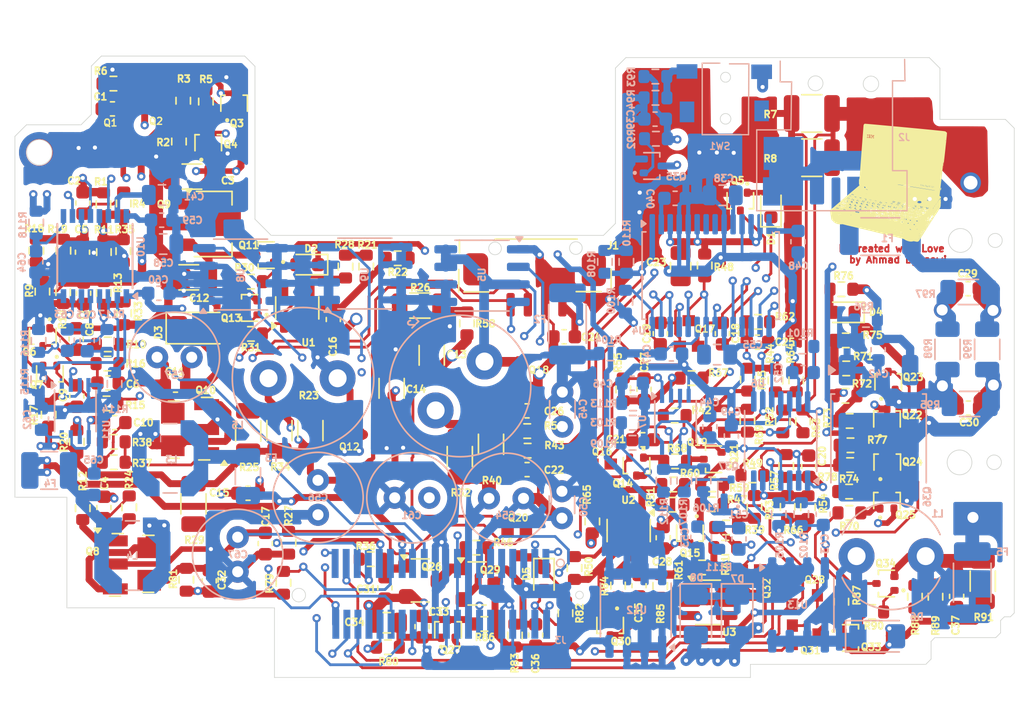
<source format=kicad_pcb>
(kicad_pcb (version 20241229) (generator "pcbnew") (generator_version "9.0")
  (layers (0 "F.Cu" signal "FC") (4 "In1.Cu" signal "IC") (6 "In2.Cu" signal "IP") (2 "B.Cu" signal "BC") (13 "F.Paste" user) (15 "B.Paste" user) (5 "F.SilkS" user "F.Silkscreen") (7 "B.SilkS" user "B.Silkscreen") (1 "F.Mask" user) (3 "B.Mask" user) (25 "Edge.Cuts" user))
  (net 0 "")
  (net 1 "GND")
  (net 2 "PWR_IN_NEG")
  (net 3 "M38_P60_PC110")
  (net 4 "M38_P61_PC110")
  (net 5 "PNET4_PC110")
  (net 6 "J5_6_PC110")
  (net 7 "PNET1_PC110")
  (net 8 "PNET5_PC110")
  (net 9 "D28_1_PC110")
  (net 10 "Q43_2_PC110")
  (net 11 "R284_2_PC110")
  (net 12 "R73_2_PC110")
  (net 13 "U54_VCC_PC110")
  (net 14 "U54_1D_PC110")
  (net 15 "M38_P52_PC110")
  (net 16 "M38_P20_PC110")
  (net 17 "D18_2_3_PC110")
  (net 18 "M38_P21_PC110")
  (net 19 "M38_P53_PC110")
  (net 20 "U54_1Q_PC110")
  (net 21 "F65_ENAVEE_PC110")
  (net 22 "U21_131_PC110")
  (net 23 "J5_33_PC110")
  (net 24 "L1_2")
  (net 25 "M38_VREF_PC110")
  (net 26 "M38_P64_PC110")
  (net 27 "D2_3_PC110")
  (net 28 "Q49_1_PC110")
  (net 29 "M38_P63_PC110")
  (net 30 "R2_2")
  (net 31 "BATT_POS")
  (net 32 "C35_2")
  (net 33 "C32_1")
  (net 34 "C31_1")
  (net 35 "C33_1")
  (net 36 "R80_1")
  (net 37 "Q8_5")
  (net 38 "Q8_1")
  (net 39 "C6_1")
  (net 40 "PWR_IN_10v5")
  (net 41 "F2_1")
  (net 42 "C16_1")
  (net 43 "PWR_IN_POS")
  (net 44 "PWR_IN_POS_Fuse")
  (net 45 "R38_1")
  (net 46 "C6_2")
  (net 47 "Q9_1")
  (net 48 "R36_2")
  (net 49 "R24_2")
  (net 50 "R11_1")
  (net 51 "R17_2")
  (net 52 "R19_1")
  (net 53 "Q6_2")
  (net 54 "Q7_3")
  (net 55 "Q7_1")
  (net 56 "R32_1")
  (net 57 "R20_1")
  (net 58 "C1_1")
  (net 59 "C1_2")
  (net 60 "Q3_1")
  (net 61 "Q3_3")
  (net 62 "Q4_1")
  (net 63 "JRC_VDD")
  (net 64 "Q1_2")
  (net 65 "Q20_1")
  (net 66 "MAX_FB3")
  (net 67 "MAX_CS3")
  (net 68 "R56_1")
  (net 69 "MAX_LX3")
  (net 70 "R36_1")
  (net 71 "C8_1")
  (net 72 "C14_2")
  (net 73 "R31_1")
  (net 74 "J1_2")
  (net 75 "J1_4")
  (net 76 "R284_2_PC110_Fuse")
  (net 77 "U11_5")
  (net 78 "U11_2")
  (net 79 "U11_1")
  (net 80 "U11_15")
  (net 81 "U11_9")
  (net 82 "MAX_DL5")
  (net 83 "MAX_LX5")
  (net 84 "R115_2")
  (net 85 "F3_1")
  (net 86 "L2_2")
  (net 87 "MAX_CS5")
  (net 88 "R21_1")
  (net 89 "R21_2")
  (net 90 "Q13_3")
  (net 91 "R35_2")
  (net 92 "U1_5")
  (net 93 "U1_4")
  (net 94 "R26_2")
  (net 95 "R48_2")
  (net 96 "MAX_DH5")
  (net 97 "J1_MP")
  (net 98 "J1_MP2")
  (net 99 "Q27_3")
  (net 100 "Q14_2")
  (net 101 "R50_1")
  (net 102 "R50_2")
  (net 103 "R82_1")
  (net 104 "C36_2")
  (net 105 "C36_1")
  (net 106 "U3_1")
  (net 107 "U3_6")
  (net 108 "Q30_2")
  (net 109 "Q29_2")
  (net 110 "R88_1")
  (net 111 "R91_1")
  (net 112 "R91_2")
  (net 113 "Q33_3")
  (net 114 "Q33_2")
  (net 115 "R89_1")
  (net 116 "R73_2")
  (net 117 "R70_2")
  (net 118 "Q22_1")
  (net 119 "JRC_IN2+")
  (net 120 "R78_2")
  (net 121 "R77_2")
  (net 122 "R77_1")
  (net 123 "R76_1")
  (net 124 "JRC_IN3-")
  (net 125 "JRC_IN3+")
  (net 126 "JRC_IN4-")
  (net 127 "MAX_VL")
  (net 128 "MAX_DL3")
  (net 129 "MAX_DH3")
  (net 130 "MAX_BST3")
  (net 131 "MAX_VL+")
  (net 132 "MAX_SS3")
  (net 133 "ON3_ON5_VH_SHDN#")
  (net 134 "MAX_Q2")
  (net 135 "MAX_Q1")
  (net 136 "MAX_REF")
  (net 137 "MAX_SS5")
  (net 138 "JRC_IN4+")
  (net 139 "JRC_IN1-")
  (net 140 "JRC_IN1+")
  (net 141 "JRC_IN2-")
  (net 142 "Q36_3")
  (net 143 "R104_1")
  (net 144 "R111_!")
  (net 145 "R111_2")
  (net 146 "U6_7")
  (net 147 "U6_6")
  (net 148 "U6_2")
  (net 149 "MAX_BST5")
  (net 150 "D1_2")
  (net 151 "R72_1")
  (net 152 "R72_2")
  (net 153 "R54_2")
  (net 154 "R61_1")
  (net 155 "R51_2")
  (net 156 "R51_1")
  (net 157 "R68_1")
  (net 158 "R68_2")
  (net 159 "R59_1")
  (net 160 "SW1_2")
  (net 161 "SW1_3")
  (net 162 "SW1_4")
  (net 163 "R92_2")
  (net 164 "R106_2")
  (net 165 "R106_1")
  (net 166 "R6_2")
  (footprint "Package_TO_SOT_SMD:SOT-416" (layer "F.Cu") (at 109.24 97.55 -90)
    (property "Reference" "Q6")
    (property "Value" "6LS")
  )
  (footprint "Resistor_SMD:R_0603_1608Metric" (layer "F.Cu") (at 119.4 80.44 -90)
    (property "Reference" "R3")
    (property "Value" "1k")
  )
  (footprint "Resistor_SMD:R_0603_1608Metric" (layer "F.Cu") (at 154.96 103.22)
    (property "Reference" "R42")
    (property "Value" "47k")
  )
  (footprint "Capacitor_SMD:C_0603_1608Metric" (layer "F.Cu") (at 136.68 118.49 -90)
    (property "Reference" "C33")
    (property "Value" "24nF")
  )
  (footprint "PC110:3D" (layer "F.Cu") (at 164.2 119.1175 -90)
    (property "Reference" "Q31")
    (property "Value" "W6")
  )
  (footprint "Resistor_SMD:R_0603_1608Metric" (layer "F.Cu") (at 121.04 80.5 -90)
    (property "Reference" "R5")
    (property "Value" "100k")
  )
  (footprint "Capacitor_SMD:C_0805_2012Metric" (layer "F.Cu") (at 134.13 118.21 180)
    (property "Reference" "C34")
    (property "Value" "1.5uF")
  )
  (footprint "Resistor_SMD:R_0603_1608Metric" (layer "F.Cu") (at 126.65 115.32 90)
    (property "Reference" "R79")
    (property "Value" "47k")
  )
  (footprint "Resistor_SMD:R_0603_1608Metric" (layer "F.Cu") (at 127.02 112.42 90)
    (property "Reference" "R27")
    (property "Value" "4.7k")
  )
  (footprint "Resistor_SMD:R_0603_1608Metric" (layer "F.Cu") (at 169.25 117.43)
    (property "Reference" "R90")
    (property "Value" "470k")
  )
  (footprint "Resistor_SMD:R_0603_1608Metric" (layer "F.Cu") (at 160.58 107.55)
    (property "Reference" "R49")
    (property "Value" "300k")
  )
  (footprint "Resistor_SMD:R_0603_1608Metric" (layer "F.Cu") (at 134.92 91.84)
    (property "Reference" "R22")
    (property "Value" "100k")
  )
  (footprint "PC110:3D" (layer "F.Cu") (at 157.9175 103.7)
    (property "Reference" "Q19")
    (property "Value" "M2P")
  )
  (footprint "Resistor_SMD:R_0603_1608Metric" (layer "F.Cu") (at 139.93 96.55 90)
    (property "Reference" "R58")
    (property "Value" "4.7k")
  )
  (footprint "Package_TO_SOT_SMD:SOT-powerT" (layer "F.Cu") (at 119.57 104.23 180)
    (property "Reference" "Q10")
    (property "Value" "103 5G")
  )
  (footprint "Resistor_SMD:R_0603_1608Metric" (layer "F.Cu") (at 150.86 115.52 90)
    (property "Reference" "R84")
    (property "Value" "100k")
  )
  (footprint "Resistor_SMD:R_0603_1608Metric" (layer "F.Cu") (at 172.34 116.33 90)
    (property "Reference" "R88")
    (property "Value" "1M")
  )
  (footprint "Capacitor_SMD:C_0603_1608Metric" (layer "F.Cu") (at 111.65 97.68 90)
    (property "Reference" "C8")
    (property "Value" "24nF")
  )
  (footprint "Package_TO_SOT_SMD:SOT-23-5" (layer "F.Cu") (at 127.65 95.43 90)
    (property "Reference" "U1")
    (property "Value" "D9D")
  )
  (footprint "Resistor_SMD:R_0603_1608Metric" (layer "F.Cu") (at 113.94 98.07)
    (property "Reference" "R10")
    (property "Value" "470k")
  )
  (footprint "PC110:3D" (layer "F.Cu") (at 143.4925 112.24 180)
    (property "Reference" "Q20")
    (property "Value" "W6")
  )
  (footprint "Resistor_SMD:R_0603_1608Metric" (layer "F.Cu") (at 112.13 109.92 90)
    (property "Reference" "R12")
    (property "Value" "2.2k")
  )
  (footprint "Resistor_SMD:R_0603_1608Metric" (layer "F.Cu") (at 162.25 100.68 90)
    (property "Reference" "R44")
    (property "Value" "10k")
  )
  (footprint "Capacitor_SMD:C_1206_3216Metric" (layer "F.Cu") (at 120.03 85.93)
    (property "Reference" "C3")
    (property "Value" "5.2uF")
  )
  (footprint "Capacitor_SMD:C_0603_1608Metric" (layer "F.Cu") (at 176.21 102.68)
    (property "Reference" "C30")
    (property "Value" "10nF")
  )
  (footprint "Capacitor_SMD:C_1206_3216Metric" (layer "F.Cu") (at 134.48 101.25 -90)
    (property "Reference" "C14")
    (property "Value" "1.5uF")
  )
  (footprint "Resistor_SMD:R_0603_1608Metric" (layer "F.Cu") (at 160.22 103.59 90)
    (property "Reference" "R69")
    (property "Value" "200k")
  )
  (footprint "Resistor_SMD:R_1206_3216Metric" (layer "F.Cu") (at 141.67 105.3 90)
    (property "Reference" "R40")
    (property "Value" "0.22")
  )
  (footprint "Resistor_SMD:R_0603_1608Metric" (layer "F.Cu") (at 157.13 92.36 90)
    (property "Reference" "R48")
    (property "Value" "100")
  )
  (footprint "Capacitor_SMD:C_0603_1608Metric" (layer "F.Cu") (at 152.38 115.53 -90)
    (property "Reference" "C35")
    (property "Value" "1.2nF")
  )
  (footprint "Capacitor_SMD:C_0603_1608Metric" (layer "F.Cu") (at 144.9 119.1 -90)
    (property "Reference" "C36")
    (property "Value" "150nF")
  )
  (footprint "Connector_JST:Backllight_Connector" (layer "F.Cu") (at 144.96 93.25)
    (property "Reference" "J1")
    (property "Value" "Backllight_Connector")
    (fp_circle (center -3 -2.125) (end -2.675 -1.8) (stroke (width 0.05)) (fill no) (layer "Edge.Cuts"))
    (fp_circle (center 2.85 -2.15) (end 3.175 -1.825) (stroke (width 0.05)) (fill no) (layer "Edge.Cuts"))
  )
  (footprint "Resistor_SMD:R_0603_1608Metric" (layer "F.Cu") (at 108.77 91.29 -90)
    (property "Reference" "R18")
    (property "Value" "20k")
  )
  (footprint "Resistor_SMD:R_0603_1608Metric" (layer "F.Cu") (at 156.18 100.51)
    (property "Reference" "R67")
    (property "Value" "47k")
  )
  (footprint "Diode_SMD:D_1206_3216Metric" (layer "F.Cu") (at 120.45 96.89)
    (property "Reference" "D3")
    (property "Value" "DNP")
  )
  (footprint "Resistor_SMD:R_0603_1608Metric" (layer "F.Cu") (at 163.13 109.83 90)
    (property "Reference" "R66")
    (property "Value" "DNP")
  )
  (footprint "Resistor_SMD:R_0603_1608Metric" (layer "F.Cu") (at 109.21 94.25 -90)
    (property "Reference" "R9")
    (property "Value" "20k")
  )
  (footprint "Resistor_SMD:R_0603_1608Metric" (layer "F.Cu") (at 167.37 99.81)
    (property "Reference" "R71")
    (property "Value" "1k")
  )
  (footprint "Package_TO_SOT_SMD:SOT-powerT" (layer "F.Cu") (at 116.01 113.96)
    (property "Reference" "Q8")
    (property "Value" "303 5H")
  )
  (footprint "Capacitor_SMD:C_0603_1608Metric" (layer "F.Cu") (at 111.7 101.81 90)
    (property "Reference" "C9")
    (property "Value" "10nF")
  )
  (footprint "Capacitor_SMD:C_0603_1608Metric" (layer "F.Cu") (at 121.28 115.18 90)
    (property "Reference" "C32")
    (property "Value" "10nF")
  )
  (footprint "Resistor_SMD:R_0603_1608Metric" (layer "F.Cu") (at 119.62 115.1 90)
    (property "Reference" "R81")
    (property "Value" "200k")
  )
  (footprint "Resistor_SMD:R_1206_3216Metric" (layer "F.Cu") (at 128.6 104.31 90)
    (property "Reference" "R23")
    (property "Value" "0.1")
  )
  (footprint "Resistor_SMD:R_0603_1608Metric" (layer "F.Cu") (at 109.66 103.16 -90)
    (property "Reference" "R17")
    (property "Value" "10k")
  )
  (footprint "Resistor_SMD:R_0603_1608Metric" (layer "F.Cu") (at 163.03 106.87 90)
    (property "Reference" "R57")
    (property "Value" "100k")
  )
  (footprint "Resistor_SMD:R_0603_1608Metric" (layer "F.Cu") (at 164.6 109.85 90)
    (property "Reference" "R54")
    (property "Value" "100k")
  )
  (footprint "Resistor_SMD:R_1206_3216Metric" (layer "F.Cu") (at 124.1 104.34 90)
    (property "Reference" "R25")
    (property "Value" "0.1")
  )
  (footprint "PC110:3D" (layer "F.Cu") (at 164.16 116.2775 -90)
    (property "Reference" "Q28")
    (property "Value" "W6")
  )
  (footprint "Resistor_SMD:R_1210_3225Metric" (layer "F.Cu") (at 164.88 84.56)
    (property "Reference" "R8")
    (property "Value" "0.1")
  )
  (footprint "Resistor_SMD:R_0603_1608Metric" (layer "F.Cu") (at 113.92 99.46)
    (property "Reference" "R16")
    (property "Value" "130k")
  )
  (footprint "Resistor_SMD:R_0603_1608Metric" (layer "F.Cu") (at 113.85 102.34 180)
    (property "Reference" "R15")
    (property "Value" "100k")
  )
  (footprint "Capacitor_SMD:C_0603_1608Metric" (layer "F.Cu") (at 144.28 102.88)
    (property "Reference" "C26")
    (property "Value" "10nF")
  )
  (footprint "Capacitor_SMD:C_0603_1608Metric" (layer "F.Cu") (at 160.95 97.91)
    (property "Reference" "C25")
    (property "Value" "1.2nF")
  )
  (footprint "Package_TO_SOT_SMD:SOT-23-PC110" (layer "F.Cu") (at 140.66 115.37)
    (property "Reference" "Q29")
    (property "Value" "H15")
  )
  (footprint "Capacitor_SMD:C_0603_1608Metric" (layer "F.Cu") (at 112.19 94.37 90)
    (property "Reference" "C7")
    (property "Value" "150nF")
  )
  (footprint "Package_TO_SOT_SMD:SOT-416" (layer "F.Cu") (at 170.34 106.5175 90)
    (property "Reference" "Q24")
    (property "Value" "6LS")
  )
  (footprint "Package_TO_SOT_SMD:SOT-89-3" (layer "F.Cu") (at 121.57 89.36)
    (property "Reference" "Q9")
    (property "Value" "KD 3.E")
  )
  (footprint "PC110:3D" (layer "F.Cu") (at 156.0275 97.48)
    (property "Reference" "Q17")
    (property "Value" "M2P")
  )
  (footprint "Capacitor_SMD:C_0603_1608Metric" (layer "F.Cu") (at 124.09 108.84)
    (property "Reference" "C15")
    (property "Value" "180nF")
  )
  (footprint "Package_TO_SOT_SMD:SOT-416" (layer "F.Cu") (at 159.71 87.7425 -90)
    (property "Reference" "Q5")
    (property "Value" "8C")
  )
  (footprint "Resistor_SMD:R_1206_3216Metric" (layer "F.Cu") (at 126.36 104.31 90)
    (property "Reference" "R34")
    (property "Value" "0.1")
  )
  (footprint "Resistor_SMD:R_0603_1608Metric" (layer "F.Cu") (at 115.09 87.87 -90)
    (property "Reference" "R4")
    (property "Value" "10k")
  )
  (footprint "Resistor_SMD:R_0603_1608Metric" (layer "F.Cu") (at 167.34 97.78)
    (property "Reference" "R75")
    (property "Value" "1k")
  )
  (footprint "Resistor_SMD:R_0603_1608Metric" (layer "F.Cu") (at 134.21 119.98 180)
    (property "Reference" "R80")
    (property "Value" "100k")
  )
  (footprint "Resistor_SMD:R_0603_1608Metric" (layer "F.Cu") (at 144.32 105.76)
    (property "Reference" "R43")
    (property "Value" "300")
  )
  (footprint "PC110:3D" (layer "F.Cu") (at 160.4425 115.1 180)
    (property "Reference" "Q32")
    (property "Value" "K")
  )
  (footprint "Package_TO_SOT_SMD:SOT-416" (layer "F.Cu") (at 156.06 111.8025 -90)
    (property "Reference" "Q15")
    (property "Value" "8LR")
  )
  (footprint "Capacitor_SMD:C_0603_1608Metric" (layer "F.Cu") (at 164.66 106.89 90)
    (property "Reference" "C20")
    (property "Value" "100pF")
  )
  (footprint "Resistor_SMD:R_1206_3216Metric" (layer "F.Cu") (at 177.25 115.2 90)
    (property "Reference" "R91")
    (property "Value" "DNP")
  )
  (footprint "Capacitor_SMD:C_0603_1608Metric" (layer "F.Cu") (at 112.11 91.4 90)
    (property "Reference" "C5")
    (property "Value" "150nF")
  )
  (footprint "Package_TO_SOT_SMD:SOT-416" (layer "F.Cu") (at 124.1275 95.43 180)
    (property "Reference" "Q13")
    (property "Value" "8LR")
  )
  (footprint "Resistor_SMD:R_0603_1608Metric" (layer "F.Cu") (at 158.68 111.32)
    (property "Reference" "R39")
    (property "Value" "4.7k")
  )
  (footprint "Resistor_SMD:R_0603_1608Metric" (layer "F.Cu") (at 111.7 105.12 -90)
    (property "Reference" "R20")
    (property "Value" "10k")
  )
  (footprint "Resistor_SMD:R_0603_1608Metric" (layer "F.Cu") (at 167.6 110.26)
    (property "Reference" "R70")
    (property "Value" "470k")
  )
  (footprint "Package_TO_SOT_SMD:SOT-416" (layer "F.Cu") (at 152.2 106.9125 -90)
    (property "Reference" "Q14")
    (property "Value" "6LS")
  )
  (footprint "Package_TO_SOT_SMD:SOT-416" (layer "F.Cu") (at 123.08 80.5475 90)
    (property "Reference" "Q3")
    (property "Value" "6LS")
  )
  (footprint "Resistor_SMD:R_0603_1608Metric" (layer "F.Cu") (at 114.37 106.6 180)
    (property "Reference" "R37")
    (property "Value" "120")
  )
  (footprint "Resistor_SMD:R_0603_1608Metric" (layer "F.Cu") (at 167.68 105.37)
    (property "Reference" "R77")
    (property "Value" "100k")
  )
  (footprint "Resistor_SMD:R_0603_1608Metric" (layer "F.Cu") (at 113.66 91.39 -90)
    (property "Reference" "R11")
    (property "Value" "10k")
  )
  (footprint "Resistor_SMD:R_0603_1608Metric" (layer "F.Cu") (at 132.96 113.61 180)
    (property "Reference" "R36")
    (property "Value" "1k")
  )
  (footprint "Package_TO_SOT_SMD:SOT-416" (layer "F.Cu") (at 125.3275 91.61 180)
    (property "Reference" "Q11")
    (property "Value" "6LS")
  )
  (footprint "Resistor_SMD:R_0603_1608Metric" (layer "F.Cu") (at 119.09 83.39 -90)
    (property "Reference" "R2")
    (property "Value" "470k")
  )
  (footprint "Resistor_SMD:R_0603_1608Metric" (layer "F.Cu") (at 141.19 118.3 180)
    (property "Reference" "R86")
    (property "Value" "10k")
  )
  (footprint "Resistor_SMD:R_0603_1608Metric" (layer "F.Cu") (at 167.02 94.08)
    (property "Reference" "R76")
    (property "Value" "1k")
  )
  (footprint "Capacitor_SMD:C_0603_1608Metric" (layer "F.Cu") (at 158.41 97.29 90)
    (property "Reference" "C18")
    (property "Value" "120nF")
  )
  (footprint "Capacitor_SMD:C_0603_1608Metric" (layer "F.Cu") (at 133.99 115.69 -90)
    (property "Reference" "C31")
    (property "Value" "1.2nF")
  )
  (footprint "Resistor_SMD:R_0603_1608Metric" (layer "F.Cu") (at 113.63 87.93 -90)
    (property "Reference" "R1")
    (property "Value" "DNP")
  )
  (footprint "Package_TO_SOT_SMD:SOT-416" (layer "F.Cu") (at 170.32 109.2975 90)
    (property "Reference" "Q25")
    (property "Value" "8LB")
  )
  (footprint "Resistor_SMD:R_0603_1608Metric" (layer "F.Cu") (at 110.71 94.29 -90)
    (property "Reference" "R14")
    (property "Value" "12k")
  )
  (footprint "PC110:3D" (layer "F.Cu") (at 144.0075 100.45)
    (property "Reference" "Q18")
    (property "Value" "Q")
  )
  (footprint "Resistor_SMD:R_0603_1608Metric" (layer "F.Cu") (at 167.58 108.72)
    (property "Reference" "R74")
    (property "Value" "470k")
  )
  (footprint "Resistor_SMD:R_0603_1608Metric" (layer "F.Cu") (at 115.12 95.82 -90)
    (property "Reference" "R33")
    (property "Value" "10k")
  )
  (footprint "Package_TO_SOT_SMD:SOT-23-PC110" (layer "F.Cu") (at 136.55 115.15)
    (property "Reference" "Q26")
    (property "Value" "G16")
  )
  (footprint "PC110:3D" (layer "F.Cu") (at 113.8325 83.59 180)
    (property "Reference" "Q1")
    (property "Value" "R4C")
  )
  (footprint "Capacitor_SMD:C_0805_2012Metric" (layer "F.Cu") (at 155.39 92.41 90)
    (property "Reference" "C23")
    (property "Value" "1.5uF")
  )
  (footprint "Resistor_SMD:R_0603_1608Metric" (layer "F.Cu") (at 147.71 114.25 90)
    (property "Reference" "R50")
    (property "Value" "DNP")
  )
  (footprint "Resistor_SMD:R_0603_1608Metric" (layer "F.Cu") (at 154.805 109.67)
    (property "Reference" "R51")
    (property "Value" "4.7k")
  )
  (footprint "Resistor_SMD:R_0603_1608Metric" (layer "F.Cu") (at 162.78 103.64 90)
    (property "Reference" "R52")
    (property "Value" "10k")
  )
  (footprint "Resistor_SMD:R_0603_1608Metric" (layer "F.Cu") (at 173.83 116.33 90)
    (property "Reference" "R89")
    (property "Value" "1M")
  )
  (footprint "Resistor_SMD:R_0603_1608Metric" (layer "F.Cu") (at 124.3 93.53)
    (property "Reference" "R30")
    (property "Value" "10k")
  )
  (footprint "Resistor_SMD:R_1206_3216Metric" (layer "F.Cu") (at 120.14 109.61 90)
    (property "Reference" "R29")
    (property "Value" "103 (RT2)")
  )
  (footprint "Resistor_SMD:R_1206_3216Metric" (layer "F.Cu") (at 136.52 95.26)
    (property "Reference" "R26")
    (property "Value" "103 (RT1)")
  )
  (footprint "Capacitor_SMD:C_0603_1608Metric" (layer "F.Cu") (at 114.28 81.03)
    (property "Reference" "C1")
    (property "Value" "150nF")
  )
  (footprint "Resistor_SMD:R_0603_1608Metric" (layer "F.Cu") (at 151.24 101.33 90)
    (property "Reference" "R55")
    (property "Value" "1M")
  )
  (footprint "Resistor_SMD:R_0603_1608Metric" (layer "F.Cu") (at 144.29 104.34)
    (property "Reference" "R56")
    (property "Value" "300")
  )
  (footprint "Diode_SMD:D_0603_1608Metric" (layer "F.Cu") (at 161.92 88.08 90)
    (property "Reference" "D1")
    (property "Value" "8-2")
  )
  (footprint "Diode_SMD:D_0603_1608Metric" (layer "F.Cu") (at 128.37 92.3 180)
    (property "Reference" "D2")
    (property "Value" "5-9")
  )
  (footprint "Resistor_SMD:R_0603_1608Metric" (layer "F.Cu") (at 157.67 108.2)
    (property "Reference" "R59")
    (property "Value" "100k")
  )
  (footprint "Capacitor_SMD:C_0603_1608Metric" (layer "F.Cu") (at 152.74 101.32 90)
    (property "Reference" "C27")
    (property "Value" "1.2nF")
  )
  (footprint "PC110:3D" (layer "F.Cu") (at 117.1575 80.31)
    (property "Reference" "Q2")
    (property "Value" "K")
  )
  (footprint "Resistor_SMD:R_0603_1608Metric" (layer "F.Cu") (at 156.94 114.21)
    (property "Reference" "R61")
    (property "Value" "10k")
  )
  (footprint "Resistor_SMD:R_0603_1608Metric" (layer "F.Cu") (at 167.02 116.69 90)
    (property "Reference" "R87")
    (property "Value" "470k")
  )
  (footprint "Capacitor_SMD:C_0603_1608Metric" (layer "F.Cu") (at 175.36 116.3 90)
    (property "Reference" "C37")
    (property "Value" "180nF")
  )
  (footprint "Resistor_SMD:R_0603_1608Metric" (layer "F.Cu") (at 167.32 101.79)
    (property "Reference" "R72")
    (property "Value" "1k")
  )
  (footprint "Capacitor_SMD:C_0603_1608Metric" (layer "F.Cu") (at 112.14 87.84 90)
    (property "Reference" "C2")
    (property "Value" "4.7nF")
  )
  (footprint "Resistor_SMD:R_0603_1608Metric" (layer "F.Cu") (at 163.75 100.67 90)
    (property "Reference" "R64")
    (property "Value" "10k")
  )
  (footprint "Resistor_SMD:R_0603_1608Metric" (layer "F.Cu") (at 149 110.88 90)
    (property "Reference" "R65")
    (property "Value" "1k")
  )
  (footprint "Resistor_SMD:R_0603_1608Metric" (layer "F.Cu") (at 143.4 119.14 -90)
    (property "Reference" "R83")
    (property "Value" "470k")
  )
  (footprint "Resistor_SMD:R_0603_1608Metric" (layer "F.Cu") (at 110.73 91.29 -90)
    (property "Reference" "R19")
    (property "Value" "10k")
  )
  (footprint "Package_TO_SOT_SMD:SOT-416" (layer "F.Cu") (at 109.75 100.27 -90)
    (property "Reference" "Q7")
    (property "Value" "6LS")
  )
  (footprint "Resistor_SMD:R_0603_1608Metric" (layer "F.Cu") (at 154.99 106.53)
    (property "Reference" "R68")
    (property "Value" "47k")
  )
  (footprint "Resistor_SMD:R_0603_1608Metric" (layer "F.Cu") (at 132.64 92.44 90)
    (property "Reference" "R21")
    (property "Value" "470k")
  )
  (footprint "Capacitor_SMD:C_0603_1608Metric" (layer "F.Cu") (at 118.84 101.02)
    (property "Reference" "C11")
    (property "Value" "180nF")
  )
  (footprint "Package_TO_SOT_SMD:SOT-23-6_Handsoldering" (layer "F.Cu") (at 157.37 116.74)
    (property "Reference" "U3")
    (property "Value" "6.5 5F")
  )
  (footprint "Resistor_SMD:R_0603_1608Metric" (layer "F.Cu") (at 147.06 117.52 -90)
    (property "Reference" "R82")
    (property "Value" "DNP")
  )
  (footprint "Capacitor_SMD:C_0603_1608Metric" (layer "F.Cu") (at 176.19 94.04)
    (property "Reference" "C29")
    (property "Value" "10nF")
  )
  (footprint "PC110:logo" (layer "F.Cu") (at 170.62 86.38)
    (property "Reference" "G***")
    (property "Value" "LOGO" (hide yes))
  )
  (footprint "Capacitor_SMD:C_0603_1608Metric" (layer "F.Cu") (at 154.13 112.06 -90)
    (property "Reference" "C28")
    (property "Value" "150nF")
  )
  (footprint "Resistor_SMD:R_0603_1608Metric" (layer "F.Cu") (at 153.91 115.55 90)
    (property "Reference" "R85")
    (property "Value" "10k")
  )
  (footprint "Resistor_SMD:R_0603_1608Metric" (layer "F.Cu") (at 164.24 103.64 90)
    (property "Reference" "R63")
    (property "Value" "10k")
  )
  (footprint "Capacitor_SMD:C_1206_3216Metric" (layer "F.Cu") (at 119.8 93.22)
    (property "Reference" "C12")
    (property "Value" "1.2uF")
  )
  (footprint "Resistor_SMD:R_0603_1608Metric" (layer "F.Cu") (at 154.85 108.21)
    (property "Reference" "R60")
    (property "Value" "4.7k")
  )
  (footprint "Capacitor_SMD:C_1206_3216Metric" (layer "F.Cu") (at 137.38 98.86 -90)
    (property "Reference" "C13")
    (property "Value" "1.5uF")
  )
  (footprint "Resistor_SMD:R_0603_1608Metric" (layer "F.Cu") (at 157.64 109.64)
    (property "Reference" "R47")
    (property "Value" "47k")
  )
  (footprint "Resistor_SMD:R_0603_1608Metric" (layer "F.Cu") (at 140.62 112.78)
    (property "Reference" "R46")
    (property "Value" "1M")
  )
  (footprint "Package_TO_SOT_SMD:SOT-416" (layer "F.Cu") (at 167.75 119.31)
    (property "Reference" "Q33")
    (property "Value" "8LR")
  )
  (footprint "Resistor_SMD:R_0603_1608Metric" (layer "F.Cu") (at 160.25 100.62 90)
    (property "Reference" "R45")
    (property "Value" "200k")
  )
  (footprint "Package_TO_SOT_SMD:SOT-416" (layer "F.Cu") (at 170.21 115.37 180)
    (property "Reference" "Q34")
    (property "Value" "6LS")
  )
  (footprint "Resistor_SMD:R_0603_1608Metric" (layer "F.Cu") (at 158.62 112.77)
    (property "Reference" "R41")
    (property "Value" "4.7k")
  )
  (footprint "Package_TO_SOT_SMD:SOT-416" (layer "F.Cu") (at 138.56 118.65 90)
    (property "Reference" "Q27")
    (property "Value" "8C")
  )
  (footprint "Resistor_SMD:R_0603_1608Metric" (layer "F.Cu") (at 131.14 92.44 90)
    (property "Reference" "R28")
    (property "Value" "0")
  )
  (footprint "Resistor_SMD:R_1206_3216Metric" (layer "F.Cu") (at 139.41 106.19 90)
    (property "Reference" "R32")
    (property "Value" "0.1")
  )
  (footprint "Resistor_SMD:R_0603_1608Metric" (layer "F.Cu") (at 114.35 79.2)
    (property "Reference" "R6")
    (property "Value" "470")
  )
  (footprint "Capacitor_SMD:C_0603_1608Metric" (layer "F.Cu") (at 113.96 100.86)
    (property "Reference" "C6")
    (property "Value" "100pF")
  )
  (footprint "Package_TO_SOT_SMD:SOT-416" (layer "F.Cu") (at 150.29 118.4725 -90)
    (property "Reference" "Q30")
    (property "Value" "8C")
  )
  (footprint "PC110:3D" (layer "F.Cu") (at 149.6325 107.45 180)
    (property "Reference" "Q16")
    (property "Value" "M2P")
  )
  (footprint "Diode_SMD:D_0603_1608Metric" (layer "F.Cu") (at 145.5 115.05 -90)
    (property "Reference" "D5")
    (property "Value" "3^9")
  )
  (footprint "PC110:3D" (layer "F.Cu") (at 131.4075 103.85)
    (property "Reference" "Q12")
    (property "Value" "Q")
  )
  (footprint "Package_TO_SOT_SMD:SOT-416" (layer "F.Cu") (at 157.7 106.38 180)
    (property "Reference" "Q21")
    (property "Value" "8C")
  )
  (footprint "Resistor_SMD:R_0603_1608Metric" (layer "F.Cu") (at 115.06 91.32 -90)
    (property "Reference" "R35")
    (property "Value" "10k")
  )
  (footprint "Capacitor_SMD:C_0603_1608Metric" (layer "F.Cu") (at 153.92 97.29 90)
    (property "Reference" "C19")
    (property "Value" "18nF")
  )
  (footprint "Package_TO_SOT_SMD:SOT-416" (layer "F.Cu") (at 170.32 103.3975 90)
    (property "Reference" "Q22")
    (property "Value" "8C")
  )
  (footprint "Package_TO_SOT_SMD:SOT-416" (layer "F.Cu") (at 170.41 100.7075 90)
    (property "Reference" "Q23")
    (property "Value" "8C")
  )
  (footprint "Resistor_SMD:R_0603_1608Metric" (layer "F.Cu") (at 161 96.44)
    (property "Reference" "R62")
    (property "Value" "200k")
  )
  (footprint "Package_TO_SOT_SMD:SOT-416" (layer "F.Cu") (at 121.21 83.4075 90)
    (property "Reference" "Q4")
    (property "Value" "8LR")
  )
  (footprint "Package_TO_SOT_SMD:SOT-23-5" (layer "F.Cu") (at 151.63 111.54 -90)
    (property "Reference" "U2")
    (property "Value" "TA")
  )
  (footprint "Resistor_SMD:R_0603_1608Metric" (layer "F.Cu") (at 167.62 103.61)
    (property "Reference" "R73")
    (property "Value" "47k")
  )
  (footprint "Capacitor_SMD:C_0603_1608Metric" (layer "F.Cu") (at 114.44 103.73)
    (property "Reference" "C10")
    (property "Value" "3.6nF")
  )
  (footprint "Resistor_SMD:R_0603_1608Metric" (layer "F.Cu") (at 160.73 109.83 90)
    (property "Reference" "R53")
    (property "Value" "300k")
  )
  (footprint "Capacitor_SMD:C_0603_1608Metric" (layer "F.Cu") (at 146.96 97.52)
    (property "Reference" "C24")
    (property "Value" "150nF")
  )
  (footprint "Capacitor_SMD:C_0603_1608Metric" (layer "F.Cu") (at 113.66 109.87 90)
    (property "Reference" "C4")
    (property "Value" "2.5nF")
  )
  (footprint "Resistor_SMD:R_0603_1608Metric" (layer "F.Cu") (at 115.49 109.86 90)
    (property "Reference" "R24")
    (property "Value" "220")
  )
  (footprint "Diode_SMD:D_0603_1608Metric" (layer "F.Cu") (at 167.19 95.75 180)
    (property "Reference" "D4")
    (property "Value" "18")
  )
  (footprint "Capacitor_SMD:C_0603_1608Metric" (layer "F.Cu") (at 152.66 104.97 180)
    (property "Reference" "C21")
    (property "Value" "12nF")
  )
  (footprint "Resistor_SMD:R_0603_1608Metric" (layer "F.Cu") (at 114.37 105.12 180)
    (property "Reference" "R38")
    (property "Value" "470")
  )
  (footprint "Resistor_SMD:R_0603_1608Metric" (layer "F.Cu") (at 124.3 97.31)
    (property "Reference" "R31")
    (property "Value" "470k")
  )
  (footprint "Capacitor_SMD:C_0603_1608Metric" (layer "F.Cu") (at 130.26 96.27 -90)
    (property "Reference" "C16")
    (property "Value" "150nF")
  )
  (footprint "Capacitor_SMD:C_0603_1608Metric" (layer "F.Cu") (at 125.34 112.48 90)
    (property "Reference" "C17")
    (property "Value" "10nF")
  )
  (footprint "Resistor_SMD:R_1210_3225Metric" (layer "F.Cu") (at 164.88 81.36)
    (property "Reference" "R7")
    (property "Value" "0.1")
  )
  (footprint "Resistor_SMD:R_0603_1608Metric" (layer "F.Cu") (at 113.65 94.35 -90)
    (property "Reference" "R13")
    (property "Value" "10k")
  )
  (footprint "Resistor_SMD:R_0603_1608Metric" (layer "F.Cu") (at 167.65 106.8)
    (property "Reference" "R78")
    (property "Value" "300k")
  )
  (footprint "Capacitor_SMD:C_0603_1608Metric" (layer "F.Cu") (at 144.28 107.13)
    (property "Reference" "C22")
    (property "Value" "10nF")
  )
  (footprint "Package_SO:SOP-8_3.9x4.9mm_P1.27mm" (layer "B.Cu") (at 163.92 116.92 -90)
    (property "Reference" "U13")
    (property "Value" "J421")
  )
  (footprint "Capacitor_SMD:C_0603_1608Metric" (layer "B.Cu") (at 159.06 104.69 90)
    (property "Reference" "C49")
    (property "Value" "180nF")
  )
  (footprint "Diode_SMD:D_1206_3216Metric" (layer "B.Cu") (at 169.61 119.19)
    (property "Reference" "D6")
    (property "Value" "DNP")
  )
  (footprint "Resistor_SMD:R_0603_1608Metric" (layer "B.Cu") (at 151.39 94.98 -90)
    (property "Reference" "R100")
    (property "Value" "7.5k")
  )
  (footprint "Fuse:Fuse_1206_3216Metric" (layer "B.Cu") (at 124.08 107.61 -90)
    (property "Reference" "F3")
    (property "Value" "15")
  )
  (footprint "PSU:PSU-SW1" (layer "B.Cu") (at 158.65 80.2975 180)
    (property "Reference" "SW1")
    (property "Value" "PSU-SW1")
  )
  (footprint "Capacitor_THT:C_Radial_D6.3mm_H11.0mm_P2.50mm" (layer "B.Cu") (at 141.52 109.21)
    (property "Reference" "C54")
    (property "Value" "47uF 6.3v")
  )
  (footprint "Capacitor_SMD:C_0603_1608Metric" (layer "B.Cu") (at 154.99 87.5 180)
    (property "Reference" "C40")
    (property "Value" "10nF")
  )
  (footprint "Diode_SMD:D_1206_3216Metric" (layer "B.Cu") (at 156.49 117.68 -90)
    (property "Reference" "D8")
    (property "Value" "s.3 4F")
  )
  (footprint "Capacitor_SMD:C_0603_1608Metric" (layer "B.Cu") (at 153.54 81.77 180)
    (property "Reference" "C39")
    (property "Value" "10nF")
  )
  (footprint "Resistor_SMD:R_0603_1608Metric" (layer "B.Cu") (at 151.46 92.1 -90)
    (property "Reference" "R110")
    (property "Value" "7.5k")
  )
  (footprint "Resistor_SMD:R_0603_1608Metric" (layer "B.Cu") (at 114.43 100.93 -90)
    (property "Reference" "R114")
    (property "Value" "10k")
  )
  (footprint "Package_SO:TSSOP-14_4.4x5mm_P0.65mm" (layer "B.Cu") (at 162.63 105.06 90)
    (property "Reference" "U6")
    (property "Value" "7064")
  )
  (footprint "Capacitor_SMD:C_0603_1608Metric" (layer "B.Cu") (at 164.24 100.11 180)
    (property "Reference" "C52")
    (property "Value" "1nF")
  )
  (footprint "Capacitor_SMD:C_0603_1608Metric" (layer "B.Cu") (at 109.14 103.47 -90)
    (property "Reference" "C62")
    (property "Value" "100nF")
  )
  (footprint "Capacitor_THT:C_Disc_D3.0mm_W1.6mm_P2.50mm" (layer "B.Cu") (at 146.83 104.02 90)
    (property "Reference" "C45")
    (property "Value" "33uF 20V")
  )
  (footprint "Package_SO:TSSOP-28_6.1x9.7mm_P0.65mm" (layer "B.Cu") (at 157.56 93.09 -90)
    (property "Reference" "U4")
    (property "Value" "MAX786CAI")
  )
  (footprint "Package_SO:SOP-8_3.9x4.9mm_P1.27mm" (layer "B.Cu") (at 123.55 93.015)
    (property "Reference" "U8")
    (property "Value" "2556")
  )
  (footprint "Inductor_SMD:L_Coilcraft_LPS5030" (layer "B.Cu") (at 118.45 106.31 180)
    (property "Reference" "L3")
    (property "Value" "68uH")
  )
  (footprint "Fuse:Fuse_2010_5025Metric" (layer "B.Cu") (at 147.2 96.59 -90)
    (property "Reference" "F2")
    (property "Value" "830mA")
  )
  (footprint "Resistor_SMD:R_0603_1608Metric" (layer "B.Cu") (at 164.12 110.35 -90)
    (property "Reference" "R102")
    (property "Value" "300k")
  )
  (footprint "Capacitor_SMD:C_0603_1608Metric" (layer "B.Cu") (at 112.45 97.79 -90)
    (property "Reference" "C66")
    (property "Value" "1.2nF")
  )
  (footprint "Capacitor_SMD:C_0603_1608Metric" (layer "B.Cu") (at 117.64 94.37 180)
    (property "Reference" "C60")
    (property "Value" "1nF")
  )
  (footprint "Package_SO:SOP-8_3.9x4.9mm_P1.27mm" (layer "B.Cu") (at 132.54 92.945)
    (property "Reference" "U9")
    (property "Value" "2556")
  )
  (footprint "Resistor_SMD:R_0603_1608Metric" (layer "B.Cu") (at 151.93 103.74 180)
    (property "Reference" "R103")
    (property "Value" "10k")
  )
  (footprint "Resistor_SMD:R_0603_1608Metric" (layer "B.Cu") (at 150.31 98.72 180)
    (property "Reference" "R104")
    (property "Value" "100")
  )
  (footprint "Capacitor_SMD:C_0805_2012Metric" (layer "B.Cu") (at 158.43 87.28 180)
    (property "Reference" "C38")
    (property "Value" "1.5uF")
  )
  (footprint "Capacitor_THT:EC" (layer "B.Cu") (at 146.8 110.92 90)
    (property "Reference" "C50")
    (property "Value" "56uF 25V EC")
  )
  (footprint "Resistor_SMD:R_0603_1608Metric" (layer "B.Cu") (at 162.49 110.35 -90)
    (property "Reference" "R105")
    (property "Value" "100k")
  )
  (footprint "Package_SO:SSOP-16_4.4x5.2mm_P0.65mm" (layer "B.Cu") (at 113.01 91.68 90)
    (property "Reference" "U10")
    (property "Value" "9742")
  )
  (footprint "Capacitor_SMD:C_0603_1608Metric" (layer "B.Cu") (at 169.68 98.45 -90)
    (property "Reference" "C42")
    (property "Value" "120nF")
  )
  (footprint "Capacitor_THT:C_Radial_D6.3mm_H11.0mm_P2.50mm" (layer "B.Cu") (at 123.34 114.52 90)
    (property "Reference" "C67")
    (property "Value" "18uF 50V")
  )
  (footprint "Capacitor_SMD:C_0603_1608Metric" (layer "B.Cu") (at 156.63 112.03 -90)
    (property "Reference" "C53")
    (property "Value" "120nF")
  )
  (footprint "Package_TO_SOT_SMD:SOT-416" (layer "B.Cu") (at 159.04 108.5075 90)
    (property "Reference" "Q37")
    (property "Value" "8LR")
  )
  (footprint "Inductor_SMD:L_Coilcraft_LPS5030" (layer "B.Cu") (at 115.72 113.35 180)
    (property "Reference" "L4")
    (property "Value" "470uH")
  )
  (footprint "Resistor_SMD:R_0603_1608Metric" (layer "B.Cu") (at 108.93 97.82 -90)
    (property "Reference" "R116")
    (property "Value" "15k")
  )
  (footprint "PSU:SSOP-8-PSU" (layer "B.Cu") (at 155.02 103.66 -90)
    (property "Reference" "U7")
    (property "Value" "5W01")
  )
  (footprint "Fuse:Fuse_2010_5025Metric" (layer "B.Cu") (at 169.84 90.27 180)
    (property "Reference" "F1")
    (property "Value" "2.5A")
  )
  (footprint "Capacitor_SMD:C_0603_1608Metric" (layer "B.Cu") (at 108.73 92.1 -90)
    (property "Reference" "C64")
    (property "Value" "120nF")
  )
  (footprint "Fuse:Fuse_1210_3225Metric" (layer "B.Cu") (at 109.7 107.19 180)
    (property "Reference" "F4")
    (property "Value" "10")
  )
  (footprint "Resistor_SMD:R_0603_1608Metric" (layer "B.Cu") (at 153.57 80.23 180)
    (property "Reference" "R94")
    (property "Value" "47k")
  )
  (footprint "Resistor_SMD:R_0603_1608Metric" (layer "B.Cu") (at 158.14 112.07 -90)
    (property "Reference" "R111")
    (property "Value" "33")
  )
  (footprint "Resistor_SMD:R_1206_3216Metric" (layer "B.Cu") (at 177.57 98.43 -90)
    (property "Reference" "R99")
    (property "Value" "0")
  )
  (footprint "Resistor_SMD:R_1206_3216Metric" (layer "B.Cu") (at 174.7 98.43 -90)
    (property "Reference" "R98")
    (property "Value" "0")
  )
  (footprint "Resistor_SMD:R_0603_1608Metric" (layer "B.Cu") (at 154.15 107.94 -90)
    (property "Reference" "R112")
    (property "Value" "20k")
  )
  (footprint "Resistor_SMD:R_0603_1608Metric" (layer "B.Cu") (at 151.95 102.34 180)
    (property "Reference" "R113")
    (property "Value" "20k")
  )
  (footprint "Package_TO_SOT_SMD:TO-252-2" (layer "B.Cu") (at 169.7125 104.97 -90)
    (property "Reference" "Q36")
    (property "Value" "3P4J")
  )
  (footprint "Capacitor_SMD:C_0805_2012Metric" (layer "B.Cu") (at 117.86 87.26 180)
    (property "Reference" "C41")
    (property "Value" "1.5uF")
  )
  (footprint "Capacitor_SMD:C_0603_1608Metric" (layer "B.Cu") (at 157.5 104.03 90)
    (property "Reference" "C44")
    (property "Value" "180nF")
  )
  (footprint "Capacitor_SMD:C_0603_1608Metric" (layer "B.Cu") (at 165.71 110.36 -90)
    (property "Reference" "C43")
    (property "Value" "10pF")
  )
  (footprint "Resistor_SMD:R_0603_1608Metric" (layer "B.Cu") (at 108.76 89.26 -90)
    (property "Reference" "R118")
    (property "Value" "100")
  )
  (footprint "Capacitor_THT:C_Radial_D6.3mm_H11.0mm_P2.50mm" (layer "B.Cu") (at 117.51 99)
    (property "Reference" "C57")
    (property "Value" "15uF 16V")
  )
  (footprint "Diode_SMD:D_1206_3216Metric" (layer "B.Cu") (at 159.48 117.68 -90)
    (property "Reference" "D7")
    (property "Value" "s.3 4F")
  )
  (footprint "Resistor_SMD:R_0603_1608Metric" (layer "B.Cu") (at 151.91 105.19 180)
    (property "Reference" "R109")
    (property "Value" "200k")
  )
  (footprint "Capacitor_SMD:C_0805_2012Metric" (layer "B.Cu") (at 117.95 90.81 180)
    (property "Reference" "C58")
    (property "Value" "1.5uF")
  )
  (footprint "Resistor_SMD:R_1206_3216Metric" (layer "B.Cu") (at 176.3025 102.38 180)
    (property "Reference" "R95")
    (property "Value" "DNP")
  )
  (footprint "Capacitor_SMD:C_0805_2012Metric" (layer "B.Cu") (at 158.03 98.81 180)
    (property "Reference" "C55")
    (property "Value" "1.5uF")
  )
  (footprint "Inductor_THT:L_Radial_D10.0mm_P5.00mm_Fastron_07M" (layer "B.Cu") (at 125.57 100.52)
    (property "Reference" "L5")
    (property "Value" "10uH")
  )
  (footprint "Capacitor_SMD:C_0603_1608Metric" (layer "B.Cu") (at 112.95 108.19 90)
    (property "Reference" "C65")
    (property "Value" "100nF")
  )
  (footprint "Resistor_SMD:R_0603_1608Metric" (layer "B.Cu") (at 149.91 92.1 -90)
    (property "Reference" "R108")
    (property "Value" "DNP")
  )
  (footprint "Inductor_THT:L_Radial_D7.5mm_P5.00mm_Fastron_07P" (layer "B.Cu") (at 173.12 113.39 180)
    (property "Reference" "L1")
    (property "Value" "10uH")
  )
  (footprint "Fuse:Fuse_2010_5025Metric" (layer "B.Cu") (at 176.49 115.31 -90)
    (property "Reference" "F5")
    (property "Value" "2.5A")
  )
  (footprint "Resistor_SMD:R_0603_1608Metric" (layer "B.Cu") (at 155.65 107.92 -90)
    (property "Reference" "R107")
    (property "Value" "2k")
  )
  (footprint "Package_SO:SOP-8_3.9x4.9mm_P1.27mm" (layer "B.Cu") (at 152.145 117.3 90)
    (property "Reference" "U12")
    (property "Value" "J421")
  )
  (footprint "Resistor_SMD:R_0603_1608Metric" (layer "B.Cu") (at 157.05 107.9 -90)
    (property "Reference" "R106")
    (property "Value" "4.7k")
  )
  (footprint "Resistor_SMD:R_0603_1608Metric" (layer "B.Cu") (at 108.91 100.6 -90)
    (property "Reference" "R115")
    (property "Value" "11K")
  )
  (footprint "Package_TO_SOT_SMD:SOT-416" (layer "B.Cu") (at 153.3725 85.16)
    (property "Reference" "Q35")
    (property "Value" "8C")
  )
  (footprint "Capacitor_THT:C_Radial_D6.3mm_H11.0mm_P2.50mm" (layer "B.Cu") (at 129.15 110.4 90)
    (property "Reference" "C56")
    (property "Value" "47uF 6.3V")
  )
  (footprint "Capacitor_SMD:C_0603_1608Metric" (layer "B.Cu") (at 159.61 112.14 90)
    (property "Reference" "C51")
    (property "Value" "120nF")
  )
  (footprint "Resistor_SMD:R_0603_1608Metric" (layer "B.Cu") (at 153.56 78.69 180)
    (property "Reference" "R93")
    (property "Value" "1k")
  )
  (footprint "Resistor_SMD:R_0603_1608Metric" (layer "B.Cu") (at 153.6 83.19 180)
    (property "Reference" "R92")
    (property "Value" "100k")
  )
  (footprint "Resistor_SMD:R_0603_1608Metric" (layer "B.Cu") (at 168.8 96.3 180)
    (property "Reference" "R96")
    (property "Value" "1.8k")
  )
  (footprint "Resistor_SMD:R_1206_3216Metric" (layer "B.Cu") (at 176.21 94.28 180)
    (property "Reference" "R97")
    (property "Value" "DNP")
  )
  (footprint "Capacitor_SMD:C_0603_1608Metric" (layer "B.Cu") (at 163.88 90.64 -90)
    (property "Reference" "C48")
    (property "Value" "10nF")
  )
  (footprint "Capacitor_SMD:C_0603_1608Metric" (layer "B.Cu") (at 111.01 97.76 -90)
    (property "Reference" "C63")
    (property "Value" "5.1nF")
  )
  (footprint "PSU:SSOP-8-PSU" (layer "B.Cu") (at 111.59 102.88 -90)
    (property "Reference" "U11")
    (property "Value" "7W14")
  )
  (footprint "Capacitor_THT:C_Radial_D6.3mm_H11.0mm_P2.50mm" (layer "B.Cu") (at 134.7 109.17)
    (property "Reference" "C61")
    (property "Value" "47uF 6.3v")
  )
  (footprint "Capacitor_SMD:C_0603_1608Metric" (layer "B.Cu") (at 154.72 98.76 180)
    (property "Reference" "C47")
    (property "Value" "150nF")
  )
  (footprint "Capacitor_SMD:C_0603_1608Metric" (layer "B.Cu") (at 117.84 89.08)
    (property "Reference" "C59")
    (property "Value" "150nF")
  )
  (footprint "Resistor_SMD:R_0603_1608Metric" (layer "B.Cu") (at 113.88 97.82 -90)
    (property "Reference" "R117")
    (property "Value" "10k")
  )
  (footprint "Package_SO:SOP-8_3.9x4.9mm_P1.27mm" (layer "B.Cu") (at 141.02 93.095 180)
    (property "Reference" "U5")
    (property "Value" "K2337")
  )
  (footprint "Capacitor_SMD:C_0603_1608Metric" (layer "B.Cu") (at 151.885 100.88 180)
    (property "Reference" "C46")
    (property "Value" "150nF")
  )
  (footprint "PSU:PSU_Connector_Receptor" (layer "B.Cu") (at 137.84 116.12 180)
    (property "Reference" "J3")
    (property "Value" "PSU_Connector_Receptor")
  )
  (footprint "Resistor_SMD:R_0603_1608Metric" (layer "B.Cu") (at 164.2 98.22 180)
    (property "Reference" "R101")
    (property "Value" "200k")
  )
  (footprint "PSU:PSU_Jack" (layer "B.Cu") (at 165.72 82.05 180)
    (property "Reference" "J2")
    (property "Value" "PSU_Jack")
  )
  (footprint "Inductor_THT:L_Radial_D10.0mm_P5.00mm_Fastron_07M" (layer "B.Cu") (at 141.197767 99.312233 -135)
    (property "Reference" "L2")
    (property "Value" "10uH")
  )
  (gr_circle (center 108.98 84.185639) (end 109.83 85.04) (stroke (width 0.5)) (fill no) (layer "F.Cu") (net 1))
  (gr_circle (center 108.99 84.179464) (end 109.81 85.09) (stroke (width 0.5)) (fill no) (layer "B.Cu") (net 1))
  (gr_line (start 178.54 118.05) (end 178.81 117.78) (stroke (width 0.05)) (layer "Edge.Cuts"))
  (gr_line (start 108.06 82.18) (end 107.22 83.02) (stroke (width 0.05)) (layer "Edge.Cuts"))
  (gr_circle (center 175.57 106.61) (end 176.13 107.31) (stroke (width 0.05)) (fill no) (layer "Edge.Cuts"))
  (gr_line (start 173.78 119.29) (end 178.19 119.29) (stroke (width 0.05)) (layer "Edge.Cuts"))
  (gr_line (start 178.89 81.79) (end 174.15 81.79) (stroke (width 0.05)) (layer "Edge.Cuts"))
  (gr_line (start 110.98 109.13) (end 110.98 117.13) (stroke (width 0.05)) (layer "Edge.Cuts"))
  (gr_circle (center 178.15 90.55) (end 178.66 90.55) (stroke (width 0.05)) (fill no) (layer "Edge.Cuts"))
  (gr_line (start 179.53 117.5) (end 179.53 82.43) (stroke (width 0.05)) (layer "Edge.Cuts"))
  (gr_line (start 179.53 82.43) (end 178.89 81.79) (stroke (width 0.05)) (layer "Edge.Cuts"))
  (gr_circle (center 178.07 106.6) (end 178.4 107.01) (stroke (width 0.05)) (fill no) (layer "Edge.Cuts"))
  (gr_line (start 125.76 90.18) (end 124.59 89.01) (stroke (width 0.05)) (layer "Edge.Cuts"))
  (gr_line (start 179.25 117.78) (end 179.53 117.5) (stroke (width 0.05)) (layer "Edge.Cuts"))
  (gr_line (start 107.22 83.02) (end 107.22 109.13) (stroke (width 0.05)) (layer "Edge.Cuts"))
  (gr_circle (center 165.15 79.18) (end 165.5 79.59) (stroke (width 0.05)) (fill no) (layer "Edge.Cuts"))
  (gr_circle (center 108.99 84.17) (end 109.6 84.85) (stroke (width 0.05)) (fill no) (layer "Edge.Cuts"))
  (gr_line (start 126 122.17) (end 160.44 122.17) (stroke (width 0.05)) (layer "Edge.Cuts"))
  (gr_line (start 113.47 77.21) (end 112.75 77.93) (stroke (width 0.05)) (layer "Edge.Cuts"))
  (gr_line (start 178.54 118.94) (end 178.54 118.05) (stroke (width 0.05)) (layer "Edge.Cuts"))
  (gr_circle (center 148.07 116.21) (end 148.35 116.21) (stroke (width 0.05)) (fill no) (layer "Edge.Cuts"))
  (gr_circle (center 127.76 116.21) (end 128.15 116.51) (stroke (width 0.05)) (fill no) (layer "Edge.Cuts"))
  (gr_circle (center 175.63 90.55) (end 176.26 91.14) (stroke (width 0.05)) (fill no) (layer "Edge.Cuts"))
  (gr_line (start 107.22 109.13) (end 110.98 109.13) (stroke (width 0.05)) (layer "Edge.Cuts"))
  (gr_line (start 160.44 121.22) (end 173.13 121.22) (stroke (width 0.05)) (layer "Edge.Cuts"))
  (gr_line (start 174.15 78.09) (end 173.38 77.32) (stroke (width 0.05)) (layer "Edge.Cuts"))
  (gr_line (start 173.51 119.56) (end 173.78 119.29) (stroke (width 0.05)) (layer "Edge.Cuts"))
  (gr_circle (center 169.16 79.22) (end 169.52 79.65) (stroke (width 0.05)) (fill no) (layer "Edge.Cuts"))
  (gr_line (start 124.59 77.95) (end 123.85 77.21) (stroke (width 0.05)) (layer "Edge.Cuts"))
  (gr_line (start 110.98 117.13) (end 126 117.13) (stroke (width 0.05)) (layer "Edge.Cuts"))
  (gr_line (start 174.15 81.79) (end 174.15 78.09) (stroke (width 0.05)) (layer "Edge.Cuts"))
  (gr_line (start 126 117.22) (end 126 122.17) (stroke (width 0.05)) (layer "Edge.Cuts"))
  (gr_line (start 160.44 122.17) (end 160.44 121.22) (stroke (width 0.05)) (layer "Edge.Cuts"))
  (gr_line (start 112.75 77.93) (end 112.75 81.44) (stroke (width 0.05)) (layer "Edge.Cuts"))
  (gr_line (start 173.13 121.22) (end 173.51 120.84) (stroke (width 0.05)) (layer "Edge.Cuts"))
  (gr_circle (center 158.64 81.75) (end 158.88 82.05) (stroke (width 0.05)) (fill no) (layer "Edge.Cuts"))
  (gr_line (start 149.81 90.18) (end 125.76 90.18) (stroke (width 0.05)) (layer "Edge.Cuts"))
  (gr_line (start 126 117.22) (end 126 117.13) (stroke (width 0.05)) (layer "Edge.Cuts"))
  (gr_line (start 150.67 78.08) (end 150.67 89.32) (stroke (width 0.05)) (layer "Edge.Cuts"))
  (gr_line (start 112.75 81.44) (end 112.01 82.18) (stroke (width 0.05)) (layer "Edge.Cuts"))
  (gr_line (start 178.81 117.78) (end 179.25 117.78) (stroke (width 0.05)) (layer "Edge.Cuts"))
  (gr_line (start 123.85 77.21) (end 113.47 77.21) (stroke (width 0.05)) (layer "Edge.Cuts"))
  (gr_line (start 150.67 89.32) (end 149.81 90.18) (stroke (width 0.05)) (layer "Edge.Cuts"))
  (gr_line (start 173.51 120.84) (end 173.51 119.56) (stroke (width 0.05)) (layer "Edge.Cuts"))
  (gr_line (start 151.43 77.32) (end 150.67 78.08) (stroke (width 0.05)) (layer "Edge.Cuts"))
  (gr_line (start 124.59 89.01) (end 124.59 77.95) (stroke (width 0.05)) (layer "Edge.Cuts"))
  (gr_line (start 173.38 77.32) (end 151.43 77.32) (stroke (width 0.05)) (layer "Edge.Cuts"))
  (gr_line (start 178.19 119.29) (end 178.54 118.94) (stroke (width 0.05)) (layer "Edge.Cuts"))
  (gr_circle (center 158.64 78.74) (end 158.89 79) (stroke (width 0.05)) (fill no) (layer "Edge.Cuts"))
  (gr_line (start 112.01 82.18) (end 108.06 82.18) (stroke (width 0.05)) (layer "Edge.Cuts"))
  (gr_text "Recreated with Love\n  by Ahmad Byagowi" (at 166.75 92.23 0) (layer "F.Cu") (effects (font (size 0.5 0.5) (thickness 0.125) (bold yes)) (justify left bottom)))
  (segment (start 145.585 95.2) (end 145.585 96.025) (width 0.2) (layer "F.Cu") (net 1))
  (segment (start 117.45 84.49) (end 117.45 85.88) (width 1) (layer "F.Cu") (net 1))
  (segment (start 152.65 99.54) (end 150.805 97.695) (width 0.2) (layer "F.Cu") (net 1))
  (segment (start 170.06 120.23) (end 170.49 119.8) (width 0.5) (layer "F.Cu") (net 1))
  (segment (start 158.35 105.88) (end 157.93 105.46) (width 0.3) (layer "F.Cu") (net 1))
  (segment (start 130.26 97.045) (end 131.105 97.045) (width 0.6) (layer "F.Cu") (net 1))
  (segment (start 145.585 96.025) (end 146.185 96.625) (width 0.2) (layer "F.Cu") (net 1))
  (segment (start 163.53 82.9) (end 163.4175 82.7875) (width 0.2) (layer "F.Cu") (net 1))
  (segment (start 138.8425 98.8725) (end 137.38 100.335) (width 0.7) (layer "F.Cu") (net 1))
  (segment (start 121.825 103.5) (end 121.095 104.23) (width 0.5) (layer "F.Cu") (net 1))
  (segment (start 147.36 93.64) (end 148.53 94.81) (width 0.6) (layer "F.Cu") (net 1))
  (segment (start 132.01 104.5975) (end 132.01 105.66) (width 0.7) (layer "F.Cu") (net 1))
  (segment (start 170.35 111) (end 170.82 110.53) (width 0.4) (layer "F.Cu") (net 1))
  (segment (start 175.35 117.77) (end 175.36 117.76) (width 0.5) (layer "F.Cu") (net 1))
  (segment (start 175.435 102.175) (end 174.33 101.07) (width 0.8) (layer "F.Cu") (net 1))
  (segment (start 159.06 101.45) (end 160.245 101.45) (width 0.3) (layer "F.Cu") (net 1))
  (segment (start 152.41 87.11) (end 152.43 87.09) (width 0.6) (layer "F.Cu") (net 1))
  (segment (start 108.77 92.985) (end 109.21 93.425) (width 0.6) (layer "F.Cu") (net 1))
  (segment (start 156.34 105.17) (end 156.34 103.95) (width 0.3) (layer "F.Cu") (net 1))
  (segment (start 138.885 100.335) (end 140.11 101.56) (width 0.7) (layer "F.Cu") (net 1))
  (segment (start 169.68 111) (end 170.35 111) (width 0.4) (layer "F.Cu") (net 1))
  (segment (start 111.83 83.86) (end 110.57 83.86) (width 0.6) (layer "F.Cu") (net 1))
  (segment (start 118.325 91.905) (end 118.325 93.22) (width 1) (layer "F.Cu") (net 1))
  (segment (start 160.245 101.45) (end 160.25 101.445) (width 0.3) (layer "F.Cu") (net 1))
  (segment (start 167.1 119.81) (end 167.36 119.81) (width 0.5) (layer "F.Cu") (net 1))
  (segment (start 118.515 85.89) (end 118.555 85.93) (width 1) (layer "F.Cu") (net 1))
  (segment (start 149.83 98.67) (end 150.805 97.695) (width 0.2) (layer "F.Cu") (net 1))
  (segment (start 111.7 102.585) (end 111.075 102.585) (width 0.6) (layer "F.Cu") (net 1))
  (segment (start 156.63 105.46) (end 156.34 105.17) (width 0.3) (layer "F.Cu") (net 1))
  (segment (start 110.57 83.86) (end 110.21 84.22) (width 0.6) (layer "F.Cu") (net 1))
  (segment (start 163.75 101.24) (end 164.48 100.51) (width 0.2) (layer "F.Cu") (net 1))
  (segment (start 158.01 84.19) (end 159.21 84.19) (width 0.6) (layer "F.Cu") (net 1))
  (segment (start 159.36 110.19) (end 159.36 110.67) (width 0.5) (layer "F.Cu") (net 1))
  (segment (start 132.01 105.66) (end 132.13 105.78) (width 0.7) (layer "F.Cu") (net 1))
  (segment (start 146.495 110.645) (end 145.1 109.25) (width 0.8) (layer "F.Cu") (net 1))
  (segment (start 163.4175 94.8575) (end 163.4175 84.56) (width 0.4) (layer "F.Cu") (net 1))
  (segment (start 158.05 87.0925) (end 158.05 84.23) (width 0.6) (layer "F.Cu") (net 1))
  (segment (start 131.08 104.5975) (end 132.01 104.5975) (width 0.7) (layer "F.Cu") (net 1))
  (segment (start 163.5 94.94) (end 163.4175 94.8575) (width 0.4) (layer "F.Cu") (net 1))
  (segment (start 155.65 99.54) (end 152.65 99.54) (width 0.2) (layer "F.Cu") (net 1))
  (segment (start 154.8 108.98) (end 155.57 108.21) (width 0.4) (layer "F.Cu") (net 1))
  (segment (start 145.0575 100.3025) (end 145.0575 101.1475) (width 0.7) (layer "F.Cu") (net 1))
  (segment (start 115.12 96.645) (end 116.985 96.645) (width 0.6) (layer "F.Cu") (net 1))
  (segment (start 151.04 93.99) (end 151.04 91.64) (width 0.6) (layer "F.Cu") (net 1))
  (segment (start 145.1 109.22) (end 144.03 109.22) (width 0.8) (layer "F.Cu") (net 1))
  (segment (start 157.8675 102.575) (end 158.865 102.575) (width 0.3) (layer "F.Cu") (net 1))
  (segment (start 145.185 100.175) (end 146.185 99.175) (width 0.7) (layer "F.Cu") (net 1))
  (segment (start 177.25 117.56) (end 177.25 116.6625) (width 0.5) (layer "F.Cu") (net 1))
  (segment (start 109.63 92.26) (end 108.915 92.26) (width 0.6) (layer "F.Cu") (net 1))
  (segment (start 152.43 87.09) (end 152.66 87.09) (width 0.6) (layer "F.Cu") (net 1))
  (segment (start 119.7075 89.36) (end 117.83 89.36) (width 0.9) (layer "F.Cu") (net 1))
  (segment (start 170.49 119.15) (end 170.49 118.62) (width 0.5) (layer "F.Cu") (net 1))
  (segment (start 159.21 84.19) (end 159.23 84.21) (width 0.6) (layer "F.Cu") (net 1))
  (segment (start 124.18 94.47) (end 124.3175 94.47) (width 0.2) (layer "F.Cu") (net 1))
  (segment (start 157.8675 102.575) (end 157.935 102.575) (width 0.3) (layer "F.Cu") (net 1))
  (segment (start 111.65 96.905) (end 114.86 96.905) (width 0.4) (layer "F.Cu") (net 1))
  (segment (start 121 101.02) (end 119.615 101.02) (width 0.6) (layer "F.Cu") (net 1))
  (segment (start 159.375 110.655) (end 160.73 110.655) (width 0.5) (layer "F.Cu") (net 1))
  (segment (start 163.74 101.505) (end 163.75 101.495) (width 0.2) (layer "F.Cu") (net 1))
  (segment (start 152.41 88.51) (end 152.41 87.11) (width 0.6) (layer "F.Cu") (net 1))
  (segment (start 133.18 117.31) (end 133.99 116.5) (width 0.8) (layer "F.Cu") (net 1))
  (segment (start 121.79 98.91) (end 121.79 100.23) (width 0.6) (layer "F.Cu") (net 1))
  (segment (start 146.83 103.33) (end 145.0575 101.5575) (width 0.2) (layer "F.Cu") (net 1))
  (segment (start 176.71 118.1) (end 177.25 117.56) (width 0.5) (layer "F.Cu") (net 1))
  (segment (start 143.1575 101.1475) (end 145.0575 101.1475) (width 0.7) (layer "F.Cu") (net 1))
  (segment (start 171.19 102.23) (end 171.19 101.6375) (width 0.5) (layer "F.Cu") (net 1))
  (segment (start 159.36 110.67) (end 159.375 110.655) (width 0.5) (layer "F.Cu") (net 1))
  (segment (start 118.2 113.96) (end 119.28 112.88) (width 0.4) (layer "F.Cu") (net 1))
  (segment (start 133.18 117.31) (end 132.83 116.96) (width 0.8) (layer "F.Cu") (net 1))
  (segment (start 125.35 113.245) (end 125.34 113.255) (width 0.2) (layer "F.Cu") (net 1))
  (segment (start 114.485 113.96) (end 118.2 113.96) (width 0.4) (layer "F.Cu") (net 1))
  (segment (start 121.71 84.0575) (end 122.4075 84.0575) (width 0.4) (layer "F.Cu") (net 1))
  (segment (start 140.11 101.56) (end 142.745 101.56) (width 0.7) (layer "F.Cu") (net 1))
  (segment (start 164.21 82.9) (end 163.53 82.9) (width 0.2) (layer "F.Cu") (net 1))
  (segment (start 154.13 111.285) (end 154.13 110.91) (width 0.5) (layer "F.Cu") (net 1))
  (segment (start 170.82 104.67) (end 170.82 104.0475) (width 0.5) (layer "F.Cu") (net 1))
  (segment (start 170.46 105.03) (end 170.82 104.67) (width 0.5) (layer "F.Cu") (net 1))
  (segment (start 117.45 85.88) (end 117.44 85.89) (width 1) (layer "F.Cu") (net 1))
  (segment (start 135.96 116.19) (end 135.7225 116.19) (width 0.6) (layer "F.Cu") (net 1))
  (segment (start 157.93 105.46) (end 156.63 105.46) (width 0.3) (layer "F.Cu") (net 1))
  (segment (start 154.55 92.77) (end 154.8 92.77) (width 0.2) (layer "F.Cu") (net 1))
  (segment (start 158.05 87.0925) (end 159.21 87.0925) (width 0.6) (layer "F.Cu") (net 1))
  (segment (start 167.19 101.56) (end 166.725 101.56) (width 0.6) (layer "F.Cu") (net 1))
  (segment (start 117.44 85.89) (end 118.515 85.89) (width 1) (layer "F.Cu") (net 1))
  (segment (start 124.3175 94.47) (end 124.7775 94.93) (width 0.5) (layer "F.Cu") (net 1))
  (segment (start 148.53 94.81) (end 150.22 94.81) (width 0.6) (layer "F.Cu") (net 1))
  (segment (start 134.48 101.7) (end 134.78 101.4) (width 0.6) (layer "F.Cu") (net 1))
  (segment (start 162.25 101.505) (end 163.74 101.505) (width 0.2) (layer "F.Cu") (net 1))
  (segment (start 164.48 100.51) (end 164.48 83.17) (width 0.2) (layer "F.Cu") (net 1))
  (segment (start 172.34 118.48) (end 172.34 118.1) (width 0.5) (layer "F.Cu") (net 1))
  (segment (start 167.36 119.81) (end 167.78 120.23) (width 0.5) (layer "F.Cu") (net 1))
  (segment (start 117.44 85.89) (end 117.44 91.02) (width 1) (layer "F.Cu") (net 1))
  (segment (start 131.105 97.045) (end 131.92 96.23) (width 0.6) (layer "F.Cu") (net 1))
  (segment (start 119.615 101.02) (end 119.615 99.395) (width 0.6) (layer "F.Cu") (net 1))
  (segment (start 124.825 113.245) (end 123.55 114.52) (width 0.5) (layer "F.Cu") (net 1))
  (segment (start 118.47 93.22) (end 119.44 94.19) (width 1) (layer "F.Cu") (net 1))
  (segment (start 156.34 103.95) (end 157.715 102.575) (width 0.3) (layer "F.Cu") (net 1))
  (segment (start 114.53 77.94) (end 121.72 77.94) (width 0.4) (layer "F.Cu") (net 1))
  (segment (start 154.13 111.285) (end 154.13 111.18) (width 0.2) (layer "F.Cu") (net 1))
  (segment (start 154.13 110.91) (end 153.96 110.74) (width 0.2) (layer "F.Cu") (net 1))
  (segment (start 145.19 93.14) (end 145.585 93.535) (width 0.6) (layer "F.Cu") (net 1))
  (segment (start 160.215 102.76) (end 160.22 102.765) (width 0.3) (layer "F.Cu") (net 1))
  (segment (start 118.325 95.305) (end 118.325 93.22) (width 0.6) (layer "F.Cu") (net 1))
  (segment (start 116.985 96.645) (end 117.69 95.94) (width 0.6) (layer "F.Cu") (net 1))
  (segment (start 150.805 97.695) (end 152 96.5) (width 0.2) (layer "F.Cu") (net 1))
  (segment (start 145.0575 101.5575) (end 145.0575 101.1475) (width 0.2) (layer "F.Cu") (net 1))
  (segment (start 146.185 99.175) (end 146.185 97.52) (width 0.7) (layer "F.Cu") (net 1))
  (segment (start 121.88 103.5) (end 121.825 103.5) (width 0.2) (layer "F.Cu") (net 1))
  (segment (start 139.93 97.375) (end 139.93 97.785) (width 0.7) (layer "F.Cu") (net 1))
  (segment (start 152.6625 87.0925) (end 158.05 87.0925) (width 0.6) (layer "F.Cu") (net 1))
  (segment (start 119.615 99.395) (end 120.01 99) (width 0.6) (layer "F.Cu") (net 1))
  (segment (start 145.585 93.64) (end 145.585 95.2) (width 0.6) (layer "F.Cu") (net 1))
  (segment (start 154.13 111.18) (end 154.8 110.51) (width 0.4) (layer "F.Cu") (net 1))
  (segment (start 119.28 112.88) (end 121.4 112.88) (width 0.4) (layer "F.Cu") (net 1))
  (segment (start 114.396 78.074) (end 114.53 77.94) (width 0.4) (layer "F.Cu") (net 1))
  (segment (start 145.1 109.22) (end 145.1 108.41) (width 0.2) (layer "F.Cu") (net 1))
  (segment (start 139.06 119.3) (end 139.06 119.57) (width 0.4) (layer "F.Cu") (net 1))
  (segment (start 159.05 102.76) (end 160.215 102.76) (width 0.3) (layer "F.Cu") (net 1))
  (segment (start 121.72 77.94) (end 121.854 78.074) (width 0.4) (layer "F.Cu") (net 1))
  (segment (start 163.0675 84.21) (end 163.4175 84.56) (width 0.6) (layer "F.Cu") (net 1))
  (segment (start 171.19 102.23) (end 171.19 103.6775) (width 0.5) (layer "F.Cu") (net 1))
  (segment (start 154.8 92.77) (end 155.39 93.36) (width 0.2) (layer "F.Cu") (net 1))
  (segment (start 121.79 100.23) (end 121 101.02) (width 0.6) (layer "F.Cu") (net 1))
  (segment (start 117.69 95.94) (end 117.93 95.94) (width 0.6) (layer "F.Cu") (net 1))
  (segment (start 108.77 92.115) (end 108.77 92.985) (width 0.6) (layer "F.Cu") (net 1))
  (segment (start 118.325 93.22) (end 118.47 93.22) (width 1) (layer "F.Cu") (net 1))
  (segment (start 155.57 108.21) (end 155.675 108.21) (width 0.4) (layer "F.Cu") (net 1))
  (segment (start 120.29 97.41) (end 121.79 98.91) (width 0.6) (layer "F.Cu") (net 1))
  (segment (start 157.935 102.575) (end 159.06 101.45) (width 0.3) (layer "F.Cu") (net 1))
  (segment (start 127.02 113.245) (end 125.35 113.245) (width 0.5) (layer "F.Cu") (net 1))
  (segment (start 125.35 113.245) (end 124.825 113.245) (width 0.5) (layer "F.Cu") (net 1))
  (segment (start 133.99 116.5) (end 133.99 116.465) (width 0.8) (layer "F.Cu") (net 1))
  (segment (start 172.34 118.1) (end 172.34 117.155) (width 0.5) (layer "F.Cu") (net 1))
  (segment (start 114.28 78.19) (end 114.396 78.074) (width 0.2) (layer "F.Cu") (net 1))
  (segment (start 154.8 110.51) (end 154.8 108.98) (width 0.4) (layer "F.Cu") (net 1))
  (segment (start 133.18 118.21) (end 133.18 117.31) (width 0.8) (layer "F.Cu") (net 1))
  (segment (start 159.36 111.175) (end 159.505 111.32) (width 0.2) (layer "F.Cu") (net 1))
  (segment (start 124.92 108.785) (end 124.865 108.84) (width 0.2) (layer "F.Cu") (net 1))
  (segment (start 158.05 84.23) (end 158.01 84.19) (width 0.6) (layer "F.Cu") (net 1))
  (segment (start 153.905 111.51) (end 154.13 111.285) (width 0.2) (layer "F.Cu") (net 1))
  (segment (start 117.69 95.94) (end 118.325 95.305) (width 0.6) (layer "F.Cu") (net 1))
  (segment (start 139.06 119.57) (end 139.23 119.74) (width 0.4) (layer "F.Cu") (net 1))
  (segment (start 145.585 93.535) (end 145.585 93.64) (width 0.2) (layer "F.Cu") (net 1))
  (segment (start 130.52 104.5975) (end 131.08 104.5975) (width 0.7) (layer "F.Cu") (net 1))
  (segment (start 171.67 119.15) (end 172.34 118.48) (width 0.5) (layer "F.Cu") (net 1))
  (segment (start 170.49 119.15) (end 171.67 119.15) (width 0.5) (layer "F.Cu") (net 1))
  (segment (start 117.44 84.48) (end 117.45 84.49) (width 1) (layer "F.Cu") (net 1))
  (segment (start 146.8 110.645) (end 146.495 110.645) (width 0.2) (layer "F.Cu") (net 1))
  (segment (start 129.7825 96.5675) (end 130.26 97.045) (width 0.6) (layer "F.Cu") (net 1))
  (segment (start 121.854 78.074) (end 122.52 78.74) (width 0.4) (layer "F.Cu") (net 1))
  (segment (start 145.1 109.25) (end 145.1 109.22) (width 0.2) (layer "F.Cu") (net 1))
  (segment (start 151.04 91.64) (end 152.41 90.27) (width 0.6) (layer "F.Cu") (net 1))
  (segment (start 168.72 105.37) (end 169.06 105.03) (width 0.5) (layer "F.Cu") (net 1))
  (segment (start 151.63 111.21) (end 151.93 111.51) (width 0.5) (layer "F.Cu") (net 1))
  (segment (start 156.12 117.79) (end 156.02 117.69) (width 0.2) (layer "F.Cu") (net 1))
  (segment (start 144.03 109.22) (end 144.02 109.21) (width 0.2) (layer "F.Cu") (net 1))
  (segment (start 123.55 114.52) (end 123.34 114.52) (width 0.5) (layer "F.Cu") (net 1))
  (segment (start 131.08 104.5975) (end 131.08 105.81) (width 0.7) (layer "F.Cu") (net 1))
  (segment (start 139.93 97.785) (end 138.8425 98.8725) (width 0.7) (layer "F.Cu") (net 1))
  (segment (start 170.49 119.8) (end 170.49 119.15) (width 0.5) (layer "F.Cu") (net 1))
  (segment (start 171.19 103.6775) (end 170.82 104.0475) (width 0.5) (layer "F.Cu") (net 1))
  (segment (start 172.34 118.1) (end 175.35 118.1) (width 0.5) (layer "F.Cu") (net 1))
  (segment (start 113.5 81.035) (end 113.505 81.03) (width 0.4) (layer "F.Cu") (net 1))
  (segment (start 152.66 87.09) (end 152.6625 87.0925) (width 0.6) (layer "F.Cu") (net 1))
  (segment (start 113.505 82.3975) (end 113.5 82.3925) (width 0.4) (layer "F.Cu") (net 1))
  (segment (start 169.06 105.03) (end 170.46 105.03) (width 0.5) (layer "F.Cu") (net 1))
  (segment (start 145.185 100.175) (end 145.0575 100.3025) (width 0.7) (layer "F.Cu") (net 1))
  (segment (start 145.1 108.41) (end 146.91 106.6) (width 0.2) (layer "F.Cu") (net 1))
  (segment (start 170.82 110.53) (end 170.82 109.9475) (width 0.4) (layer "F.Cu") (net 1))
  (segment (start 159.23 84.21) (end 163.0675 84.21) (width 0.6) (layer "F.Cu") (net 1))
  (segment (start 117.44 91.02) (end 118.325 91.905) (width 1) (layer "F.Cu") (net 1))
  (segment (start 151.63 110.4025) (end 151.63 111.21) (width 0.5) (layer "F.Cu") (net 1))
  (segment (start 134.48 102.725) (end 134.48 101.7) (width 0.6) (layer "F.Cu") (net 1))
  (segment (start 157.715 102.575) (end 157.8675 102.575) (width 0.3) (layer "F.Cu") (net 1))
  (segment (start 166.725 101.56) (end 166.495 101.79) (width 0.6) (layer "F.Cu") (net 1))
  (segment (start 136.534 116.764) (end 135.96 116.19) (width 0.6) (layer "F.Cu") (net 1))
  (segment (start 122.4075 84.0575) (end 122.61 84.26) (width 0.2) (layer "F.Cu") (net 1))
  (segment (start 114.86 96.905) (end 115.12 96.645) (width 0.4) (layer "F.Cu") (net 1))
  (segment (start 163.75 101.495) (end 163.75 101.24) (width 0.2) (layer "F.Cu") (net 1))
  (segment (start 139.23 120.24) (end 139.24 120.25) (width 0.4) (layer "F.Cu") (net 1))
  (segment (start 146.91 106.6) (end 147.67 106.6) (width 0.2) (layer "F.Cu") (net 1))
  (segment (start 111.075 102.585) (end 110.84 102.82) (width 0.6) (layer "F.Cu") (net 1))
  (segment (start 124.92 107.9) (end 124.92 108.785) (width 0.6) (layer "F.Cu") (net 1))
  (segment (start 175.35 118.1) (end 175.35 117.77) (width 0.5) (layer "F.Cu") (net 1))
  (segment (start 136.82 116.764) (end 136.534 116.764) (width 0.6) (layer "F.Cu") (net 1))
  (segment (start 163.4175 82.7875) (end 163.4175 84.56) (width 0.2) (layer "F.Cu") (net 1))
  (segment (start 113.5 82.3925) (end 113.5 81.035) (width 0.4) (layer "F.Cu") (net 1))
  (segment (start 170.49 118.62) (end 170.48 118.61) (width 0.2) (layer "F.Cu") (net 1))
  (segment (start 142.745 101.56) (end 143.1575 101.1475) (width 0.7) (layer "F.Cu") (net 1))
  (segment (start 119.4 97.41) (end 120.29 97.41) (width 0.6) (layer "F.Cu") (net 1))
  (segment (start 113.01 83.83) (end 113.01 83.0625) (width 0.6) (layer "F.Cu") (net 1))
  (segment (start 108.915 92.26) (end 108.77 92.115) (width 0.6) (layer "F.Cu") (net 1))
  (segment (start 135.7225 116.19) (end 135.5025 116.41) (width 0.6) (layer "F.Cu") (net 1))
  (segment (start 150.22 94.81) (end 151.04 93.99) (width 0.6) (layer "F.Cu") (net 1))
  (segment (start 175.36 117.76) (end 175.36 117.075) (width 0.5) (layer "F.Cu") (net 1))
  (segment (start 152.41 90.27) (end 152.41 88.51) (width 0.6) (layer "F.Cu") (net 1))
  (segment (start 147.67 106.6) (end 149.83 104.44) (width 0.2) (layer "F.Cu") (net 1))
  (segment (start 171.19 101.6375) (end 170.91 101.3575) (width 0.5) (layer "F.Cu") (net 1))
  (segment (start 156.65 117.79) (end 156.12 117.79) (width 0.2) (layer "F.Cu") (net 1))
  (segment (start 145.585 93.64) (end 147.36 93.64) (width 0.6) (layer "F.Cu") (net 1))
  (segment (start 159.36 110.67) (end 159.36 111.175) (width 0.5) (layer "F.Cu") (net 1))
  (segment (start 175.435 102.68) (end 175.435 102.175) (width 0.8) (layer "F.Cu") (net 1))
  (segment (start 163.4175 82.7875) (end 163.4175 81.36) (width 0.2) (layer "F.Cu") (net 1))
  (segment (start 170.49 119.84) (end 170.49 119.8) (width 0.2) (layer "F.Cu") (net 1))
  (segment (start 158.865 102.575) (end 159.05 102.76) (width 0.3) (layer "F.Cu") (net 1))
  (segment (start 113.01 83.0625) (end 113.2075 82.865) (width 0.6) (layer "F.Cu") (net 1))
  (segment (start 117.93 95.94) (end 119.4 97.41) (width 0.6) (layer "F.Cu") (net 1))
  (segment (start 132.01 104.5975) (end 132.42 104.5975) (width 0.7) (layer "F.Cu") (net 1))
  (segment (start 119.22 93.22) (end 119.47 92.97) (width 1) (layer "F.Cu") (net 1))
  (segment (start 164.48 83.17) (end 164.21 82.9) (width 0.2) (layer "F.Cu") (net 1))
  (segment (start 118.325 93.22) (end 119.22 93.22) (width 1) (layer "F.Cu") (net 1))
  (segment (start 167.78 120.23) (end 170.06 120.23) (width 0.5) (layer "F.Cu") (net 1))
  (segment (start 149.83 104.44) (end 149.83 98.67) (width 0.2) (layer "F.Cu") (net 1))
  (segment (start 128.6 96.5675) (end 129.7825 96.5675) (width 0.6) (layer "F.Cu") (net 1))
  (segment (start 145.19 91.58) (end 145.19 93.14) (width 0.6) (layer "F.Cu") (net 1))
  (segment (start 139.23 119.74) (end 139.23 120.24) (width 0.4) (layer "F.Cu") (net 1))
  (segment (start 168.505 105.37) (end 168.72 105.37) (width 0.2) (layer "F.Cu") (net 1))
  (segment (start 151.93 111.51) (end 153.905 111.51) (width 0.4) (layer "F.Cu") (net 1))
  (segment (start 134.045 116.41) (end 133.99 116.465) (width 0.6) (layer "F.Cu") (net 1))
  (segment (start 175.35 118.1) (end 176.71 118.1) (width 0.5) (layer "F.Cu") (net 1))
  (segment (start 137.38 100.335) (end 138.885 100.335) (width 0.7) (layer "F.Cu") (net 1))
  (segment (start 146.185 96.625) (end 146.185 97.52) (width 0.2) (layer "F.Cu") (net 1))
  (segment (start 146.83 104.02) (end 146.83 103.33) (width 0.2) (layer "F.Cu") (net 1))
  (segment (start 135.5025 116.41) (end 134.045 116.41) (width 0.6) (layer "F.Cu") (net 1))
  (via (at 136.82 116.77) (size 0.6) (drill 0.3) (layers "F.Cu" "B.Cu") (net 1))
  (via (at 159.06 101.45) (size 0.6) (drill 0.3) (layers "F.Cu" "B.Cu") (net 1))
  (via (at 132.83 116.96) (size 0.6) (drill 0.3) (layers "F.Cu" "B.Cu") (net 1))
  (via (at 114.28 78.19) (size 0.6) (drill 0.3) (layers "F.Cu" "B.Cu") (net 1))
  (via (at 142.98 116.89) (size 0.6) (drill 0.3) (layers "F.Cu" "B.Cu") (net 1))
  (via (at 170.49 118.62) (size 0.6) (drill 0.3) (layers "F.Cu" "B.Cu") (net 1))
  (via (at 138.8425 98.8725) (size 0.9) (drill 0.6) (layers "F.Cu" "B.Cu") (net 1))
  (via (at 171.19 102.23) (size 0.6) (drill 0.3) (layers "F.Cu" "B.Cu") (net 1))
  (via (at 113.01 83.83) (size 0.6) (drill 0.3) (layers "F.Cu" "B.Cu") (net 1))
  (via (at 150.22 94.81) (size 0.6) (drill 0.3) (layers "F.Cu" "B.Cu") (net 1))
  (via (at 155.65 99.54) (size 0.6) (drill 0.3) (layers "F.Cu" "B.Cu") (net 1))
  (via (at 145.19 91.58) (size 0.6) (drill 0.3) (layers "F.Cu" "B.Cu") (net 1))
  (via (at 160.5 112.56) (size 0.6) (drill 0.3) (layers "F.Cu" "B.Cu") (net 1))
  (via (at 156.65 117.79) (size 0.6) (drill 0.3) (layers "F.Cu" "B.Cu") (net 1))
  (via (at 121.4 112.88) (size 0.6) (drill 0.3) (layers "F.Cu" "B.Cu") (net 1))
  (via (at 152.41 88.51) (size 0.6) (drill 0.3) (layers "F.Cu" "B.Cu") (net 1))
  (via (at 137.02 120.22) (size 0.6) (drill 0.3) (layers "F.Cu" "B.Cu") (net 1))
  (via (at 152 96.5) (size 0.6) (drill 0.3) (layers "F.Cu" "B.Cu") (net 1))
  (via (at 124.18 94.47) (size 0.6) (drill 0.3) (layers "F.Cu" "B.Cu") (net 1))
  (via (at 122.52 78.74) (size 0.6) (drill 0.3) (layers "F.Cu" "B.Cu") (net 1))
  (via (at 145.185 100.175) (size 0.9) (drill 0.6) (layers "F.Cu" "B.Cu") (net 1))
  (via (at 115.8 100.04) (size 0.6) (drill 0.3) (layers "F.Cu" "B.Cu") (net 1))
  (via (at 159.36 110.19) (size 0.6) (drill 0.3) (layers "F.Cu" "B.Cu") (net 1))
  (via (at 134.78 101.4) (size 0.6) (drill 0.3) (layers "F.Cu" "B.Cu") (net 1))
  (via (at 163.5 94.94) (size 0.6) (drill 0.3) (layers "F.Cu" "B.Cu") (net 1))
  (via (at 132.31 100.09) (size 0.6) (drill 0.3) (layers "F.Cu" "B.Cu") (net 1))
  (via (at 111.83 83.86) (size 0.6) (drill 0.3) (layers "F.Cu" "B.Cu") (net 1))
  (via (at 174.33 101.07) (size 1.2) (drill 0.8) (layers "F.Cu" "B.Cu") (net 1))
  (via (at 153.96 110.74) (size 0.6) (drill 0.3) (layers "F.Cu" "B.Cu") (net 1))
  (via (at 132.13 105.78) (size 0.6) (drill 0.3) (layers "F.Cu" "B.Cu") (net 1))
  (via (at 121.88 103.5) (size 0.6) (drill 0.3) (layers "F.Cu" "B.Cu") (net 1))
  (via (at 124.92 107.9) (size 0.6) (drill 0.3) (layers "F.Cu" "B.Cu") (net 1))
  (via (at 109.63 92.26) (size 0.6) (drill 0.3) (layers "F.Cu" "B.Cu") (net 1))
  (via (at 109.06 95.97) (size 0.6) (drill 0.3) (layers "F.Cu" "B.Cu") (net 1))
  (via (at 119.47 92.97) (size 0.6) (drill 0.3) (layers "F.Cu" "B.Cu") (net 1))
  (via (at 115.13 91.67) (size 0.6) (drill 0.3) (layers "F.Cu" "B.Cu") (net 1))
  (via (at 154.55 92.77) (size 0.6) (drill 0.3) (layers "F.Cu" "B.Cu") (net 1))
  (via (at 159.05 102.76) (size 0.6) (drill 0.3) (layers "F.Cu" "B.Cu") (net 1))
  (via (at 152.43 87.09) (size 0.6) (drill 0.3) (layers "F.Cu" "B.Cu") (net 1))
  (via (at 139.24 120.25) (size 0.6) (drill 0.3) (layers "F.Cu" "B.Cu") (net 1))
  (via (at 170.49 119.8) (size 0.6) (drill 0.3) (layers "F.Cu" "B.Cu") (net 1))
  (via (at 163.5 96.33) (size 0.6) (drill 0.3) (layers "F.Cu" "B.Cu") (net 1))
  (via (at 117.44 84.48) (size 0.6) (drill 0.3) (layers "F.Cu" "B.Cu") (net 1))
  (via (at 158.29 91.79) (size 0.6) (drill 0.3) (layers "F.Cu" "B.Cu") (net 1))
  (via (at 131.92 96.23) (size 0.9) (drill 0.6) (layers "F.Cu" "B.Cu") (net 1))
  (via (at 158.01 84.19) (size 0.6) (drill 0.3) (layers "F.Cu" "B.Cu") (net 1))
  (via (at 122.61 84.26) (size 0.6) (drill 0.3) (layers "F.Cu" "B.Cu") (net 1))
  (via (at 119.44 94.19) (size 0.6) (drill 0.3) (layers "F.Cu" "B.Cu") (net 1))
  (via (at 159.23 84.21) (size 0.6) (drill 0.3) (layers "F.Cu" "B.Cu") (net 1))
  (via (at 131.08 105.81) (size 0.6) (drill 0.3) (layers "F.Cu" "B.Cu") (net 1))
  (via (at 169.68 111) (size 0.6) (drill 0.3) (layers "F.Cu" "B.Cu") (net 1))
  (via (at 110.84 102.82) (size 0.6) (drill 0.3) (layers "F.Cu" "B.Cu") (net 1))
  (via (at 162.51 111.55) (size 0.6) (drill 0.3) (layers "F.Cu" "B.Cu") (net 1))
  (via (at 167.19 101.56) (size 0.6) (drill 0.3) (layers "F.Cu" "B.Cu") (net 1))
  (via (at 156.74 84.19) (size 0.6) (drill 0.3) (layers "F.Cu" "B.Cu") (net 1))
  (via (at 139.25 111.9) (size 0.6) (drill 0.3) (layers "F.Cu" "B.Cu") (net 1))
  (via (at 112.93 91.44) (size 0.6) (drill 0.3) (layers "F.Cu" "B.Cu") (net 1))
  (segment (start 142.77 120.58) (end 142.44 120.25) (width 0.2) (layer "B.Cu") (net 1))
  (segment (start 140.84 112.39) (end 144.02 109.21) (width 0.4) (layer "B.Cu") (net 1))
  (segment (start 108.91 102.465) (end 109.14 102.695) (width 0.4) (layer "B.Cu") (net 1))
  (segment (start 142.98 116.89) (end 143.12 116.89) (width 0.2) (layer "B.Cu") (net 1))
  (segment (start 159.06 101.45) (end 159.06 102.75) (width 0.6) (layer "B.Cu") (net 1))
  (segment (start 140.84 115.44) (end 141.33 115.93) (width 0.2) (layer "B.Cu") (net 1))
  (segment (start 157.31 92.77) (end 158.29 91.79) (width 0.8) (layer "B.Cu") (net 1))
  (segment (start 111.83 83.86) (end 110.6 83.86) (width 0.6) (layer "B.Cu") (net 1))
  (segment (start 159.06 102.75) (end 159.05 102.76) (width 0.3) (layer "B.Cu") (net 1))
  (segment (start 142.44 117.18) (end 142.44 118.32) (width 0.2) (layer "B.Cu") (net 1))
  (segment (start 157.5 103.255) (end 157.5 101.51) (width 0.6) (layer "B.Cu") (net 1))
  (segment (start 110.84 102.82) (end 112.56 102.82) (width 0.4) (layer "B.Cu") (net 1))
  (segment (start 151.679 87.03) (end 151.679 87.429) (width 0.5) (layer "B.Cu") (net 1))
  (segment (start 155.935 89.3775) (end 155.935 92.735) (width 0.3) (layer "B.Cu") (net 1))
  (segment (start 170.49 119.71) (end 171.01 119.19) (width 0.2) (layer "B.Cu") (net 1))
  (segment (start 142.73 116.89) (end 142.44 117.18) (width 0.2) (layer "B.Cu") (net 1))
  (segment (start 107.921 96.449) (end 107.921 101.119) (width 0.4) (layer "B.Cu") (net 1))
  (segment (start 136.83 119.9) (end 136.84 119.89) (width 0.2) (layer "B.Cu") (net 1))
  (segment (start 121.4 111.74) (end 121.4 112.88) (width 0.7) (layer "B.Cu") (net 1))
  (segment (start 110.715 102.695) (end 110.84 102.82) (width 0.4) (layer "B.Cu") (net 1))
  (segment (start 151.11 100.88) (end 151.11 100.68) (width 0.5) (layer "B.Cu") (net 1))
  (segment (start 169.015 99.225) (end 168.285 98.495) (width 0.5) (layer "B.Cu") (net 1))
  (segment (start 155.285 87.98) (end 155.765 87.5) (width 0.3) (layer "B.Cu") (net 1))
  (segment (start 142.07 115.93) (end 142.41 115.59) (width 0.2) (layer "B.Cu") (net 1))
  (segment (start 158.54 110.17) (end 158.54 109.1575) (width 0.5) (layer "B.Cu") (net 1))
  (segment (start 149.91 91.275) (end 150.7 91.275) (width 0.6) (layer "B.Cu") (net 1))
  (segment (start 121.72 99.79) (end 121.72 97.41) (width 0.7) (layer "B.Cu") (net 1))
  (segment (start 159.21 84.19) (end 159.23 84.21) (width 0.6) (layer "B.Cu") (net 1))
  (segment (start 114.05 92.56) (end 113.59 92.1) (width 0.6) (layer "B.Cu") (net 1))
  (segment (start 151.679 87.429) (end 151.68 87.43) (width 0.5) (layer "B.Cu") (net 1))
  (segment (start 159.86 99.69) (end 159.86 100.65) (width 0.3) (layer "B.Cu") (net 1))
  (segment (start 162.04 91.72) (end 163.235 92.915) (width 0.6) (layer "B.Cu") (net 1))
  (segment (start 155.935 92.735) (end 155.97 92.77) (width 0.3) (layer "B.Cu") (net 1))
  (segment (start 113.365 106.235) (end 113.365 102.82) (width 0.4) (layer "B.Cu") (net 1))
  (segment (start 114.05 92.56) (end 114.24 92.56) (width 0.6) (layer "B.Cu") (net 1))
  (segment (start 117.69 93.23) (end 114.72 93.23) (width 0.6) (layer "B.Cu") (net 1))
  (segment (start 157.5 101.51) (end 157.56 101.45) (width 0.2) (layer "B.Cu") (net 1))
  (segment (start 118.31 84.26) (end 118.31 79.99) (width 0.6) (layer "B.Cu") (net 1))
  (segment (start 159.215 103.76) (end 162.12 103.76) (width 0.3) (layer "B.Cu") (net 1))
  (segment (start 151.679 88.55) (end 151.679 89.841) (width 0.5) (layer "B.Cu") (net 1))
  (segment (start 120.925 94.29) (end 119.54 94.29) (width 0.6) (layer "B.Cu") (net 1))
  (segment (start 128.16 102.89) (end 124.82 102.89) (width 0.7) (layer "B.Cu") (net 1))
  (segment (start 156.55 87.5) (end 156.55 86.24) (width 0.8) (layer "B.Cu") (net 1))
  (segment (start 136.82 118.3) (end 136.84 118.32) (width 0.2) (layer "B.Cu") (net 1))
  (segment (start 118.9 90.81) (end 118.9 89.365) (width 0.6) (layer "B.Cu") (net 1))
  (segment (start 151.11 100.88) (end 151.11 102.325) (width 0.5) (layer "B.Cu") (net 1))
  (segment (start 143.12 116.89) (end 143.24 117.01) (width 0.2) (layer "B.Cu") (net 1))
  (segment (start 113.59 92.1) (end 112.93 91.44) (width 0.6) (layer "B.Cu") (net 1))
  (segment (start 155.97 101.785) (end 155.97 100.14) (width 0.2) (layer "B.Cu") (net 1))
  (segment (start 158.535 98.365) (end 158.98 98.81) (width 0.3) (layer "B.Cu") (net 1))
  (segment (start 122.74 110.4) (end 121.4 111.74) (width 0.7) (layer "B.Cu") (net 1))
  (segment (start 120.13 101.75) (end 121.88 103.5) (width 0.4) (layer "B.Cu") (net 1))
  (segment (start 109.345 92.26) (end 108.73 92.875) (width 0.6) (layer "B.Cu") (net 1))
  (segment (start 156.55 85.65) (end 158.01 84.19) (width 0.8) (layer "B.Cu") (net 1))
  (segment (start 162.59 97.24) (end 162.59 97.66) (width 0.4) (layer "B.Cu") (net 1))
  (segment (start 160.467214 91.75) (end 160.488214 91.729) (width 0.6) (layer "B.Cu") (net 1))
  (segment (start 118.31 84.26) (end 117.765 84.805) (width 0.6) (layer "B.Cu") (net 1))
  (segment (start 119.47 92.97) (end 117.95 92.97) (width 0.6) (layer "B.Cu") (net 1))
  (segment (start 113.01 83.83) (end 111.86 83.83) (width 0.6) (layer "B.Cu") (net 1))
  (segment (start 151.679 84.62) (end 151.679 87.03) (width 0.5) (layer "B.Cu") (net 1))
  (segment (start 118.81 85.85) (end 117.765 84.805) (width 0.6) (layer "B.Cu") (net 1))
  (segment (start 120.925 93.07) (end 119.57 93.07) (width 0.6) (layer "B.Cu") (net 1))
  (segment (start 159.85 91.75) (end 160.467214 91.75) (width 0.6) (layer "B.Cu") (net 1))
  (segment (start 108.84 94.58) (end 108.73 94.69) (width 0.2) (layer "B.Cu") (net 1))
  (segment (start 158.98 98.81) (end 159.86 99.69) (width 0.3) (layer "B.Cu") (net 1))
  (segment (start 136.82 116.77) (end 136.82 118.3) (width 0.2) (layer "B.Cu") (net 1))
  (segment (start 173.17 102.23) (end 173.54 101.86) (width 1) (layer "B.Cu") (net 1))
  (segment (start 117.78 101.75) (end 120.13 101.75) (width 0.4) (layer "B.Cu") (net 1))
  (segment (start 143.24 117.01) (end 143.24 118.32) (width 0.2) (layer "B.Cu") (net 1))
  (segment (start 118.31 79.99) (end 119.56 78.74) (width 0.6) (layer "B.Cu") (net 1))
  (segment (start 142.9 116.89) (end 141.94 115.93) (width 0.2) (layer "B.Cu") (net 1))
  (segment (start 131.11 105.78) (end 131.08 105.81) (width 0.7) (layer "B.Cu") (net 1))
  (segment (start 119.54 94.29) (end 119.44 94.19) (width 0.6) (layer "B.Cu") (net 1))
  (segment (start 160.488214 91.729) (end 162.031 91.729) (width 0.6) (layer "B.Cu") (net 1))
  (segment (start 131.08 105.81) (end 128.16 102.89) (width 0.7) (layer "B.Cu") (net 1))
  (segment (start 121.4 113.48) (end 122.44 114.52) (width 0.7) (layer "B.Cu") (net 1))
  (segment (start 116.07 100.04) (end 117.78 101.75) (width 0.4) (layer "B.Cu") (net 1))
  (segment (start 108.73 95.64) (end 107.921 96.449) (width 0.4) (layer "B.Cu") (net 1))
  (segment (start 151.679 81.621) (end 151.679 84.62) (width 0.5) (layer "B.Cu") (net 1))
  (segment (start 144.8 91.19) (end 143.645 91.19) (width 0.6) (layer "B.Cu") (net 1))
  (segment (start 112.56 102.82) (end 113.365 102.82) (width 0.4) (layer "B.Cu") (net 1))
  (segment (start 151.679 87.03) (end 152.37 87.03) (width 0.5) (layer "B.Cu") (net 1))
  (segment (start 141.82 121.53) (end 142.77 120.58) (width 0.2) (layer "B.Cu") (net 1))
  (segment (start 163.5 94.94) (end 163.5 96.33) (width 0.4) (layer "B.Cu") (net 1))
  (segment (start 151.11 100.68) (end 152.08 99.71) (width 0.5) (layer "B.Cu") (net 1))
  (segment (start 151.679 84.62) (end 151.719 84.66) (width 0.5) (layer "B.Cu") (net 1))
  (segment (start 139.24 113.92) (end 139.24 118.32) (width 0.2) (layer "B.Cu") (net 1))
  (segment (start 129.15 110.4) (end 122.74 110.4) (width 0.7) (layer "B.Cu") (net 1))
  (segment (start 174.68 102.22) (end 174.6975 102.22) (width 1) (layer "B.Cu") (net 1))
  (segment (start 120.925 96.615) (end 120.925 94.92) (width 0.7) (layer "B.Cu") (net 1))
  (segment (start 140.84 113.92) (end 140.84 112.39) (width 0.4) (layer "B.Cu") (net 1))
  (segment (start 109.79 92.1) (end 109.63 92.26) (width 0.6) (layer "B.Cu") (net 1))
  (segment (start 170.49 118.62) (end 170.49 118.67) (width 0.2) (layer "B.Cu") (net 1))
  (segment (start 155.495 99.385) (end 155.65 99.54) (width 0.2) (layer "B.Cu") (net 1))
  (segment (start 118.615 87.455) (end 118.81 87.26) (width 0.6) (layer "B.Cu") (net 1))
  (segment (start 173.54 101.86) (end 174.32 101.86) (width 1) (layer "B.Cu") (net 1))
  (segment (start 155.285 89.3775) (end 155.285 92.705) (width 0.3) (layer "B.Cu") (net 1))
  (segment (start 151.719 84.66) (end 152.7225 84.66) (width 0.5) (layer "B.Cu") (net 1))
  (segment (start 158.39 91.75) (end 158.36 91.72) (width 0.6) (layer "B.Cu") (net 1))
  (segment (start 151.39 95.89) (end 152 96.5) (width 0.6) (layer "B.Cu") (net 1))
  (segment (start 117.95 92.97) (end 117.69 93.23) (width 0.6) (layer "B.Cu") (net 1))
  (segment (start 162.051 98.199) (end 160.97 98.199) (width 0.4) (layer "B.Cu") (net 1))
  (segment (start 151.39 95.805) (end 151.39 95.89) (width 0.6) (layer "B.Cu") (net 1))
  (segment (start 152.37 88.55) (end 152.41 88.51) (width 0.5) (layer "B.Cu") (net 1))
  (segment (start 158.01 84.19) (end 156.74 84.19) (width 0.6) (layer "B.Cu") (net 1))
  (segment (start 162.59 97.66) (end 162.051 98.199) (width 0.4) (layer "B.Cu") (net 1))
  (segment (start 158.535 89.3775) (end 158.535 88.335) (width 0.3) (layer "B.Cu") (net 1))
  (segment (start 145.455 110.645) (end 144.02 109.21) (width 0.4) (layer "B.Cu") (net 1))
  (segment (start 152.745 81.75) (end 152.765 81.77) (width 0.2) (layer "B.Cu") (net 1))
  (segment (start 171.19 102.23) (end 173.17 102.23) (width 1) (layer "B.Cu") (net 1))
  (segment (start 137.02 120.09) (end 136.83 119.9) (width 0.2) (layer "B.Cu") (net 1))
  (segment (start 153.84 86.25) (end 156.54 86.25) (width 0.5) (layer "B.Cu") (net 1))
  (segment (start 159.85 91.75) (end 159.835 91.735) (width 0.2) (layer "B.Cu") (net 1))
  (segment (start 112.54 102.8) (end 112.56 102.82) (width 0.2) (layer "B.Cu") (net 1))
  (segment (start 142.44 115.28) (end 142.44 113.92) (width 0.2) (layer "B.Cu") (net 1))
  (segment (start 169.68 99.225) (end 169.015 99.225) (width 0.5) (layer "B.Cu") (net 1))
  (segment (start 152.745 80.23) (end 152.745 80.95) (width 0.5) (layer "B.Cu") (net 1))
  (segment (start 122.44 114.52) (end 123.34 114.52) (width 0.7) (layer "B.Cu") (net 1))
  (segment (start 150.7 91.275) (end 151.46 91.275) (width 0.6) (layer "B.Cu") (net 1))
  (segment (start 116.08 79.99) (end 114.28 78.19) (width 0.6) (layer "B.Cu") (net 1))
  (segment (start 157.84 110.19) (end 157.05 109.4) (width 0.5) (layer "B.Cu") (net 1))
  (segment (start 158.535 91.545) (end 158.29 91.79) (width 0.3) (layer "B.Cu") (net 1))
  (segment (start 108.73 95.64) (end 109.06 95.97) (width 0.6) (layer "B.Cu") (net 1))
  (segment (start 139.24 111.91) (end 139.24 113.92) (width 0.2) (layer "B.Cu") (net 1))
  (segment (start 159.601 98.189) (end 158.98 98.81) (width 0.4) (layer "B.Cu") (net 1))
  (segment (start 152.745 80.95) (end 152.35 80.95) (width 0.5) (layer "B.Cu") (net 1))
  (segment (start 124.82 102.89) (end 121.72 99.79) (width 0.7) (layer "B.Cu") (net 1))
  (segment (start 139.25 111.9) (end 139.24 111.91) (width 0.2) (layer "B.Cu") (net 1))
  (segment (start 156.55 87.5) (end 157.26 87.5) (width 0.8) (layer "B.Cu") (net 1))
  (segment (start 159.05 103.905) (end 159.06 103.915) (width 0.3) (layer "B.Cu") (net 1))
  (segment (start 140.84 113.92) (end 140.84 115.44) (width 0.2) (layer "B.Cu") (net 1))
  (segment (start 113.59 92.1) (end 109.79 92.1) (width 0.6) (layer "B.Cu") (net 1))
  (segment (start 156.54 86.25) (end 156.55 86.24) (width 0.5) (layer "B.Cu") (net 1))
  (segment (start 122.61 84.26) (end 118.31 84.26) (width 0.6) (layer "B.Cu") (net 1))
  (segment (start 155.285 89.3775) (end 155.285 87.98) (width 0.3) (layer "B.Cu") (net 1))
  (segment (start 158.535 89.3775) (end 158.535 91.545) (width 0.3) (layer "B.Cu") (net 1))
  (segment (start 118.81 87.26) (end 118.81 85.85) (width 0.6) (layer "B.Cu") (net 1))
  (segment (start 139.24 120.25) (end 139.24 118.32) (width 0.2) (layer "B.Cu") (net 1))
  (segment (start 155.65 99.54) (end 155.65 99.73) (width 0.6) (layer "B.Cu") (net 1))
  (segment (start 107.921 101.119) (end 108.227 101.425) (width 0.4) (layer "B.Cu") (net 1))
  (segment (start 155.97 100.14) (end 156.015 100.095) (width 0.2) (layer "B.Cu") (net 1))
  (segment (start 118.85 92.4) (end 118.9 92.35) (width 0.6) (layer "B.Cu") (net 1))
  (segment (start 120.925 93.07) (end 120.925 94.29) (width 0.6) (layer "B.Cu") (net 1))
  (segment (start 157.05 109.4) (end 157.05 108.725) (width 0.5) (layer "B.Cu") (net 1))
  (segment (start 115.8 100.04) (end 116.07 100.04) (width 0.4) (layer "B.Cu") (net 1))
  (segment (start 159.86 100.65) (end 159.06 101.45) (width 0.3) (layer "B.Cu") (net 1))
  (segment (start 163.235 92.915) (end 163.5 93.18) (width 0.6) (layer "B.Cu") (net 1))
  (segment (start 136.84 119.89) (end 136.84 118.32) (width 0.2) (layer "B.Cu") (net 1))
  (segment (start 168.285 98.495) (end 168.285 99.0775) (width 0.5) (layer "B.Cu") (net 1))
  (segment (start 156.015 100.095) (end 157.37 101.45) (width 0.6) (layer "B.Cu") (net 1))
  (segment (start 159.85 91.75) (end 158.39 91.75) (width 0.6) (layer "B.Cu") (net 1))
  (segment (start 151.11 102.325) (end 151.125 102.34) (width 0.2) (layer "B.Cu") (net 1))
  (segment (start 157.56 101.45) (end 159.06 101.45) (width 0.6) (layer "B.Cu") (net 1))
  (segment (start 113.365 102.82) (end 114.43 101.755) (width 0.4) (layer "B.Cu") (net 1))
  (segment (start 113.66 84.48) (end 113.01 83.83) (width 0.6) (layer "B.Cu") (net 1))
  (segment (start 119.26 94.37) (end 119.44 94.19) (width 0.2) (layer "B.Cu") (net 1))
  (segment (start 174.32 101.86) (end 174.68 102.22) (width 1) (layer "B.Cu") (net 1))
  (segment (start 137.02 121.05) (end 137.5 121.53) (width 0.2) (layer "B.Cu") (net 1))
  (segment (start 114.43 101.755) (end 115.8 100.385) (width 0.4) (layer "B.Cu") (net 1))
  (segment (start 108.91 101.425) (end 108.91 102.465) (width 0.4) (layer "B.Cu") (net 1))
  (segment (start 158.29 91.79) (end 158.36 91.72) (width 0.3) (layer "B.Cu") (net 1))
  (segment (start 163.88 92.25) (end 163.88 91.415) (width 0.6) (layer "B.Cu") (net 1))
  (segment (start 124 94.29) (end 124.18 94.47) (width 0.6) (layer "B.Cu") (net 1))
  (segment (start 121.72 97.41) (end 120.925 96.615) (width 0.7) (layer "B.Cu") (net 1))
  (segment (start 173.54 101.86) (end 174.33 101.07) (width 1) (layer "B.Cu") (net 1))
  (segment (start 141.94 115.93) (end 142.07 115.93) (width 0.2) (layer "B.Cu") (net 1))
  (segment (start 112.95 107.415) (end 112.95 106.65) (width 0.4) (layer "B.Cu") (net 1))
  (segment (start 155.495 98.76) (end 155.495 99.385) (width 0.6) (layer "B.Cu") (net 1))
  (segment (start 170.49 118.67) (end 171.01 119.19) (width 0.2) (layer "B.Cu") (net 1))
  (segment (start 151.679 87.429) (end 151.679 88.55) (width 0.5) (layer "B.Cu") (net 1))
  (segment (start 137.02 120.22) (end 137.02 120.09) (width 0.2) (layer "B.Cu") (net 1))
  (segment (start 159.36 110.19) (end 158.52 110.19) (width 0.5) (layer "B.Cu") (net 1))
  (segment (start 162.12 103.76) (end 162.63 103.25) (width 0.3) (layer "B.Cu") (net 1))
  (segment (start 151.679 88.55) (end 152.37 88.55) (width 0.5) (layer "B.Cu") (net 1))
  (segment (start 142.44 120.25) (end 142.44 118.32) (width 0.2) (layer "B.Cu") (net 1))
  (segment (start 142.98 116.89) (end 142.73 116.89) (width 0.2) (layer "B.Cu") (net 1))
  (segment (start 110.735 94.58) (end 108.84 94.58) (width 0.4) (layer "B.Cu") (net 1))
  (segment (start 155.285 92.705) (end 155.35 92.77) (width 0.3) (layer "B.Cu") (net 1))
  (segment (start 137.02 120.22) (end 137.02 121.05) (width 0.2) (layer "B.Cu") (net 1))
  (segment (start 109.63 92.26) (end 109.345 92.26) (width 0.6) (layer "B.Cu") (net 1))
  (segment (start 119.57 93.07) (end 119.47 92.97) (width 0.6) (layer "B.Cu") (net 1))
  (segment (start 111.86 83.83) (end 111.83 83.86) (width 0.6) (layer "B.Cu") (net 1))
  (segment (start 152.35 80.95) (end 151.76 81.54) (width 0.5) (layer "B.Cu") (net 1))
  (segment (start 155.48 99.71) (end 155.65 99.54) (width 0.5) (layer "B.Cu") (net 1))
  (segment (start 155.35 92.77) (end 155.97 92.77) (width 0.8) (layer "B.Cu") (net 1))
  (segment (start 108.227 101.425) (end 108.91 101.425) (width 0.4) (layer "B.Cu") (net 1))
  (segment (start 112.54 101.005) (end 112.54 102.8) (width 0.2) (layer "B.Cu") (net 1))
  (segment (start 154.55 92.77) (end 155.35 92.77) (width 0.8) (layer "B.Cu") (net 1))
  (segment (start 132.83 118.31) (end 132.84 118.32) (width 0.2) (layer "B.Cu") (net 1))
  (segment (start 120.925 94.29) (end 120.925 94.92) (width 0.6) (layer "B.Cu") (net 1))
  (segment (start 117.765 84.805) (end 117.44 84.48) (width 0.6) (layer "B.Cu") (net 1))
  (segment (start 163.5 93.18) (end 163.5 94.94) (width 0.6) (layer "B.Cu") (net 1))
  (segment (start 142.41 115.59) (end 142.41 115.31) (width 0.2) (layer "B.Cu") (net 1))
  (segment (start 155.765 87.5) (end 156.55 87.5) (width 0.8) (layer "B.Cu") (net 1))
  (segment (start 108.73 94.69) (end 108.73 95.64) (width 0.6) (layer "B.Cu") (net 1))
  (segment (start 163.235 92.895) (end 163.88 92.25) (width 0.6) (layer "B.Cu") (net 1))
  (segment (start 146.8 110.645) (end 145.455 110.645) (width 0.4) (layer "B.Cu") (net 1))
  (segment (start 152.37 87.03) (end 152.43 87.09) (width 0.5) (layer "B.Cu") (net 1))
  (segment (start 143.24 120.11) (end 143.24 118.32) (width 0.2) (layer "B.Cu") (net 1))
  (segment (start 155.65 99.73) (end 156.015 100.095) (width 0.6) (layer "B.Cu") (net 1))
  (segment (start 109.06 96.865) (end 108.93 96.995) (width 0.6) (layer "B.Cu") (net 1))
  (segment (start 170.49 119.8) (end 170.49 119.71) (width 0.2) (layer "B.Cu") (net 1))
  (segment (start 156.55 86.24) (end 156.55 85.65) (width 0.8) (layer "B.Cu") (net 1))
  (segment (start 153 87.09) (end 153.84 86.25) (width 0.5) (layer "B.Cu") (net 1))
  (segment (start 159.05 102.76) (end 159.05 103.905) (width 0.6) (layer "B.Cu") (net 1))
  (segment (start 119.47 92.97) (end 119.42 92.97) (width 0.6) (layer "B.Cu") (net 1))
  (segment (start 168.285 98.495) (end 167.975 98.185) (width 0.5) (layer "B.Cu") (net 1))
  (segment (start 171.19 102.23) (end 170.77 102.23) (width 0.5) (layer "B.Cu") (net 1))
  (segment (start 160.5 112.56) (end 159.965 112.56) (width 0.2) (layer "B.Cu") (net 1))
  (segment (start 132.83 116.96) (end 132.83 118.31) (width 0.2) (layer "B.Cu") (net 1))
  (segment (start 152.745 80.95) (end 152.745 81.75) (width 0.5) (layer "B.Cu") (net 1))
  (segment (start 157.26 87.5) (end 157.48 87.28) (width 0.2) (layer "B.Cu") (net 1))
  (segment (start 160.96 98.189) (end 159.601 98.189) (width 0.4) (layer "B.Cu") (net 1))
  (segment (start 150.22 94.81) (end 150.395 94.81) (width 0.6) (layer "B.Cu") (net 1))
  (segment (start 174.81 100.37) (end 174.81 99.965) (width 0.2) (layer "B.Cu") (net 1))
  (segment (start 120.925 92.38) (end 120.925 93.07) (width 0.6) (layer "B.Cu") (net 1))
  (segment (start 112.95 106.65) (end 113.365 106.235) (width 0.4) (layer "B.Cu") (net 1))
  (segment (start 152.08 99.71) (end 155.48 99.71) (width 0.5) (layer "B.Cu") (net 1))
  (segment (start 163.5 96.33) (end 162.59 97.24) (width 0.4) (layer "B.Cu") (net 1))
  (segment (start 137.5 121.53) (end 141.82 121.53) (width 0.2) (layer "B.Cu") (net 1))
  (segment (start 159.06 103.915) (end 159.215 103.76) (width 0.3) (layer "B.Cu") (net 1))
  (segment (start 119.56 78.74) (end 122.52 78.74) (width 0.6) (layer "B.Cu") (net 1))
  (segment (start 119.42 92.97) (end 118.85 92.4) (width 0.6) (layer "B.Cu") (net 1))
  (segment (start 152.43 87.09) (end 153 87.09) (width 0.5) (layer "B.Cu") (net 1))
  (segment (start 158.52 110.19) (end 157.84 110.19) (width 0.5) (layer "B.Cu") (net 1))
  (segment (start 170.77 102.23) (end 169.68 101.14) (width 0.5) (layer "B.Cu") (net 1))
  (segment (start 159.835 91.735) (end 159.835 89.3775) (width 0.2) (layer "B.Cu") (net 1))
  (segment (start 141.33 115.93) (end 141.94 115.93) (width 0.2) (layer "B.Cu") (net 1))
  (segment (start 160.97 98.199) (end 160.96 98.189) (width 0.4) (layer "B.Cu") (net 1))
  (segment (start 110.6 83.86) (end 110.29 84.17) (width 0.6) (layer "B.Cu") (net 1))
  (segment (start 155.97 92.77) (end 157.31 92.77) (width 0.8) (layer "B.Cu") (net 1))
  (segment (start 151.679 89.841) (end 150.7 90.82) (width 0.5) (layer "B.Cu") (net 1))
  (segment (start 158.01 84.19) (end 159.21 84.19) (width 0.8) (layer "B.Cu") (net 1))
  (segment (start 155.935 87.67) (end 155.765 87.5) (width 0.2) (layer "B.Cu") (net 1))
  (segment (start 159.965 112.56) (end 159.61 112.915) (width 0.2) (layer "B.Cu") (net 1))
  (segment (start 145.19 91.58) (end 144.8 91.19) (width 0.6) (layer "B.Cu") (net 1))
  (segment (start 118.9 92.35) (end 118.9 90.81) (width 0.6) (layer "B.Cu") (net 1))
  (segment (start 118.415 94.37) (end 119.26 94.37) (width 0.6) (layer "B.Cu") (net 1))
  (segment (start 158.535 88.335) (end 157.48 87.28) (width 0.3) (layer "B.Cu") (net 1))
  (segment (start 158.535 96.8025) (end 158.535 98.365) (width 0.3) (layer "B.Cu") (net 1))
  (segment (start 142.41 115.31) (end 142.44 115.28) (width 0.2) (layer "B.Cu") (net 1))
  (segment (start 157.37 101.45) (end 157.56 101.45) (width 0.6) (layer "B.Cu") (net 1))
  (segment (start 168.285 99.0775) (end 167.4325 99.93) (width 0.5) (layer "B.Cu") (net 1))
  (segment (start 118.9 89.365) (end 118.615 89.08) (width 0.6) (layer "B.Cu") (net 1))
  (segment (start 118.615 89.08) (end 118.615 87.455) (width 0.6) (layer "B.Cu") (net 1))
  (segment (start 167.975 98.185) (end 167.975 96.3) (width 0.5) (layer "B.Cu") (net 1))
  (segment (start 117.44 84.48) (end 113.66 84.48) (width 0.6) (layer "B.Cu") (net 1))
  (segment (start 120.925 94.29) (end 124 94.29) (width 0.6) (layer "B.Cu") (net 1))
  (segment (start 114.72 93.23) (end 114.05 92.56) (width 0.6) (layer "B.Cu") (net 1))
  (segment (start 121.4 112.88) (end 121.4 113.48) (width 0.7) (layer "B.Cu") (net 1))
  (segment (start 174.33 100.2625) (end 174.7 99.8925) (width 0.8) (layer "B.Cu") (net 1))
  (segment (start 142.77 120.58) (end 143.24 120.11) (width 0.2) (layer "B.Cu") (net 1))
  (segment (start 150.7 90.82) (end 150.7 91.275) (width 0.5) (layer "B.Cu") (net 1))
  (segment (start 118.31 79.99) (end 116.08 79.99) (width 0.6) (layer "B.Cu") (net 1))
  (segment (start 109.06 95.97) (end 109.06 96.865) (width 0.6) (layer "B.Cu") (net 1))
  (segment (start 132.13 105.78) (end 131.11 105.78) (width 0.7) (layer "B.Cu") (net 1))
  (segment (start 108.73 92.875) (end 108.73 94.69) (width 0.6) (layer "B.Cu") (net 1))
  (segment (start 174.33 101.07) (end 174.33 100.2625) (width 0.8) (layer "B.Cu") (net 1))
  (segment (start 151.76 81.54) (end 151.679 81.621) (width 0.5) (layer "B.Cu") (net 1))
  (segment (start 150.395 94.81) (end 151.39 95.805) (width 0.6) (layer "B.Cu") (net 1))
  (segment (start 115.8 100.385) (end 115.8 100.04) (width 0.4) (layer "B.Cu") (net 1))
  (segment (start 155.935 89.3775) (end 155.935 87.67) (width 0.3) (layer "B.Cu") (net 1))
  (segment (start 114.24 92.56) (end 115.13 91.67) (width 0.6) (layer "B.Cu") (net 1))
  (segment (start 162.031 91.729) (end 162.04 91.72) (width 0.6) (layer "B.Cu") (net 1))
  (segment (start 163.235 92.915) (end 163.235 92.895) (width 0.6) (layer "B.Cu") (net 1))
  (segment (start 109.14 102.695) (end 110.715 102.695) (width 0.4) (layer "B.Cu") (net 1))
  (segment (start 162.63 103.25) (end 162.63 102.1975) (width 0.3) (layer "B.Cu") (net 1))
  (segment (start 169.68 101.14) (end 169.68 99.225) (width 0.5) (layer "B.Cu") (net 1))
  (segment (start 142.98 116.89) (end 142.9 116.89) (width 0.2) (layer "B.Cu") (net 1))
  (segment (start 158.52 110.19) (end 158.54 110.17) (width 0.5) (layer "B.Cu") (net 1))
  (segment (start 175.415 94.475) (end 174.31 95.58) (width 0.8) (layer "F.Cu") (net 2))
  (segment (start 175.415 94.04) (end 175.415 94.475) (width 0.8) (layer "F.Cu") (net 2))
  (via (at 174.31 95.58) (size 1.2) (drill 0.8) (layers "F.Cu" "B.Cu") (net 2))
  (via (at 174.56 87.55) (size 0.6) (drill 0.3) (layers "F.Cu" "B.Cu") (net 2))
  (via (at 172.33 87.55) (size 0.6) (drill 0.3) (layers "F.Cu" "B.Cu") (net 2))
  (via (at 173.41 87.55) (size 0.6) (drill 0.3) (layers "F.Cu" "B.Cu") (net 2))
  (segment (start 162.795 87) (end 162.795 85.71) (width 2) (layer "B.Cu") (net 2))
  (segment (start 174.56 87.55) (end 173.41 87.55) (width 1) (layer "B.Cu") (net 2))
  (segment (start 174.81 96.8575) (end 174.81 96.08) (width 1) (layer "B.Cu") (net 2))
  (segment (start 172.16 84.99) (end 165.44 84.99) (width 1) (layer "B.Cu") (net 2))
  (segment (start 174.81 96.08) (end 174.31 95.58) (width 1) (layer "B.Cu") (net 2))
  (segment (start 174.31 94.7175) (end 174.7475 94.28) (width 0.8) (layer "B.Cu") (net 2))
  (segment (start 173.41 87.55) (end 172.33 87.55) (width 1) (layer "B.Cu") (net 2))
  (segment (start 174.31 95.58) (end 174.31 94.7175) (width 0.8) (layer "B.Cu") (net 2))
  (segment (start 173.41 86.24) (end 172.16 84.99) (width 1) (layer "B.Cu") (net 2))
  (segment (start 173.41 87.55) (end 173.41 86.24) (width 1) (layer "B.Cu") (net 2))
  (segment (start 164.72 85.71) (end 162.795 85.71) (width 1) (layer "B.Cu") (net 2))
  (segment (start 162.795 85.71) (end 162.795 84.290625) (width 2) (layer "B.Cu") (net 2))
  (segment (start 165.44 84.99) (end 164.72 85.71) (width 1) (layer "B.Cu") (net 2))
  (segment (start 162.795 84.290625) (end 162.831875 84.25375) (width 0.2) (layer "B.Cu") (net 2))
  (segment (start 174.7 96.9675) (end 174.81 96.8575) (width 1) (layer "B.Cu") (net 2))
  (segment (start 160.17 98.89) (end 160.17 97.915) (width 0.2) (layer "F.Cu") (net 3))
  (segment (start 160.175 96.44) (end 160.175 97.91) (width 0.2) (layer "F.Cu") (net 3))
  (segment (start 160.17 97.915) (end 160.175 97.91) (width 0.2) (layer "F.Cu") (net 3))
  (via (at 146.52 113.08) (size 0.6) (drill 0.3) (layers "F.Cu" "B.Cu") (net 3))
  (via (at 160.17 98.89) (size 0.6) (drill 0.3) (layers "F.Cu" "B.Cu") (net 3))
  (segment (start 160.68 102.1975) (end 160.68 99.4) (width 0.2) (layer "B.Cu") (net 3))
  (segment (start 145.85 113.08) (end 145.64 113.29) (width 0.2) (layer "B.Cu") (net 3))
  (segment (start 145.64 113.29) (end 145.64 113.92) (width 0.2) (layer "B.Cu") (net 3))
  (segment (start 160.68 99.4) (end 160.17 98.89) (width 0.2) (layer "B.Cu") (net 3))
  (segment (start 146.52 113.08) (end 145.85 113.08) (width 0.2) (layer "B.Cu") (net 3))
  (segment (start 154.92 102.19) (end 156.82 102.19) (width 0.2) (layer "F.Cu") (net 4))
  (segment (start 154.135 102.975) (end 154.92 102.19) (width 0.2) (layer "F.Cu") (net 4))
  (segment (start 156.82 102.19) (end 158.95 100.06) (width 0.2) (layer "F.Cu") (net 4))
  (segment (start 154.135 103.22) (end 154.135 102.975) (width 0.2) (layer "F.Cu") (net 4))
  (via (at 144.86 112.56) (size 0.6) (drill 0.3) (layers "F.Cu" "B.Cu") (net 4))
  (via (at 158.95 100.06) (size 0.6) (drill 0.3) (layers "F.Cu" "B.Cu") (net 4))
  (via (at 165.42 102.92) (size 0.6) (drill 0.3) (layers "F.Cu" "B.Cu") (net 4))
  (segment (start 165.015 100.11) (end 165.015 98.23) (width 0.2) (layer "B.Cu") (net 4))
  (segment (start 164.58 100.545) (end 165.015 100.11) (width 0.2) (layer "B.Cu") (net 4))
  (segment (start 164.58 102.1975) (end 164.58 100.545) (width 0.2) (layer "B.Cu") (net 4))
  (segment (start 144.86 112.56) (end 144.86 113.9) (width 0.2) (layer "B.Cu") (net 4))
  (segment (start 165.015 98.23) (end 165.025 98.22) (width 0.2) (layer "B.Cu") (net 4))
  (segment (start 144.86 113.9) (end 144.84 113.92) (width 0.2) (layer "B.Cu") (net 4))
  (segment (start 164.69 102.92) (end 165.42 102.92) (width 0.2) (layer "B.Cu") (net 4))
  (segment (start 164.58 102.1975) (end 164.58 102.81) (width 0.2) (layer "B.Cu") (net 4))
  (segment (start 164.58 102.81) (end 164.69 102.92) (width 0.2) (layer "B.Cu") (net 4))
  (segment (start 142.77 114.34) (end 142.77 114.32) (width 0.5) (layer "F.Cu") (net 5))
  (segment (start 142.77 114.32) (end 141.24 114.32) (width 0.5) (layer "F.Cu") (net 5))
  (segment (start 127.45 91.11) (end 125.9775 91.11) (width 0.4) (layer "F.Cu") (net 5))
  (segment (start 135.71 90.8) (end 129.17 90.8) (width 0.4) (layer "F.Cu") (net 5))
  (segment (start 143.98 116.01) (end 144.21 115.78) (width 0.5) (layer "F.Cu") (net 5))
  (segment (start 141.24 114.32) (end 141.48 114.08) (width 0.5) (layer "F.Cu") (net 5))
  (segment (start 135.745 90.835) (end 135.71 90.8) (width 0.2) (layer "F.Cu") (net 5))
  (segment (start 136.89 91.29) (end 136.4 90.8) (width 0.4) (layer "F.Cu") (net 5))
  (segment (start 127.76 90.8) (end 127.45 91.11) (width 0.4) (layer "F.Cu") (net 5))
  (segment (start 135.745 91.84) (end 135.745 90.835) (width 0.4) (layer "F.Cu") (net 5))
  (segment (start 141.48 112.815) (end 141.445 112.78) (width 0.5) (layer "F.Cu") (net 5))
  (segment (start 129.1575 90.8125) (end 129.1575 92.3) (width 0.4) (layer "F.Cu") (net 5))
  (segment (start 129.17 90.8) (end 127.76 90.8) (width 0.4) (layer "F.Cu") (net 5))
  (segment (start 141.24 114.32) (end 140.74 114.82) (width 0.5) (layer "F.Cu") (net 5))
  (segment (start 144.21 115.78) (end 142.77 114.34) (width 0.5) (layer "F.Cu") (net 5))
  (segment (start 129.17 90.8) (end 129.1575 90.8125) (width 0.4) (layer "F.Cu") (net 5))
  (segment (start 144.89 118.315) (end 144.9 118.325) (width 0.2) (layer "F.Cu") (net 5))
  (segment (start 136.4 90.8) (end 135.71 90.8) (width 0.4) (layer "F.Cu") (net 5))
  (segment (start 141.48 114.08) (end 141.48 112.815) (width 0.5) (layer "F.Cu") (net 5))
  (segment (start 143.98 118.315) (end 143.98 116.01) (width 0.5) (layer "F.Cu") (net 5))
  (segment (start 143.98 118.315) (end 144.89 118.315) (width 0.5) (layer "F.Cu") (net 5))
  (segment (start 143.4 118.315) (end 143.98 118.315) (width 0.5) (layer "F.Cu") (net 5))
  (segment (start 140.74 115.465) (end 139.6725 116.5325) (width 0.5) (layer "F.Cu") (net 5))
  (segment (start 140.74 114.82) (end 140.74 115.465) (width 0.5) (layer "F.Cu") (net 5))
  (via (at 146.49 91.56) (size 0.6) (drill 0.3) (layers "F.Cu" "B.Cu") (net 5))
  (via (at 136.89 91.29) (size 0.6) (drill 0.3) (layers "F.Cu" "B.Cu") (net 5))
  (via (at 144.21 115.78) (size 0.6) (drill 0.3) (layers "F.Cu" "B.Cu") (net 5))
  (segment (start 154.44 109.91) (end 155.69 111.16) (width 0.4) (layer "B.Cu") (net 5))
  (segment (start 143.24 113.92) (end 143.24 115.5) (width 0.2) (layer "B.Cu") (net 5))
  (segment (start 162.38 115.2) (end 163.285 114.295) (width 1) (layer "B.Cu") (net 5))
  (segment (start 150.03 100.09) (end 150.03 106.26) (width 0.4) (layer "B.Cu") (net 5))
  (segment (start 152.78 118) (end 153.53 118) (width 1) (layer "B.Cu") (net 5))
  (segment (start 146.49 91.7) (end 147.43 92.64) (width 0.4) (layer "B.Cu") (net 5))
  (segment (start 144.04 118.32) (end 144.04 115.95) (width 0.2) (layer "B.Cu") (net 5))
  (segment (start 146.9 116.79) (end 147.57 117.46) (width 1) (layer "B.Cu") (net 5))
  (segment (start 143.52 115.78) (end 144.21 115.78) (width 0.2) (layer "B.Cu") (net 5))
  (segment (start 156.33 115.2) (end 157.05 115.2) (width 1) (layer "B.Cu") (net 5))
  (segment (start 146.9 116.16) (end 146.9 116.79) (width 1) (layer "B.Cu") (net 5))
  (segment (start 161.11 115.2) (end 162.38 115.2) (width 1) (layer "B.Cu") (net 5))
  (segment (start 159.32 115.2) (end 161.11 115.2) (width 1) (layer "B.Cu") (net 5))
  (segment (start 146.67 115.93) (end 146.9 116.16) (width 1) (layer "B.Cu") (net 5))
  (segment (start 155.69 112.27) (end 156.63 113.21) (width 0.4) (layer "B.Cu") (net 5))
  (segment (start 144.04 115.61) (end 144.21 115.78) (width 0.2) (layer "B.Cu") (net 5))
  (segment (start 150.03 106.26) (end 153.68 109.91) (width 0.4) (layer "B.Cu") (net 5))
  (segment (start 144.04 113.92) (end 144.04 115.61) (width 0.2) (layer "B.Cu") (net 5))
  (segment (start 146.49 91.56) (end 146.49 91.7) (width 0.4) (layer "B.Cu") (net 5))
  (segment (start 162.38 115.2) (end 163.65 115.2) (width 1) (layer "B.Cu") (net 5))
  (segment (start 152.78 118) (end 152.78 119.925) (width 1) (layer "B.Cu") (net 5))
  (segment (start 144.36 115.93) (end 146.67 115.93) (width 1) (layer "B.Cu") (net 5))
  (segment (start 155.69 111.16) (end 155.69 112.27) (width 0.4) (layer "B.Cu") (net 5))
  (segment (start 163.65 115.2) (end 164.555 114.295) (width 1) (layer "B.Cu") (net 5))
  (segment (start 144.21 115.78) (end 144.36 115.93) (width 1) (layer "B.Cu") (net 5))
  (segment (start 144.04 115.95) (end 144.21 115.78) (width 0.2) (layer "B.Cu") (net 5))
  (segment (start 156.33 115.2) (end 156.33 115.23) (width 1) (layer "B.Cu") (net 5))
  (segment (start 148.09 92.64) (end 149.06 93.61) (width 0.4) (layer "B.Cu") (net 5))
  (segment (start 149.06 96.6) (end 150.31 97.85) (width 0.4) (layer "B.Cu") (net 5))
  (segment (start 157.05 115.2) (end 156.63 114.78) (width 1) (layer "B.Cu") (net 5))
  (segment (start 150.31 99.81) (end 150.03 100.09) (width 0.4) (layer "B.Cu") (net 5))
  (segment (start 147.57 117.46) (end 152.24 117.46) (width 1) (layer "B.Cu") (net 5))
  (segment (start 156.49 115.39) (end 156.49 116.28) (width 1) (layer "B.Cu") (net 5))
  (segment (start 147.43 92.64) (end 148.09 92.64) (width 0.4) (layer "B.Cu") (net 5))
  (segment (start 153.68 109.91) (end 154.44 109.91) (width 0.4) (layer "B.Cu") (net 5))
  (segment (start 151.51 119.925) (end 154.05 119.925) (width 0.6) (layer "B.Cu") (net 5))
  (segment (start 153.53 118) (end 156.33 115.2) (width 1) (layer "B.Cu") (net 5))
  (segment (start 156.33 115.23) (end 156.49 115.39) (width 1) (layer "B.Cu") (net 5))
  (segment (start 157.05 115.2) (end 159.32 115.2) (width 1) (layer "B.Cu") (net 5))
  (segment (start 159.32 116.12) (end 159.48 116.28) (width 1) (layer "B.Cu") (net 5))
  (segment (start 161.11 115.2) (end 162.015 114.295) (width 1) (layer "B.Cu") (net 5))
  (segment (start 150.31 97.85) (end 150.31 99.81) (width 0.4) (layer "B.Cu") (net 5))
  (segment (start 156.63 114.78) (end 156.63 112.805) (width 1) (layer "B.Cu") (net 5))
  (segment (start 149.06 93.61) (end 149.06 96.6) (width 0.4) (layer "B.Cu") (net 5))
  (segment (start 143.24 115.5) (end 143.52 115.78) (width 0.2) (layer "B.Cu") (net 5))
  (segment (start 152.24 117.46) (end 152.78 118) (width 1) (layer "B.Cu") (net 5))
  (segment (start 159.32 115.2) (end 159.32 116.12) (width 1) (layer "B.Cu") (net 5))
  (segment (start 159.8175 114.375) (end 159.8175 114.2025) (width 0.2) (layer "F.Cu") (net 6))
  (segment (start 159.8175 114.2025) (end 160.5 113.52) (width 0.2) (layer "F.Cu") (net 6))
  (segment (start 161.92 88.8675) (end 161.92 92.94) (width 0.2) (layer "F.Cu") (net 6))
  (segment (start 161.92 92.94) (end 161.57 93.29) (width 0.2) (layer "F.Cu") (net 6))
  (via (at 160.5 113.52) (size 0.6) (drill 0.3) (layers "F.Cu" "B.Cu") (net 6))
  (via (at 163.35 112.39) (size 0.6) (drill 0.3) (layers "F.Cu" "B.Cu") (net 6))
  (via (at 146.59 114.6) (size 0.6) (drill 0.3) (layers "F.Cu" "B.Cu") (net 6))
  (via (at 161.57 93.29) (size 0.6) (drill 0.3) (layers "F.Cu" "B.Cu") (net 6))
  (segment (start 146.31 111.97) (end 147.27 112.93) (width 0.2) (layer "B.Cu") (net 6))
  (segment (start 160.5 113.52) (end 161.63 112.39) (width 0.2) (layer "B.Cu") (net 6))
  (segment (start 161.63 112.39) (end 163.35 112.39) (width 0.2) (layer "B.Cu") (net 6))
  (segment (start 147.27 112.93) (end 147.27 113.92) (width 0.2) (layer "B.Cu") (net 6))
  (segment (start 141.64 112.72) (end 142.39 111.97) (width 0.2) (layer "B.Cu") (net 6))
  (segment (start 141.64 113.92) (end 141.64 112.72) (width 0.2) (layer "B.Cu") (net 6))
  (segment (start 147.27 113.92) (end 146.59 114.6) (width 0.2) (layer "B.Cu") (net 6))
  (segment (start 142.39 111.97) (end 146.31 111.97) (width 0.2) (layer "B.Cu") (net 6))
  (segment (start 140.48 107.6525) (end 139.41 107.6525) (width 1) (layer "F.Cu") (net 7))
  (segment (start 141.02 107.67) (end 141.0025 107.6525) (width 1) (layer "F.Cu") (net 7))
  (segment (start 141.52 107.67) (end 141.02 107.67) (width 1) (layer "F.Cu") (net 7))
  (segment (start 143.495 107.12) (end 143.505 107.13) (width 0.2) (layer "F.Cu") (net 7))
  (segment (start 140.48 106.1) (end 140.48 107.6525) (width 0.2) (layer "F.Cu") (net 7))
  (segment (start 141.52 109.21) (end 141.52 107.67) (width 1) (layer "F.Cu") (net 7))
  (segment (start 141.52 106.9125) (end 141.67 106.7625) (width 0.2) (layer "F.Cu") (net 7))
  (segment (start 141.0025 107.6525) (end 140.48 107.6525) (width 1) (layer "F.Cu") (net 7))
  (segment (start 141.52 107.67) (end 141.52 106.9125) (width 1) (layer "F.Cu") (net 7))
  (segment (start 143.495 105.76) (end 143.495 107.12) (width 0.5) (layer "F.Cu") (net 7))
  (segment (start 143.495 105.76) (end 140.82 105.76) (width 0.2) (layer "F.Cu") (net 7))
  (segment (start 140.82 105.76) (end 140.48 106.1) (width 0.2) (layer "F.Cu") (net 7))
  (segment (start 140.04 113.92) (end 140.04 110.69) (width 0.5) (layer "B.Cu") (net 7))
  (segment (start 140.04 113.92) (end 140.04 118.32) (width 0.5) (layer "B.Cu") (net 7))
  (segment (start 140.04 110.69) (end 141.52 109.21) (width 0.5) (layer "B.Cu") (net 7))
  (segment (start 156.0575 112.45) (end 156.06 112.4525) (width 0.4) (layer "F.Cu") (net 8))
  (segment (start 152.58 112.6775) (end 153.9725 112.6775) (width 0.6) (layer "F.Cu") (net 8))
  (segment (start 150.86 114.3975) (end 152.58 112.6775) (width 0.4) (layer "F.Cu") (net 8))
  (segment (start 154.96 112.45) (end 156.0575 112.45) (width 0.4) (layer "F.Cu") (net 8))
  (segment (start 154.575 112.835) (end 154.96 112.45) (width 0.4) (layer "F.Cu") (net 8))
  (segment (start 110.05 105.43) (end 111.185 105.43) (width 0.5) (layer "F.Cu") (net 8))
  (segment (start 117.81 107.51) (end 118.4475 108.1475) (width 0.5) (layer "F.Cu") (net 8))
  (segment (start 132.9 106.53) (end 133.14 106.29) (width 0.3) (layer "F.Cu") (net 8))
  (segment (start 128.6 107.35) (end 129.15 107.9) (width 0.5) (layer "F.Cu") (net 8))
  (segment (start 111.7 105.945) (end 111.7 106.59) (width 0.5) (layer "F.Cu") (net 8))
  (segment (start 116.61 81.1875) (end 116.4575 81.035) (width 0.5) (layer "F.Cu") (net 8))
  (segment (start 109.08 105.43) (end 109.66 105.43) (width 0.5) (layer "F.Cu") (net 8))
  (segment (start 127.74 104.96) (end 127.7875 104.96) (width 0.2) (layer "F.Cu") (net 8))
  (segment (start 109.66 105.43) (end 109.66 103.985) (width 0.5) (layer "F.Cu") (net 8))
  (segment (start 109.66 105.43) (end 110.05 105.43) (width 0.5) (layer "F.Cu") (net 8))
  (segment (start 120.14 108.1475) (end 121.755 108.1475) (width 0.5) (layer "F.Cu") (net 8))
  (segment (start 111.7 106.59) (end 112.62 107.51) (width 0.5) (layer "F.Cu") (net 8))
  (segment (start 116.61 82.21) (end 116.61 81.1875) (width 0.5) (layer "F.Cu") (net 8))
  (segment (start 111.185 105.43) (end 111.7 105.945) (width 0.5) (layer "F.Cu") (net 8))
  (segment (start 153.9725 112.6775) (end 154.13 112.835) (width 0.4) (layer "F.Cu") (net 8))
  (segment (start 127.7875 104.96) (end 128.6 105.7725) (width 0.5) (layer "F.Cu") (net 8))
  (segment (start 133.23 98.58) (end 135.0575 96.7525) (width 0.5) (layer "F.Cu") (net 8))
  (segment (start 121.755 108.1475) (end 124.1 105.8025) (width 0.5) (layer "F.Cu") (net 8))
  (segment (start 128.57 105.8025) (end 128.6 105.7725) (width 0.5) (layer "F.Cu") (net 8))
  (segment (start 128.6 105.7725) (end 128.6 107.35) (width 0.5) (layer "F.Cu") (net 8))
  (segment (start 131.53 107.9) (end 129.15 107.9) (width 0.5) (layer "F.Cu") (net 8))
  (segment (start 124.1 105.8025) (end 128.57 105.8025) (width 0.5) (layer "F.Cu") (net 8))
  (segment (start 132.9 106.53) (end 131.53 107.9) (width 0.5) (layer "F.Cu") (net 8))
  (segment (start 133.14 106.29) (end 133.14 98.67) (width 0.3) (layer "F.Cu") (net 8))
  (segment (start 154.13 112.835) (end 154.575 112.835) (width 0.4) (layer "F.Cu") (net 8))
  (segment (start 118.4475 108.1475) (end 120.14 108.1475) (width 0.5) (layer "F.Cu") (net 8))
  (segment (start 112.62 107.51) (end 117.81 107.51) (width 0.5) (layer "F.Cu") (net 8))
  (segment (start 150.86 114.695) (end 150.86 114.3975) (width 0.4) (layer "F.Cu") (net 8))
  (segment (start 133.14 98.67) (end 133.23 98.58) (width 0.3) (layer "F.Cu") (net 8))
  (segment (start 135.0575 96.7525) (end 135.0575 95.26) (width 0.5) (layer "F.Cu") (net 8))
  (via (at 154.96 112.45) (size 0.6) (drill 0.3) (layers "F.Cu" "B.Cu") (net 8))
  (via (at 127.74 104.96) (size 0.6) (drill 0.3) (layers "F.Cu" "B.Cu") (net 8))
  (via (at 109.54 87.21) (size 0.6) (drill 0.3) (layers "F.Cu" "B.Cu") (net 8))
  (via (at 138.1 112.38) (size 0.6) (drill 0.3) (layers "F.Cu" "B.Cu") (net 8))
  (via (at 158.02 95.42) (size 0.6) (drill 0.3) (layers "F.Cu" "B.Cu") (net 8))
  (via (at 108.55 87.21) (size 0.6) (drill 0.3) (layers "F.Cu" "B.Cu") (net 8))
  (via (at 109.08 105.43) (size 0.6) (drill 0.3) (layers "F.Cu" "B.Cu") (net 8))
  (via (at 110.05 105.43) (size 0.6) (drill 0.3) (layers "F.Cu" "B.Cu") (net 8))
  (via (at 116.61 82.21) (size 0.6) (drill 0.3) (layers "F.Cu" "B.Cu") (net 8))
  (segment (start 137.64 112.67) (end 137.64 113.92) (width 0.5) (layer "B.Cu") (net 8))
  (segment (start 157.885 96.8025) (end 157.885 95.555) (width 0.2) (layer "B.Cu") (net 8))
  (segment (start 109.675 105.415) (end 109.69 105.43) (width 0.2) (layer "B.Cu") (net 8))
  (segment (start 109.69 105.43) (end 109.08 105.43) (width 0.5) (layer "B.Cu") (net 8))
  (segment (start 138.39 115.14) (end 137.64 115.89) (width 0.5) (layer "B.Cu") (net 8))
  (segment (start 138.39 113.92) (end 138.39 115.14) (width 0.5) (layer "B.Cu") (net 8))
  (segment (start 138.37 112.65) (end 138.37 113.9) (width 0.5) (layer "B.Cu") (net 8))
  (segment (start 109.54 87.21) (end 109.54 88.26) (width 0.5) (layer "B.Cu") (net 8))
  (segment (start 137.93 112.38) (end 137.64 112.67) (width 0.5) (layer "B.Cu") (net 8))
  (segment (start 136.84 111.31) (end 134.7 109.17) (width 0.5) (layer "B.Cu") (net 8))
  (segment (start 137.64 118.32) (end 137.64 115.89) (width 0.5) (layer "B.Cu") (net 8))
  (segment (start 110.05 105.43) (end 109.69 105.43) (width 0.5) (layer "B.Cu") (net 8))
  (segment (start 138.1 112.13) (end 137.28 111.31) (width 0.5) (layer "B.Cu") (net 8))
  (segment (start 138.37 113.9) (end 138.39 113.92) (width 0.5) (layer "B.Cu") (net 8))
  (segment (start 109.675 104.78) (end 109.14 104.245) (width 0.2) (layer "B.Cu") (net 8))
  (segment (start 138.1 112.38) (end 138.1 112.13) (width 0.5) (layer "B.Cu") (net 8))
  (segment (start 109.675 104.78) (end 109.675 105.415) (width 0.2) (layer "B.Cu") (net 8))
  (segment (start 109.365 88.435) (end 108.76 88.435) (width 0.5) (layer "B.Cu") (net 8))
  (segment (start 138.1 112.38) (end 138.37 112.65) (width 0.5) (layer "B.Cu") (net 8))
  (segment (start 137.64 115.89) (end 137.64 113.92) (width 0.5) (layer "B.Cu") (net 8))
  (segment (start 137.28 111.31) (end 136.84 111.31) (width 0.5) (layer "B.Cu") (net 8))
  (segment (start 110.615 104.78) (end 109.675 104.78) (width 0.2) (layer "B.Cu") (net 8))
  (segment (start 109.54 88.26) (end 109.365 88.435) (width 0.5) (layer "B.Cu") (net 8))
  (segment (start 157.885 95.555) (end 158.02 95.42) (width 0.2) (layer "B.Cu") (net 8))
  (segment (start 138.1 112.38) (end 137.93 112.38) (width 0.5) (layer "B.Cu") (net 8))
  (segment (start 108.55 88.225) (end 108.76 88.435) (width 0.5) (layer "B.Cu") (net 8))
  (segment (start 108.55 87.21) (end 108.55 88.225) (width 0.5) (layer "B.Cu") (net 8))
  (segment (start 117.905 100.86) (end 118.065 101.02) (width 0.2) (layer "F.Cu") (net 9))
  (segment (start 114.735 100.86) (end 117.905 100.86) (width 0.5) (layer "F.Cu") (net 9))
  (segment (start 118.065 99.555) (end 117.51 99) (width 0.6) (layer "F.Cu") (net 9))
  (segment (start 114.745 99.46) (end 114.745 100.85) (width 0.2) (layer "F.Cu") (net 9))
  (segment (start 114.745 100.85) (end 114.735 100.86) (width 0.2) (layer "F.Cu") (net 9))
  (segment (start 118.065 101.02) (end 118.065 99.555) (width 0.6) (layer "F.Cu") (net 9))
  (segment (start 118.645 102.525) (end 118.645 103.055) (width 0.2) (layer "F.Cu") (net 9))
  (segment (start 118.065 101.945) (end 118.645 102.525) (width 0.8) (layer "F.Cu") (net 9))
  (segment (start 118.065 101.02) (end 118.065 101.945) (width 0.8) (layer "F.Cu") (net 9))
  (segment (start 131.53 111.04) (end 129.7 109.21) (width 0.2) (layer "B.Cu") (net 9))
  (segment (start 136.84 113.92) (end 136.84 112.46) (width 0.2) (layer "B.Cu") (net 9))
  (segment (start 121.08 100.63) (end 119.14 100.63) (width 0.2) (layer "B.Cu") (net 9))
  (segment (start 119.14 100.63) (end 117.51 99) (width 0.2) (layer "B.Cu") (net 9))
  (segment (start 128.19 109.21) (end 125.72 106.74) (width 0.2) (layer "B.Cu") (net 9))
  (segment (start 129.7 109.21) (end 128.19 109.21) (width 0.2) (layer "B.Cu") (net 9))
  (segment (start 125.72 106.74) (end 125.72 105.27) (width 0.2) (layer "B.Cu") (net 9))
  (segment (start 135.42 111.04) (end 131.53 111.04) (width 0.2) (layer "B.Cu") (net 9))
  (segment (start 125.72 105.27) (end 121.08 100.63) (width 0.2) (layer "B.Cu") (net 9))
  (segment (start 136.84 112.46) (end 135.42 111.04) (width 0.2) (layer "B.Cu") (net 9))
  (segment (start 121.28 114.31) (end 123.34 112.25) (width 0.5) (layer "F.Cu") (net 10))
  (segment (start 125.34 111.705) (end 123.655 111.705) (width 0.5) (layer "F.Cu") (net 10))
  (segment (start 123.655 111.705) (end 123.34 112.02) (width 0.5) (layer "F.Cu") (net 10))
  (segment (start 119.105 114.275) (end 119.62 114.275) (width 0.5) (layer "F.Cu") (net 10))
  (segment (start 119.62 114.275) (end 121.15 114.275) (width 0.5) (layer "F.Cu") (net 10))
  (segment (start 123.34 112.25) (end 123.34 112.02) (width 0.2) (layer "F.Cu") (net 10))
  (segment (start 121.15 114.275) (end 121.28 114.405) (width 0.5) (layer "F.Cu") (net 10))
  (segment (start 116.935 115.135) (end 118.245 115.135) (width 0.5) (layer "F.Cu") (net 10))
  (segment (start 118.245 115.135) (end 119.105 114.275) (width 0.5) (layer "F.Cu") (net 10))
  (segment (start 121.28 114.405) (end 121.28 114.31) (width 0.2) (layer "F.Cu") (net 10))
  (segment (start 135.99 113.92) (end 135.99 112.48) (width 0.2) (layer "B.Cu") (net 10))
  (segment (start 135.32 111.81) (end 123.55 111.81) (width 0.2) (layer "B.Cu") (net 10))
  (segment (start 123.55 111.81) (end 123.34 112.02) (width 0.2) (layer "B.Cu") (net 10))
  (segment (start 135.99 112.48) (end 135.32 111.81) (width 0.2) (layer "B.Cu") (net 10))
  (segment (start 132.27 109.15) (end 135.24 112.12) (width 0.5) (layer "F.Cu") (net 11))
  (segment (start 109.54 106.85) (end 110.14 106.85) (width 0.5) (layer "F.Cu") (net 11))
  (segment (start 110.14 106.85) (end 111.48 108.19) (width 0.5) (layer "F.Cu") (net 11))
  (segment (start 132.27 109.15) (end 134.72 106.7) (width 0.5) (layer "F.Cu") (net 11))
  (segment (start 111.48 108.19) (end 116.44 108.19) (width 0.5) (layer "F.Cu") (net 11))
  (segment (start 127.63 109.15) (end 132.27 109.15) (width 0.5) (layer "F.Cu") (net 11))
  (segment (start 135.24 112.12) (end 135.24 112.55) (width 0.5) (layer "F.Cu") (net 11))
  (segment (start 118.04 109.79) (end 125.98 109.79) (width 0.5) (layer "F.Cu") (net 11))
  (segment (start 125.98 109.79) (end 126.36 109.41) (width 0.5) (layer "F.Cu") (net 11))
  (segment (start 134.12 105.58) (end 134.72 105.58) (width 0.8) (layer "F.Cu") (net 11))
  (segment (start 116.44 108.19) (end 118.04 109.79) (width 0.5) (layer "F.Cu") (net 11))
  (segment (start 137.645 97.385) (end 137.38 97.385) (width 0.6) (layer "F.Cu") (net 11))
  (segment (start 134.72 105.58) (end 135.28 105.58) (width 0.8) (layer "F.Cu") (net 11))
  (segment (start 109.54 106.47) (end 109.54 106.85) (width 0.5) (layer "F.Cu") (net 11))
  (segment (start 138.27 96.76) (end 137.645 97.385) (width 0.6) (layer "F.Cu") (net 11))
  (segment (start 127.21 109.43) (end 127.35 109.43) (width 0.5) (layer "F.Cu") (net 11))
  (segment (start 127.35 109.43) (end 127.63 109.15) (width 0.5) (layer "F.Cu") (net 11))
  (segment (start 138.69 96.76) (end 138.27 96.76) (width 0.6) (layer "F.Cu") (net 11))
  (segment (start 135.28 105.58) (end 135.31 105.55) (width 0.2) (layer "F.Cu") (net 11))
  (segment (start 109.54 107.32) (end 109.55 107.33) (width 0.2) (layer "F.Cu") (net 11))
  (segment (start 109.54 106.85) (end 109.54 107.32) (width 0.5) (layer "F.Cu") (net 11))
  (segment (start 134.48 98.72) (end 134.77 98.43) (width 0.6) (layer "F.Cu") (net 11))
  (segment (start 134.48 99.775) (end 134.48 98.72) (width 0.6) (layer "F.Cu") (net 11))
  (segment (start 134.72 106.7) (end 134.72 105.58) (width 0.5) (layer "F.Cu") (net 11))
  (via (at 134.77 98.43) (size 0.6) (drill 0.3) (layers "F.Cu" "B.Cu") (net 11))
  (via (at 135.31 105.55) (size 0.6) (drill 0.3) (layers "F.Cu" "B.Cu") (net 11))
  (via (at 138.69 96.76) (size 0.6) (drill 0.3) (layers "F.Cu" "B.Cu") (net 11))
  (via (at 127.21 109.43) (size 0.6) (drill 0.3) (layers "F.Cu" "B.Cu") (net 11))
  (via (at 109.55 107.33) (size 0.6) (drill 0.3) (layers "F.Cu" "B.Cu") (net 11))
  (via (at 109.54 106.47) (size 0.6) (drill 0.3) (layers "F.Cu" "B.Cu") (net 11))
  (via (at 126.36 109.41) (size 0.6) (drill 0.3) (layers "F.Cu" "B.Cu") (net 11))
  (via (at 134.12 105.58) (size 0.6) (drill 0.3) (layers "F.Cu" "B.Cu") (net 11))
  (via (at 135.24 112.55) (size 0.6) (drill 0.3) (layers "F.Cu" "B.Cu") (net 11))
  (segment (start 152.78 114.675) (end 154.05 114.675) (width 0.8) (layer "B.Cu") (net 11))
  (segment (start 124.08 109.01) (end 125.96 109.01) (width 0.6) (layer "B.Cu") (net 11))
  (segment (start 152.665 114.56) (end 152.78 114.675) (width 0.8) (layer "B.Cu") (net 11))
  (segment (start 109.55 107.33) (end 108.44 107.33) (width 0.5) (layer "B.Cu") (net 11))
  (segment (start 134.77 98.43) (end 133.58 99.62) (width 0.6) (layer "B.Cu") (net 11))
  (segment (start 152.18 114.56) (end 152.665 114.56) (width 0.8) (layer "B.Cu") (net 11))
  (segment (start 109.54 106.47) (end 109.02 106.47) (width 0.5) (layer "B.Cu") (net 11))
  (segment (start 134.12 105.58) (end 134.67 105.58) (width 0.8) (layer "B.Cu") (net 11))
  (segment (start 138.395 95) (end 138.395 96.465) (width 0.7) (layer "B.Cu") (net 11))
  (segment (start 152.18 112.54) (end 152.18 114.56) (width 0.8) (layer "B.Cu") (net 11))
  (segment (start 149.365 98.84) (end 149.485 98.72) (width 0.8) (layer "B.Cu") (net 11))
  (segment (start 134.67 105.58) (end 142.77 105.58) (width 0.8) (layer "B.Cu") (net 11))
  (segment (start 108.44 107.33) (end 108.3 107.19) (width 0.2) (layer "B.Cu") (net 11))
  (segment (start 134.15 105.55) (end 134.12 105.58) (width 0.2) (layer "B.Cu") (net 11))
  (segment (start 147.2 98.84) (end 149.365 98.84) (width 0.8) (layer "B.Cu") (net 11))
  (segment (start 135.24 112.55) (end 135.24 113.92) (width 0.2) (layer "B.Cu") (net 11))
  (segment (start 138.395 96.465) (end 138.69 96.76) (width 0.7) (layer "B.Cu") (net 11))
  (segment (start 151.51 114.675) (end 150.24 114.675) (width 0.8) (layer "B.Cu") (net 11))
  (segment (start 134.67 105.58) (end 135.28 105.58) (width 0.8) (layer "B.Cu") (net 11))
  (segment (start 135.165 98.035) (end 134.77 98.43) (width 0.7) (layer "B.Cu") (net 11))
  (segment (start 142.77 105.58) (end 146.83 101.52) (width 0.8) (layer "B.Cu") (net 11))
  (segment (start 127.19 109.41) (end 127.21 109.43) (width 0.5) (layer "B.Cu") (net 11))
  (segment (start 135.165 94.85) (end 135.165 98.035) (width 0.7) (layer "B.Cu") (net 11))
  (segment (start 148.335 108.695) (end 152.18 112.54) (width 0.8) (layer "B.Cu") (net 11))
  (segment (start 135.165 94.85) (end 138.245 94.85) (width 0.7) (layer "B.Cu") (net 11))
  (segment (start 138.395 95) (end 138.395 93.73) (width 0.7) (layer "B.Cu") (net 11))
  (segment (start 152.18 114.56) (end 151.625 114.56) (width 0.8) (layer "B.Cu") (net 11))
  (segment (start 109.02 106.47) (end 108.3 107.19) (width 0.5) (layer "B.Cu") (net 11))
  (segment (start 126.36 109.41) (end 127.19 109.41) (width 0.5) (layer "B.Cu") (net 11))
  (segment (start 151.625 114.56) (end 151.51 114.675) (width 0.8) (layer "B.Cu") (net 11))
  (segment (start 143.685 105.58) (end 146.8 108.695) (width 0.8) (layer "B.Cu") (net 11))
  (segment (start 142.77 105.58) (end 143.685 105.58) (width 0.8) (layer "B.Cu") (net 11))
  (segment (start 133.58 105.04) (end 134.12 105.58) (width 0.6) (layer "B.Cu") (net 11))
  (segment (start 146.83 101.52) (end 146.83 99.21) (width 0.8) (layer "B.Cu") (net 11))
  (segment (start 125.96 109.01) (end 126.36 109.41) (width 0.6) (layer "B.Cu") (net 11))
  (segment (start 135.28 105.58) (end 135.31 105.55) (width 0.2) (layer "B.Cu") (net 11))
  (segment (start 135.165 91.04) (end 135.165 94.85) (width 0.7) (layer "B.Cu") (net 11))
  (segment (start 138.245 94.85) (end 138.395 95) (width 0.7) (layer "B.Cu") (net 11))
  (segment (start 133.58 99.62) (end 133.58 105.04) (width 0.6) (layer "B.Cu") (net 11))
  (segment (start 146.8 108.695) (end 148.335 108.695) (width 0.8) (layer "B.Cu") (net 11))
  (segment (start 146.83 99.21) (end 147.2 98.84) (width 0.8) (layer "B.Cu") (net 11))
  (segment (start 126.65 114.495) (end 127.755 114.495) (width 0.2) (layer "F.Cu") (net 12))
  (segment (start 127.755 114.495) (end 128.09 114.16) (width 0.2) (layer "F.Cu") (net 12))
  (via (at 128.09 114.16) (size 0.6) (drill 0.3) (layers "F.Cu" "B.Cu") (net 12))
  (segment (start 134.39 115.42) (end 134.39 113.92) (width 0.2) (layer "B.Cu") (net 12))
  (segment (start 129.74 115.81) (end 134 115.81) (width 0.2) (layer "B.Cu") (net 12))
  (segment (start 134 115.81) (end 134.39 115.42) (width 0.2) (layer "B.Cu") (net 12))
  (segment (start 128.09 114.16) (end 129.74 115.81) (width 0.2) (layer "B.Cu") (net 12))
  (segment (start 121.505 85.975) (end 121.505 85.93) (width 0.2) (layer "F.Cu") (net 13))
  (segment (start 123.23 85.53) (end 121.905 85.53) (width 0.4) (layer "F.Cu") (net 13))
  (segment (start 133.4 112.28) (end 133.66 112.54) (width 0.4) (layer "F.Cu") (net 13))
  (segment (start 120.33 85.53) (end 121.105 85.53) (width 0.4) (layer "F.Cu") (net 13))
  (segment (start 123.58 85.18) (end 123.23 85.53) (width 0.5) (layer "F.Cu") (net 13))
  (segment (start 121.105 85.53) (end 121.505 85.93) (width 0.4) (layer "F.Cu") (net 13))
  (segment (start 119.62 87.86) (end 121.505 85.975) (width 0.8) (layer "F.Cu") (net 13))
  (segment (start 123.58 81.1975) (end 123.58 85.18) (width 0.5) (layer "F.Cu") (net 13))
  (segment (start 128.1 113.05) (end 128.87 112.28) (width 0.4) (layer "F.Cu") (net 13))
  (segment (start 121.905 85.53) (end 121.505 85.93) (width 0.4) (layer "F.Cu") (net 13))
  (segment (start 128.87 112.28) (end 133.4 112.28) (width 0.4) (layer "F.Cu") (net 13))
  (via (at 133.66 112.54) (size 0.6) (drill 0.3) (layers "F.Cu" "B.Cu") (net 13))
  (via (at 123.23 85.53) (size 0.6) (drill 0.3) (layers "F.Cu" "B.Cu") (net 13))
  (via (at 161.32 79.45) (size 0.6) (drill 0.3) (layers "F.Cu" "B.Cu") (net 13))
  (via (at 128.1 113.05) (size 0.6) (drill 0.3) (layers "F.Cu" "B.Cu") (net 13))
  (via (at 120.33 85.53) (size 0.6) (drill 0.3) (layers "F.Cu" "B.Cu") (net 13))
  (segment (start 133.66 113.85) (end 133.59 113.92) (width 0.2) (layer "B.Cu") (net 13))
  (segment (start 161.32 79.45) (end 161.32 78.4175) (width 0.8) (layer "B.Cu") (net 13))
  (segment (start 133.66 112.54) (end 133.66 113.85) (width 0.2) (layer "B.Cu") (net 13))
  (segment (start 161.32 78.4175) (end 161.25 78.3475) (width 0.4) (layer "B.Cu") (net 13))
  (segment (start 132.135 114.495) (end 132.135 113.61) (width 0.2) (layer "F.Cu") (net 14))
  (segment (start 132.83 115.13) (end 132.77 115.13) (width 0.2) (layer "F.Cu") (net 14))
  (segment (start 132.77 115.13) (end 132.135 114.495) (width 0.2) (layer "F.Cu") (net 14))
  (via (at 132.83 115.13) (size 0.6) (drill 0.3) (layers "F.Cu" "B.Cu") (net 14))
  (segment (start 132.83 115.13) (end 132.83 113.96) (width 0.2) (layer "B.Cu") (net 14))
  (segment (start 132.83 113.96) (end 132.79 113.92) (width 0.2) (layer "B.Cu") (net 14))
  (segment (start 117.625 82.565) (end 119.09 82.565) (width 0.5) (layer "F.Cu") (net 15))
  (segment (start 116.36 85.92) (end 116.36 83.83) (width 0.5) (layer "F.Cu") (net 15))
  (segment (start 116.36 83.83) (end 117.625 82.565) (width 0.5) (layer "F.Cu") (net 15))
  (via (at 126.16 112.44) (size 0.6) (drill 0.3) (layers "F.Cu" "B.Cu") (net 15))
  (via (at 116.36 85.92) (size 0.6) (drill 0.3) (layers "F.Cu" "B.Cu") (net 15))
  (segment (start 131.689 112.449) (end 131.99 112.75) (width 0.2) (layer "B.Cu") (net 15))
  (segment (start 131.99 112.75) (end 131.99 113.92) (width 0.2) (layer "B.Cu") (net 15))
  (segment (start 126.169 112.449) (end 131.689 112.449) (width 0.2) (layer "B.Cu") (net 15))
  (segment (start 126.16 112.44) (end 126.169 112.449) (width 0.2) (layer "B.Cu") (net 15))
  (segment (start 132.26 120.52) (end 132.67 120.93) (width 0.2) (layer "F.Cu") (net 16))
  (segment (start 163.7275 116.9025) (end 164.22 116.41) (width 0.2) (layer "F.Cu") (net 16))
  (segment (start 132.67 120.93) (end 132.93 120.93) (width 0.2) (layer "F.Cu") (net 16))
  (segment (start 132.03 116.65) (end 132.03 120.29) (width 0.2) (layer "F.Cu") (net 16))
  (segment (start 164.22 114.94) (end 161.06 111.78) (width 0.2) (layer "F.Cu") (net 16))
  (segment (start 132.93 120.93) (end 154.08 120.93) (width 0.2) (layer "F.Cu") (net 16))
  (segment (start 154.65 120.36) (end 155.34 119.67) (width 0.2) (layer "F.Cu") (net 16))
  (segment (start 162.51 118.99) (end 162.51 118.65) (width 0.2) (layer "F.Cu") (net 16))
  (segment (start 161.06 111.78) (end 161.06 111.6) (width 0.2) (layer "F.Cu") (net 16))
  (segment (start 161.83 119.67) (end 162.04 119.46) (width 0.2) (layer "F.Cu") (net 16))
  (segment (start 163.435 116.9025) (end 163.7275 116.9025) (width 0.2) (layer "F.Cu") (net 16))
  (segment (start 164.22 116.41) (end 164.22 114.94) (width 0.2) (layer "F.Cu") (net 16))
  (segment (start 132.03 120.29) (end 132.26 120.52) (width 0.2) (layer "F.Cu") (net 16))
  (segment (start 156.52 119.67) (end 161.83 119.67) (width 0.2) (layer "F.Cu") (net 16))
  (segment (start 163.3475 116.9025) (end 163.435 116.9025) (width 0.2) (layer "F.Cu") (net 16))
  (segment (start 131.21 115.15) (end 132.03 115.97) (width 0.2) (layer "F.Cu") (net 16))
  (segment (start 154.08 120.93) (end 154.65 120.36) (width 0.2) (layer "F.Cu") (net 16))
  (segment (start 162.51 118.65) (end 162.51 117.82) (width 0.2) (layer "F.Cu") (net 16))
  (segment (start 132.03 115.97) (end 132.03 116.65) (width 0.2) (layer "F.Cu") (net 16))
  (segment (start 155.34 119.67) (end 156.52 119.67) (width 0.2) (layer "F.Cu") (net 16))
  (segment (start 162.51 117.74) (end 163.3475 116.9025) (width 0.2) (layer "F.Cu") (net 16))
  (segment (start 162.04 119.46) (end 162.51 118.99) (width 0.2) (layer "F.Cu") (net 16))
  (via (at 161.06 111.6) (size 0.6) (drill 0.3) (layers "F.Cu" "B.Cu") (net 16))
  (via (at 131.21 115.15) (size 0.6) (drill 0.3) (layers "F.Cu" "B.Cu") (net 16))
  (segment (start 159.54 109.1575) (end 159.54 109.31) (width 0.2) (layer "B.Cu") (net 16))
  (segment (start 131.21 115.15) (end 131.21 113.94) (width 0.2) (layer "B.Cu") (net 16))
  (segment (start 161.06 110.83) (end 161.06 111.6) (width 0.2) (layer "B.Cu") (net 16))
  (segment (start 159.54 109.31) (end 161.06 110.83) (width 0.2) (layer "B.Cu") (net 16))
  (segment (start 131.21 113.94) (end 131.19 113.92) (width 0.2) (layer "B.Cu") (net 16))
  (segment (start 126.34 98.27) (end 132.68 98.27) (width 0.2) (layer "F.Cu") (net 17))
  (segment (start 124.44 99.06) (end 124.79 98.71) (width 0.2) (layer "F.Cu") (net 17))
  (segment (start 132.68 98.27) (end 133.32 97.63) (width 0.2) (layer "F.Cu") (net 17))
  (segment (start 133.32 94.84) (end 134.21 93.95) (width 0.2) (layer "F.Cu") (net 17))
  (segment (start 124.42 99.06) (end 124.44 99.06) (width 0.2) (layer "F.Cu") (net 17))
  (segment (start 133.32 97.63) (end 133.32 94.84) (width 0.2) (layer "F.Cu") (net 17))
  (segment (start 134.21 93.95) (end 138.64 93.95) (width 0.2) (layer "F.Cu") (net 17))
  (segment (start 139.59 94.9) (end 142.785 94.9) (width 0.2) (layer "F.Cu") (net 17))
  (segment (start 125.9 98.71) (end 126.34 98.27) (width 0.2) (layer "F.Cu") (net 17))
  (segment (start 142.785 94.9) (end 143.085 95.2) (width 0.2) (layer "F.Cu") (net 17))
  (segment (start 138.64 93.95) (end 139.59 94.9) (width 0.2) (layer "F.Cu") (net 17))
  (segment (start 130.42 116.94) (end 129.66 116.18) (width 0.2) (layer "F.Cu") (net 17))
  (segment (start 129.66 116.18) (end 129.66 114.21) (width 0.2) (layer "F.Cu") (net 17))
  (segment (start 124.79 98.71) (end 125.9 98.71) (width 0.2) (layer "F.Cu") (net 17))
  (via (at 124.42 99.06) (size 0.6) (drill 0.3) (layers "F.Cu" "B.Cu") (net 17))
  (via (at 129.66 114.21) (size 0.6) (drill 0.3) (layers "F.Cu" "B.Cu") (net 17))
  (via (at 130.42 116.94) (size 0.6) (drill 0.3) (layers "F.Cu" "B.Cu") (net 17))
  (segment (start 130.42 118.3) (end 130.44 118.32) (width 0.2) (layer "B.Cu") (net 17))
  (segment (start 130.42 116.94) (end 130.42 118.3) (width 0.5) (layer "B.Cu") (net 17))
  (segment (start 162.04 118.61) (end 161.45 119.2) (width 0.2) (layer "F.Cu") (net 18))
  (segment (start 155.02 119.2) (end 153.94 120.28) (width 0.2) (layer "F.Cu") (net 18))
  (segment (start 163.1625 115.5775) (end 162.04 116.7) (width 0.2) (layer "F.Cu") (net 18))
  (segment (start 163.435 115.5775) (end 163.1625 115.5775) (width 0.2) (layer "F.Cu") (net 18))
  (segment (start 162.04 116.7) (end 162.04 118.61) (width 0.2) (layer "F.Cu") (net 18))
  (segment (start 153.94 120.28) (end 149.19 120.28) (width 0.2) (layer "F.Cu") (net 18))
  (segment (start 161.45 119.2) (end 155.02 119.2) (width 0.2) (layer "F.Cu") (net 18))
  (via (at 149.19 120.28) (size 0.6) (drill 0.3) (layers "F.Cu" "B.Cu") (net 18))
  (via (at 130.19 120.45) (size 0.6) (drill 0.3) (layers "F.Cu" "B.Cu") (net 18))
  (segment (start 130.19 120.45) (end 131.24 119.4) (width 0.2) (layer "B.Cu") (net 18))
  (segment (start 131.24 119.4) (end 131.24 118.32) (width 0.2) (layer "B.Cu") (net 18))
  (segment (start 163.1775 119.7425) (end 163.475 119.7425) (width 0.2) (layer "F.Cu") (net 19))
  (segment (start 154.32 121.47) (end 155.6 120.19) (width 0.2) (layer "F.Cu") (net 19))
  (segment (start 131.32 120.43) (end 132.36 121.47) (width 0.2) (layer "F.Cu") (net 19))
  (segment (start 155.92 120.19) (end 155.94 120.21) (width 0.2) (layer "F.Cu") (net 19))
  (segment (start 155.94 120.21) (end 162.71 120.21) (width 0.2) (layer "F.Cu") (net 19))
  (segment (start 162.71 120.21) (end 163.1775 119.7425) (width 0.2) (layer "F.Cu") (net 19))
  (segment (start 155.6 120.19) (end 155.92 120.19) (width 0.2) (layer "F.Cu") (net 19))
  (segment (start 132.36 121.47) (end 154.32 121.47) (width 0.2) (layer "F.Cu") (net 19))
  (via (at 131.32 120.43) (size 0.6) (drill 0.3) (layers "F.Cu" "B.Cu") (net 19))
  (segment (start 132.04 119.71) (end 132.04 118.32) (width 0.2) (layer "B.Cu") (net 19))
  (segment (start 131.32 120.43) (end 132.04 119.71) (width 0.2) (layer "B.Cu") (net 19))
  (segment (start 132.74 120.09) (end 133.275 120.09) (width 0.5) (layer "F.Cu") (net 20))
  (segment (start 133.275 120.09) (end 133.385 119.98) (width 0.2) (layer "F.Cu") (net 20))
  (via (at 132.74 120.09) (size 0.6) (drill 0.3) (layers "F.Cu" "B.Cu") (net 20))
  (segment (start 133.11 120.09) (end 133.64 119.56) (width 0.2) (layer "B.Cu") (net 20))
  (segment (start 133.64 119.56) (end 133.64 118.32) (width 0.2) (layer "B.Cu") (net 20))
  (segment (start 132.74 120.09) (end 133.11 120.09) (width 0.2) (layer "B.Cu") (net 20))
  (segment (start 116.26 101.79) (end 116.02 102.03) (width 0.2) (layer "F.Cu") (net 21))
  (segment (start 116.02 102.03) (end 114.985 102.03) (width 0.2) (layer "F.Cu") (net 21))
  (segment (start 114.985 102.03) (end 114.675 102.34) (width 0.2) (layer "F.Cu") (net 21))
  (via (at 125.57 114.3) (size 0.6) (drill 0.3) (layers "F.Cu" "B.Cu") (net 21))
  (via (at 116.26 101.79) (size 0.6) (drill 0.3) (layers "F.Cu" "B.Cu") (net 21))
  (segment (start 134.01 116.29) (end 134.44 116.72) (width 0.2) (layer "B.Cu") (net 21))
  (segment (start 127.22 117.13) (end 128.53 117.13) (width 0.2) (layer "B.Cu") (net 21))
  (segment (start 134.44 116.72) (end 134.44 118.32) (width 0.2) (layer "B.Cu") (net 21))
  (segment (start 125.57 115.48) (end 127.22 117.13) (width 0.2) (layer "B.Cu") (net 21))
  (segment (start 128.53 117.13) (end 129.37 116.29) (width 0.2) (layer "B.Cu") (net 21))
  (segment (start 125.57 114.3) (end 125.57 115.48) (width 0.2) (layer "B.Cu") (net 21))
  (segment (start 129.37 116.29) (end 134.01 116.29) (width 0.2) (layer "B.Cu") (net 21))
  (segment (start 114.795 98.04) (end 114.765 98.07) (width 0.2) (layer "F.Cu") (net 22))
  (segment (start 116.43 98.04) (end 114.795 98.04) (width 0.2) (layer "F.Cu") (net 22))
  (via (at 116.43 98.04) (size 0.6) (drill 0.3) (layers "F.Cu" "B.Cu") (net 22))
  (via (at 129.05 117.88) (size 0.6) (drill 0.3) (layers "F.Cu" "B.Cu") (net 22))
  (segment (start 133.71 121.25) (end 135.24 119.72) (width 0.2) (layer "B.Cu") (net 22))
  (segment (start 135.24 119.72) (end 135.24 118.32) (width 0.2) (layer "B.Cu") (net 22))
  (segment (start 130.04 121.25) (end 133.71 121.25) (width 0.2) (layer "B.Cu") (net 22))
  (segment (start 129.05 117.88) (end 129.05 120.26) (width 0.2) (layer "B.Cu") (net 22))
  (segment (start 129.05 120.26) (end 130.04 121.25) (width 0.2) (layer "B.Cu") (net 22))
  (via (at 135.97 120.26) (size 0.6) (drill 0.3) (layers "F.Cu" "B.Cu") (net 23))
  (via (at 155.15 83.24) (size 0.6) (drill 0.3) (layers "F.Cu" "B.Cu") (net 23))
  (segment (start 153.57 81.13) (end 154.21 81.77) (width 0.4) (layer "B.Cu") (net 23))
  (segment (start 153.57 79.11) (end 153.57 81.13) (width 0.4) (layer "B.Cu") (net 23))
  (segment (start 155.15 83.24) (end 154.475 83.24) (width 0.5) (layer "B.Cu") (net 23))
  (segment (start 154.21 81.77) (end 154.315 81.77) (width 0.4) (layer "B.Cu") (net 23))
  (segment (start 152.735 78.69) (end 153.15 78.69) (width 0.4) (layer "B.Cu") (net 23))
  (segment (start 135.97 118.39) (end 136.04 118.32) (width 0.2) (layer "B.Cu") (net 23))
  (segment (start 154.475 83.24) (end 154.425 83.19) (width 0.5) (layer "B.Cu") (net 23))
  (segment (start 154.425 83.19) (end 154.425 81.88) (width 0.5) (layer "B.Cu") (net 23))
  (segment (start 135.97 120.26) (end 135.97 118.39) (width 0.2) (layer "B.Cu") (net 23))
  (segment (start 154.425 81.88) (end 154.315 81.77) (width 0.5) (layer "B.Cu") (net 23))
  (segment (start 153.15 78.69) (end 153.57 79.11) (width 0.4) (layer "B.Cu") (net 23))
  (segment (start 167.855 119.545) (end 165.825 119.545) (width 0.8) (layer "B.Cu") (net 24))
  (segment (start 163.285 119.545) (end 162.015 119.545) (width 0.8) (layer "B.Cu") (net 24))
  (segment (start 168.12 119.28) (end 167.855 119.545) (width 0.8) (layer "B.Cu") (net 24))
  (segment (start 164.555 119.545) (end 163.285 119.545) (width 0.8) (layer "B.Cu") (net 24))
  (segment (start 165.825 119.545) (end 164.555 119.545) (width 0.8) (layer "B.Cu") (net 24))
  (segment (start 168.12 113.39) (end 168.12 119.28) (width 0.8) (layer "B.Cu") (net 24))
  (segment (start 148.14 108.68) (end 149.17 107.65) (width 0.2) (layer "F.Cu") (net 25))
  (segment (start 115.06 83.3025) (end 115.06 85.8) (width 0.4) (layer "F.Cu") (net 25))
  (segment (start 148.14 111.64) (end 148.14 108.68) (width 0.2) (layer "F.Cu") (net 25))
  (segment (start 147.96 111.82) (end 148.14 111.64) (width 0.2) (layer "F.Cu") (net 25))
  (segment (start 113.525 79.5) (end 115.055 81.03) (width 0.4) (layer "F.Cu") (net 25))
  (segment (start 114.78 83.0225) (end 115.06 83.3025) (width 0.4) (layer "F.Cu") (net 25))
  (segment (start 115.055 81.03) (end 115.055 82.3425) (width 0.4) (layer "F.Cu") (net 25))
  (segment (start 151.6975 106.2625) (end 151.7 106.2625) (width 0.2) (layer "F.Cu") (net 25))
  (segment (start 115.06 85.8) (end 115.29 86.03) (width 0.4) (layer "F.Cu") (net 25))
  (segment (start 115.055 82.3425) (end 114.5325 82.865) (width 0.4) (layer "F.Cu") (net 25))
  (segment (start 113.525 79.2) (end 113.525 79.5) (width 0.2) (layer "F.Cu") (net 25))
  (segment (start 150.98 107.65) (end 151.36 107.27) (width 0.2) (layer "F.Cu") (net 25))
  (segment (start 151.36 107.27) (end 151.36 106.6) (width 0.2) (layer "F.Cu") (net 25))
  (segment (start 151.36 106.6) (end 151.6975 106.2625) (width 0.2) (layer "F.Cu") (net 25))
  (segment (start 149.17 107.65) (end 150.98 107.65) (width 0.2) (layer "F.Cu") (net 25))
  (via (at 115.29 86.03) (size 0.6) (drill 0.3) (layers "F.Cu" "B.Cu") (net 25))
  (via (at 147.95 111.82) (size 0.6) (drill 0.3) (layers "F.Cu" "B.Cu") (net 25))
  (via (at 138.4 116.72) (size 0.6) (drill 0.3) (layers "F.Cu" "B.Cu") (net 25))
  (via (at 138.13 120.28) (size 0.6) (drill 0.3) (layers "F.Cu" "B.Cu") (net 25))
  (segment (start 138.39 116.73) (end 138.39 118.27) (width 0.2) (layer "B.Cu") (net 25))
  (segment (start 138.13 120.28) (end 138.44 119.97) (width 0.2) (layer "B.Cu") (net 25))
  (segment (start 138.39 118.27) (end 138.44 118.32) (width 0.2) (layer "B.Cu") (net 25))
  (segment (start 138.4 116.72) (end 138.39 116.73) (width 0.2) (layer "B.Cu") (net 25))
  (segment (start 138.44 119.97) (end 138.44 118.32) (width 0.2) (layer "B.Cu") (net 25))
  (segment (start 164.58 111.35) (end 164.33 111.6) (width 0.5) (layer "F.Cu") (net 26))
  (segment (start 164.58 110.655) (end 164.6 110.675) (width 0.2) (layer "F.Cu") (net 26))
  (segment (start 163.13 110.655) (end 164.58 110.655) (width 0.5) (layer "F.Cu") (net 26))
  (segment (start 164.33 111.6) (end 164.33 112.01) (width 0.5) (layer "F.Cu") (net 26))
  (segment (start 164.58 110.655) (end 164.58 111.35) (width 0.5) (layer "F.Cu") (net 26))
  (via (at 164.33 112.01) (size 0.6) (drill 0.3) (layers "F.Cu" "B.Cu") (net 26))
  (via (at 140.83 116.97) (size 0.6) (drill 0.3) (layers "F.Cu" "B.Cu") (net 26))
  (segment (start 140.83 116.97) (end 140.83 118.31) (width 0.2) (layer "B.Cu") (net 26))
  (segment (start 163.35 111.58) (end 163.35 110.74) (width 0.2) (layer "B.Cu") (net 26))
  (segment (start 163.01 110.4) (end 161.46 110.4) (width 0.2) (layer "B.Cu") (net 26))
  (segment (start 163.35 110.74) (end 163.01 110.4) (width 0.2) (layer "B.Cu") (net 26))
  (segment (start 161.46 110.4) (end 160.68 109.62) (width 0.2) (layer "B.Cu") (net 26))
  (segment (start 140.83 118.31) (end 140.84 118.32) (width 0.2) (layer "B.Cu") (net 26))
  (segment (start 163.78 112.01) (end 163.35 111.58) (width 0.2) (layer "B.Cu") (net 26))
  (segment (start 160.68 109.62) (end 160.68 107.9225) (width 0.2) (layer "B.Cu") (net 26))
  (segment (start 164.33 112.01) (end 163.78 112.01) (width 0.2) (layer "B.Cu") (net 26))
  (segment (start 172.55 109.99) (end 170.89 111.65) (width 0.2) (layer "F.Cu") (net 27))
  (segment (start 166.66 111.65) (end 166.62 111.69) (width 0.2) (layer "F.Cu") (net 27))
  (segment (start 170.8575 100.0575) (end 171.93 101.13) (width 0.2) (layer "F.Cu") (net 27))
  (segment (start 171.93 101.13) (end 171.93 107.4) (width 0.2) (layer "F.Cu") (net 27))
  (segment (start 172.55 108.02) (end 172.55 109.99) (width 0.2) (layer "F.Cu") (net 27))
  (segment (start 170.89 111.65) (end 166.66 111.65) (width 0.2) (layer "F.Cu") (net 27))
  (segment (start 171.93 107.4) (end 172.55 108.02) (width 0.2) (layer "F.Cu") (net 27))
  (segment (start 170.41 100.0575) (end 170.8575 100.0575) (width 0.2) (layer "F.Cu") (net 27))
  (via (at 166.62 111.69) (size 0.6) (drill 0.3) (layers "F.Cu" "B.Cu") (net 27))
  (via (at 141.63 119.88) (size 0.6) (drill 0.3) (layers "F.Cu" "B.Cu") (net 27))
  (segment (start 141.63 119.88) (end 141.63 118.33) (width 0.2) (layer "B.Cu") (net 27))
  (segment (start 141.63 118.33) (end 141.64 118.32) (width 0.2) (layer "B.Cu") (net 27))
  (segment (start 144.84 116.97) (end 145.19 116.62) (width 0.2) (layer "F.Cu") (net 28))
  (segment (start 145.19 116.62) (end 145.19 116.1475) (width 0.2) (layer "F.Cu") (net 28))
  (segment (start 146.325 118.345) (end 147.06 118.345) (width 0.2) (layer "F.Cu") (net 28))
  (segment (start 144.84 116.97) (end 144.95 116.97) (width 0.2) (layer "F.Cu") (net 28))
  (segment (start 144.95 116.97) (end 146.325 118.345) (width 0.2) (layer "F.Cu") (net 28))
  (segment (start 145.19 116.1475) (end 145.5 115.8375) (width 0.2) (layer "F.Cu") (net 28))
  (via (at 144.84 116.97) (size 0.6) (drill 0.3) (layers "F.Cu" "B.Cu") (net 28))
  (segment (start 144.84 116.97) (end 144.84 118.32) (width 0.2) (layer "B.Cu") (net 28))
  (segment (start 164.66 107.665) (end 164.965 107.665) (width 0.2) (layer "F.Cu") (net 29))
  (segment (start 157.005 100.51) (end 157.455 100.06) (width 0.4) (layer "F.Cu") (net 29))
  (segment (start 164.63 107.695) (end 164.66 107.665) (width 0.2) (layer "F.Cu") (net 29))
  (segment (start 164.965 107.665) (end 165.69 108.39) (width 0.5) (layer "F.Cu") (net 29))
  (segment (start 157.455 100.06) (end 157.91 100.06) (width 0.4) (layer "F.Cu") (net 29))
  (segment (start 163.03 107.695) (end 164.63 107.695) (width 0.5) (layer "F.Cu") (net 29))
  (via (at 145.91 116.95) (size 0.6) (drill 0.3) (layers "F.Cu" "B.Cu") (net 29))
  (via (at 165.69 108.39) (size 0.6) (drill 0.3) (layers "F.Cu" "B.Cu") (net 29))
  (via (at 157.91 100.06) (size 0.6) (drill 0.3) (layers "F.Cu" "B.Cu") (net 29))
  (segment (start 165.0475 108.39) (end 165.69 108.39) (width 0.2) (layer "B.Cu") (net 29))
  (segment (start 145.91 116.95) (end 145.69 117.17) (width 0.2) (layer "B.Cu") (net 29))
  (segment (start 164.58 107.9225) (end 165.0475 108.39) (width 0.2) (layer "B.Cu") (net 29))
  (segment (start 145.69 117.17) (end 145.69 118.32) (width 0.2) (layer "B.Cu") (net 29))
  (segment (start 118.665 81.265) (end 118.435 81.035) (width 0.8) (layer "F.Cu") (net 30))
  (segment (start 118.435 81.035) (end 117.7825 81.035) (width 0.8) (layer "F.Cu") (net 30))
  (segment (start 119.4 81.265) (end 118.665 81.265) (width 0.8) (layer "F.Cu") (net 30))
  (segment (start 165.21 104.86) (end 165.21 103.785) (width 0.2) (layer "F.Cu") (net 31))
  (segment (start 162.78 102.815) (end 164.24 102.815) (width 0.2) (layer "F.Cu") (net 31))
  (segment (start 166.3425 81.36) (end 166.3425 84.56) (width 0.2) (layer "F.Cu") (net 31))
  (segment (start 166.3425 82.8425) (end 166.3425 81.36) (width 0.2) (layer "F.Cu") (net 31))
  (segment (start 164.24 102.815) (end 164.24 102.59) (width 0.2) (layer "F.Cu") (net 31))
  (segment (start 159.755 107.55) (end 159.755 106.895) (width 0.2) (layer "F.Cu") (net 31))
  (segment (start 165.09 101.74) (end 165.09 83.16) (width 0.2) (layer "F.Cu") (net 31))
  (segment (start 159.755 106.895) (end 161.43 105.22) (width 0.2) (layer "F.Cu") (net 31))
  (segment (start 164.24 102.59) (end 165.09 101.74) (width 0.2) (layer "F.Cu") (net 31))
  (segment (start 166.28 82.92) (end 166.35 82.85) (width 0.2) (layer "F.Cu") (net 31))
  (segment (start 165.33 82.92) (end 166.28 82.92) (width 0.2) (layer "F.Cu") (net 31))
  (segment (start 166.3725 81.39) (end 166.3425 81.36) (width 0.2) (layer "F.Cu") (net 31))
  (segment (start 165.21 103.785) (end 164.24 102.815) (width 0.2) (layer "F.Cu") (net 31))
  (segment (start 164.85 105.22) (end 165.21 104.86) (width 0.2) (layer "F.Cu") (net 31))
  (segment (start 176.35 86.37) (end 171.37 81.39) (width 1) (layer "F.Cu") (net 31))
  (segment (start 171.37 81.39) (end 166.3725 81.39) (width 1) (layer "F.Cu") (net 31))
  (segment (start 165.09 83.16) (end 165.33 82.92) (width 0.2) (layer "F.Cu") (net 31))
  (segment (start 176.37 86.37) (end 176.35 86.37) (width 0.2) (layer "F.Cu") (net 31))
  (segment (start 166.35 82.85) (end 166.3425 82.8425) (width 0.2) (layer "F.Cu") (net 31))
  (segment (start 161.43 105.22) (end 164.85 105.22) (width 0.2) (layer "F.Cu") (net 31))
  (via (at 176.37 86.37) (size 1.5) (drill 1) (layers "F.Cu" "B.Cu") (net 31))
  (segment (start 141.96 115.4075) (end 141.96 118.245) (width 0.5) (layer "F.Cu") (net 32))
  (segment (start 141.96 118.245) (end 142.015 118.3) (width 0.2) (layer "F.Cu") (net 32))
  (segment (start 144.9 119.875) (end 147.695 119.875) (width 0.5) (layer "F.Cu") (net 32))
  (segment (start 143.4 119.965) (end 144.81 119.965) (width 0.5) (layer "F.Cu") (net 32))
  (segment (start 142.955 119.965) (end 143.4 119.965) (width 0.5) (layer "F.Cu") (net 32))
  (segment (start 147.695 119.875) (end 148.1 120.28) (width 0.5) (layer "F.Cu") (net 32))
  (segment (start 144.81 119.965) (end 144.9 119.875) (width 0.5) (layer "F.Cu") (net 32))
  (segment (start 142.015 118.3) (end 142.015 119.025) (width 0.5) (layer "F.Cu") (net 32))
  (segment (start 142.015 119.025) (end 142.955 119.965) (width 0.5) (layer "F.Cu") (net 32))
  (via (at 148.1 120.28) (size 0.6) (drill 0.3) (layers "F.Cu" "B.Cu") (net 32))
  (segment (start 149.835 119.52) (end 150.24 119.925) (width 0.5) (layer "B.Cu") (net 32))
  (segment (start 148.86 119.52) (end 149.835 119.52) (width 0.5) (layer "B.Cu") (net 32))
  (segment (start 148.1 120.28) (end 148.86 119.52) (width 0.5) (layer "B.Cu") (net 32))
  (segment (start 135.08 119.935) (end 135.035 119.98) (width 0.2) (layer "F.Cu") (net 33))
  (segment (start 135.08 119.3) (end 135.115 119.265) (width 0.2) (layer "F.Cu") (net 33))
  (segment (start 138.025 119.265) (end 138.06 119.3) (width 0.2) (layer "F.Cu") (net 33))
  (segment (start 135.08 118.21) (end 135.08 119.3) (width 0.5) (layer "F.Cu") (net 33))
  (segment (start 136.68 119.265) (end 138.025 119.265) (width 0.5) (layer "F.Cu") (net 33))
  (segment (start 135.08 119.3) (end 135.08 119.935) (width 0.5) (layer "F.Cu") (net 33))
  (segment (start 135.115 119.265) (end 136.68 119.265) (width 0.5) (layer "F.Cu") (net 33))
  (segment (start 136.945 117.98) (end 138.54 117.98) (width 0.5) (layer "F.Cu") (net 34))
  (segment (start 140.045 117.98) (end 140.365 118.3) (width 0.5) (layer "F.Cu") (net 34))
  (segment (start 138.54 117.98) (end 140.045 117.98) (width 0.5) (layer "F.Cu") (net 34))
  (segment (start 138.54 117.98) (end 138.56 118) (width 0.2) (layer "F.Cu") (net 34))
  (segment (start 136.68 117.715) (end 136.945 117.98) (width 0.5) (layer "F.Cu") (net 34))
  (segment (start 133.99 114.27) (end 134.3 114.27) (width 0.6) (layer "F.Cu") (net 35))
  (segment (start 133.785 114.065) (end 133.99 114.27) (width 0.6) (layer "F.Cu") (net 35))
  (segment (start 133.785 113.61) (end 133.785 114.065) (width 0.6) (layer "F.Cu") (net 35))
  (segment (start 134.3 114.27) (end 134.32 114.29) (width 0.6) (layer "F.Cu") (net 35))
  (segment (start 134.32 114.29) (end 135.7225 114.29) (width 0.6) (layer "F.Cu") (net 35))
  (segment (start 133.99 114.27) (end 133.99 114.915) (width 0.6) (layer "F.Cu") (net 35))
  (segment (start 120.445 115.925) (end 120.46 115.91) (width 0.2) (layer "F.Cu") (net 36))
  (segment (start 121.28 115.955) (end 121.455 116.13) (width 0.5) (layer "F.Cu") (net 36))
  (segment (start 120.46 115.91) (end 121.235 115.91) (width 0.5) (layer "F.Cu") (net 36))
  (segment (start 109.29 100.51) (end 109.34 100.51) (width 0.2) (layer "F.Cu") (net 36))
  (segment (start 119.62 115.925) (end 120.445 115.925) (width 0.5) (layer "F.Cu") (net 36))
  (segment (start 126.635 116.13) (end 126.65 116.145) (width 0.5) (layer "F.Cu") (net 36))
  (segment (start 109.34 100.51) (end 109.75 100.92) (width 0.6) (layer "F.Cu") (net 36))
  (segment (start 121.235 115.91) (end 121.28 115.955) (width 0.5) (layer "F.Cu") (net 36))
  (segment (start 121.455 116.13) (end 126.635 116.13) (width 0.5) (layer "F.Cu") (net 36))
  (via (at 120.46 115.91) (size 0.6) (drill 0.3) (layers "F.Cu" "B.Cu") (net 36))
  (via (at 109.29 100.51) (size 0.6) (drill 0.3) (layers "F.Cu" "B.Cu") (net 36))
  (segment (start 114.39 99.38) (end 114.68 99.09) (width 0.2) (layer "B.Cu") (net 36))
  (segment (start 109.29 100.51) (end 109.29 100.155) (width 0.5) (layer "B.Cu") (net 36))
  (segment (start 114.68 99.09) (end 114.68 97.54) (width 0.2) (layer "B.Cu") (net 36))
  (segment (start 114.68 97.54) (end 114.67 97.53) (width 0.2) (layer "B.Cu") (net 36))
  (segment (start 114.67 96.3) (end 113.985 95.615) (width 0.2) (layer "B.Cu") (net 36))
  (segment (start 113.985 95.615) (end 113.985 94.58) (width 0.2) (layer "B.Cu") (net 36))
  (segment (start 110.38 99.38) (end 114.39 99.38) (width 0.2) (layer "B.Cu") (net 36))
  (segment (start 114.67 97.53) (end 114.67 96.3) (width 0.2) (layer "B.Cu") (net 36))
  (segment (start 108.91 99.775) (end 109.985 99.775) (width 0.2) (layer "B.Cu") (net 36))
  (segment (start 109.985 99.775) (end 110.38 99.38) (width 0.2) (layer "B.Cu") (net 36))
  (segment (start 112.59 113.64) (end 112.59 115.09) (width 0.5) (layer "F.Cu") (net 37))
  (segment (start 116.935 111.195) (end 116.95 111.18) (width 0.5) (layer "F.Cu") (net 37))
  (segment (start 113.1 113.13) (end 112.59 113.64) (width 0.5) (layer "F.Cu") (net 37))
  (segment (start 117.475 112.785) (end 118.03 112.23) (width 0.5) (layer "F.Cu") (net 37))
  (segment (start 112.59 115.09) (end 113.26 115.76) (width 0.5) (layer "F.Cu") (net 37))
  (segment (start 115.895 112.785) (end 115.55 113.13) (width 0.5) (layer "F.Cu") (net 37))
  (segment (start 116.935 112.785) (end 115.895 112.785) (width 0.5) (layer "F.Cu") (net 37))
  (segment (start 113.26 115.76) (end 114.485 115.76) (width 0.5) (layer "F.Cu") (net 37))
  (segment (start 116.935 112.785) (end 117.475 112.785) (width 0.5) (layer "F.Cu") (net 37))
  (segment (start 116.935 112.785) (end 116.935 111.195) (width 0.5) (layer "F.Cu") (net 37))
  (segment (start 118.03 112.23) (end 118.03 111.16) (width 0.5) (layer "F.Cu") (net 37))
  (segment (start 115.55 113.13) (end 113.1 113.13) (width 0.5) (layer "F.Cu") (net 37))
  (via (at 118.03 111.16) (size 0.6) (drill 0.3) (layers "F.Cu" "B.Cu") (net 37))
  (via (at 116.95 111.18) (size 0.6) (drill 0.3) (layers "F.Cu" "B.Cu") (net 37))
  (segment (start 116.97 111.16) (end 116.95 111.18) (width 0.8) (layer "B.Cu") (net 37))
  (segment (start 118.03 111.16) (end 116.97 111.16) (width 0.8) (layer "B.Cu") (net 37))
  (segment (start 118.03 111.16) (end 118.03 113.2675) (width 0.8) (layer "B.Cu") (net 37))
  (segment (start 118.03 113.2675) (end 117.9475 113.35) (width 0.2) (layer "B.Cu") (net 37))
  (segment (start 114.485 112.285) (end 113.155 112.285) (width 0.5) (layer "F.Cu") (net 38))
  (segment (start 113.155 112.285) (end 112.13 111.26) (width 0.5) (layer "F.Cu") (net 38))
  (segment (start 114.485 111.685) (end 114.485 112.285) (width 0.5) (layer "F.Cu") (net 38))
  (segment (start 115.49 110.685) (end 115.485 110.685) (width 0.2) (layer "F.Cu") (net 38))
  (segment (start 115.485 110.685) (end 114.485 111.685) (width 0.5) (layer "F.Cu") (net 38))
  (segment (start 112.13 111.26) (end 112.13 110.745) (width 0.5) (layer "F.Cu") (net 38))
  (segment (start 113.915 110.645) (end 115.49 109.07) (width 0.2) (layer "F.Cu") (net 39))
  (segment (start 113.66 110.645) (end 113.915 110.645) (width 0.2) (layer "F.Cu") (net 39))
  (segment (start 115.49 109.07) (end 115.49 109.035) (width 0.2) (layer "F.Cu") (net 39))
  (segment (start 168.18 96.92) (end 168.165 96.935) (width 0.6) (layer "F.Cu") (net 40))
  (segment (start 161.02 118.58) (end 161.52 118.08) (width 0.2) (layer "F.Cu") (net 40))
  (segment (start 161.52 118.08) (end 161.52 115.28) (width 0.2) (layer "F.Cu") (net 40))
  (segment (start 173.37 103.74) (end 172.78 103.15) (width 0.6) (layer "F.Cu") (net 40))
  (segment (start 168.18 96.7) (end 167.9775 96.4975) (width 0.6) (layer "F.Cu") (net 40))
  (segment (start 161.52 115.28) (end 161.1425 114.9025) (width 0.2) (layer "F.Cu") (net 40))
  (segment (start 172.78 103.15) (end 172.78 100.71) (width 0.6) (layer "F.Cu") (net 40))
  (segment (start 176.985 102.065) (end 178.02 101.03) (width 0.8) (layer "F.Cu") (net 40))
  (segment (start 172.78 100.71) (end 168.89 96.82) (width 0.6) (layer "F.Cu") (net 40))
  (segment (start 170.84 107.25) (end 170.84 107.1675) (width 0.2) (layer "F.Cu") (net 40))
  (segment (start 168.18 96.82) (end 168.18 96.92) (width 0.6) (layer "F.Cu") (net 40))
  (segment (start 168.165 96.935) (end 168.165 97.78) (width 0.6) (layer "F.Cu") (net 40))
  (segment (start 178.02 101.03) (end 178.02 101.01) (width 0.8) (layer "F.Cu") (net 40))
  (segment (start 168.89 96.82) (end 168.18 96.82) (width 0.6) (layer "F.Cu") (net 40))
  (segment (start 167.9775 96.4975) (end 167.9775 95.75) (width 0.6) (layer "F.Cu") (net 40))
  (segment (start 176.985 102.68) (end 176.985 102.065) (width 0.8) (layer "F.Cu") (net 40))
  (segment (start 161.1425 114.9025) (end 161.1425 114.375) (width 0.2) (layer "F.Cu") (net 40))
  (segment (start 171.76 109.39) (end 171.76 108.17) (width 0.2) (layer "F.Cu") (net 40))
  (segment (start 168.18 96.82) (end 168.18 96.7) (width 0.6) (layer "F.Cu") (net 40))
  (segment (start 171.76 108.17) (end 170.84 107.25) (width 0.2) (layer "F.Cu") (net 40))
  (via (at 161.02 118.58) (size 0.6) (drill 0.3) (layers "F.Cu" "B.Cu") (net 40))
  (via (at 171.76 109.39) (size 0.6) (drill 0.3) (layers "F.Cu" "B.Cu") (net 40))
  (via (at 178.02 101.01) (size 1.2) (drill 0.8) (layers "F.Cu" "B.Cu") (net 40))
  (via (at 158.08 120.96) (size 0.6) (drill 0.3) (layers "F.Cu" "B.Cu") (net 40))
  (via (at 173.36 103.75) (size 0.6) (drill 0.3) (layers "F.Cu" "B.Cu") (net 40))
  (via (at 156.91 120.94) (size 0.6) (drill 0.3) (layers "F.Cu" "B.Cu") (net 40))
  (via (at 159.29 120.99) (size 0.6) (drill 0.3) (layers "F.Cu" "B.Cu") (net 40))
  (via (at 155.78 120.94) (size 0.6) (drill 0.3) (layers "F.Cu" "B.Cu") (net 40))
  (segment (start 176.31 104.24) (end 177.99 102.56) (width 1) (layer "B.Cu") (net 40))
  (segment (start 177.765 102.38) (end 177.81 102.38) (width 0.2) (layer "B.Cu") (net 40))
  (segment (start 177.99 102.56) (end 177.99 101.06) (width 1) (layer "B.Cu") (net 40))
  (segment (start 157.39 120.46) (end 156.26 120.46) (width 0.8) (layer "B.Cu") (net 40))
  (segment (start 173.36 103.75) (end 173.85 104.24) (width 1) (layer "B.Cu") (net 40))
  (segment (start 171.76 105.35) (end 173.36 103.75) (width 1) (layer "B.Cu") (net 40))
  (segment (start 159.29 120.46) (end 158.58 120.46) (width 0.8) (layer "B.Cu") (net 40))
  (segment (start 159.29 120.46) (end 159.29 120.99) (width 0.8) (layer "B.Cu") (net 40))
  (segment (start 159.29 120.46) (end 159.29 119.96) (width 0.8) (layer "B.Cu") (net 40))
  (segment (start 156.49 119.87) (end 156.49 119.08) (width 0.8) (layer "B.Cu") (net 40))
  (segment (start 160.67 118.58) (end 159.29 119.96) (width 0.8) (layer "B.Cu") (net 40))
  (segment (start 177.99 101.06) (end 177.97 101.06) (width 0.2) (layer "B.Cu") (net 40))
  (segment (start 159.26 120.96) (end 159.29 120.99) (width 0.2) (layer "B.Cu") (net 40))
  (segment (start 156.26 120.46) (end 156.26 120.1) (width 0.8) (layer "B.Cu") (net 40))
  (segment (start 159.48 119.77) (end 159.48 119.08) (width 0.8) (layer "B.Cu") (net 40))
  (segment (start 156.26 120.1) (end 156.49 119.87) (width 0.8) (layer "B.Cu") (net 40))
  (segment (start 157.39 120.46) (end 156.91 120.94) (width 0.8) (layer "B.Cu") (net 40))
  (segment (start 156.26 120.46) (end 155.78 120.94) (width 0.8) (layer "B.Cu") (net 40))
  (segment (start 158.06 120.94) (end 158.08 120.96) (width 0.2) (layer "B.Cu") (net 40))
  (segment (start 158.58 120.46) (end 157.39 120.46) (width 0.8) (layer "B.Cu") (net 40))
  (segment (start 177.81 102.38) (end 177.99 102.56) (width 0.2) (layer "B.Cu") (net 40))
  (segment (start 177.99 100.325) (end 177.57 99.905) (width 1) (layer "B.Cu") (net 40))
  (segment (start 159.29 119.96) (end 159.48 119.77) (width 0.8) (layer "B.Cu") (net 40))
  (segment (start 177.99 101.06) (end 177.99 100.325) (width 1) (layer "B.Cu") (net 40))
  (segment (start 177.99 101.06) (end 177.99 101.08) (width 0.2) (layer "B.Cu") (net 40))
  (segment (start 161.02 118.58) (end 160.67 118.58) (width 0.8) (layer "B.Cu") (net 40))
  (segment (start 177.57 99.905) (end 177.57 99.8925) (width 1) (layer "B.Cu") (net 40))
  (segment (start 171.76 105.35) (end 171.76 109.39) (width 1) (layer "B.Cu") (net 40))
  (segment (start 158.58 120.46) (end 158.08 120.96) (width 0.8) (layer "B.Cu") (net 40))
  (segment (start 173.85 104.24) (end 176.31 104.24) (width 1) (layer "B.Cu") (net 40))
  (via (at 176.54 110.59) (size 1.2) (drill 0.8) (layers "F.Cu" "B.Cu") (net 41))
  (segment (start 176.54 110.59) (end 176.49 110.64) (width 1) (layer "B.Cu") (net 41))
  (segment (start 176.49 110.64) (end 176.49 113.06) (width 1) (layer "B.Cu") (net 41))
  (segment (start 122.145 108.925) (end 122.14 108.93) (width 0.2) (layer "F.Cu") (net 42))
  (segment (start 123.315 108.84) (end 122.23 108.84) (width 0.5) (layer "F.Cu") (net 42))
  (segment (start 122.23 108.84) (end 122.145 108.925) (width 0.2) (layer "F.Cu") (net 42))
  (via (at 122.145 108.925) (size 0.6) (drill 0.3) (layers "F.Cu" "B.Cu") (net 42))
  (segment (start 167.59 90.27) (end 167.59 88.57) (width 1) (layer "B.Cu") (net 43))
  (segment (start 167.59 88.57) (end 169.0775 87.0825) (width 1) (layer "B.Cu") (net 43))
  (segment (start 169.0775 87.0825) (end 169.46875 87.0825) (width 1) (layer "B.Cu") (net 43))
  (segment (start 176.965 94.585) (end 177.99 95.61) (width 0.8) (layer "F.Cu") (net 44))
  (segment (start 176.965 94.04) (end 176.965 94.585) (width 0.8) (layer "F.Cu") (net 44))
  (via (at 177.99 95.61) (size 1.2) (drill 0.8) (layers "F.Cu" "B.Cu") (net 44))
  (segment (start 172.09 91.53) (end 172.09 90.27) (width 1) (layer "B.Cu") (net 44))
  (segment (start 177.57 96.895) (end 177.54 96.925) (width 1) (layer "B.Cu") (net 44))
  (segment (start 177.99 95.61) (end 177.57 96.03) (width 1) (layer "B.Cu") (net 44))
  (segment (start 177.99 95.61) (end 177.99 94.06) (width 1) (layer "B.Cu") (net 44))
  (segment (start 176.28 92.35) (end 172.91 92.35) (width 1) (layer "B.Cu") (net 44))
  (segment (start 177.6725 94.28) (end 177.77 94.28) (width 0.2) (layer "B.Cu") (net 44))
  (segment (start 177.77 94.28) (end 177.99 94.06) (width 0.2) (layer "B.Cu") (net 44))
  (segment (start 177.99 94.06) (end 176.28 92.35) (width 1) (layer "B.Cu") (net 44))
  (segment (start 177.57 96.03) (end 177.57 96.895) (width 1) (layer "B.Cu") (net 44))
  (segment (start 172.91 92.35) (end 172.09 91.53) (width 1) (layer "B.Cu") (net 44))
  (segment (start 127.02 111.595) (end 126.945 111.595) (width 0.2) (layer "F.Cu") (net 45))
  (segment (start 126.945 111.595) (end 125.96 110.61) (width 0.2) (layer "F.Cu") (net 45))
  (segment (start 134.38 112.24) (end 133.735 111.595) (width 0.2) (layer "F.Cu") (net 45))
  (segment (start 144.1925 111.6975) (end 143.4 112.49) (width 0.2) (layer "F.Cu") (net 45))
  (segment (start 121.2175 111.0725) (end 120.14 111.0725) (width 0.2) (layer "F.Cu") (net 45))
  (segment (start 134.78 113.22) (end 134.38 112.82) (width 0.2) (layer "F.Cu") (net 45))
  (segment (start 137.98 111.15) (end 135.91 113.22) (width 0.2) (layer "F.Cu") (net 45))
  (segment (start 143.4 112.49) (end 142.5 112.49) (width 0.2) (layer "F.Cu") (net 45))
  (segment (start 121.68 110.61) (end 121.2175 111.0725) (width 0.2) (layer "F.Cu") (net 45))
  (segment (start 133.735 111.595) (end 127.02 111.595) (width 0.2) (layer "F.Cu") (net 45))
  (segment (start 135.91 113.22) (end 134.78 113.22) (width 0.2) (layer "F.Cu") (net 45))
  (segment (start 144.1925 111.515) (end 144.1925 111.6975) (width 0.2) (layer "F.Cu") (net 45))
  (segment (start 141.16 111.15) (end 137.98 111.15) (width 0.2) (layer "F.Cu") (net 45))
  (segment (start 142.5 112.49) (end 141.16 111.15) (width 0.2) (layer "F.Cu") (net 45))
  (segment (start 125.96 110.61) (end 121.68 110.61) (width 0.2) (layer "F.Cu") (net 45))
  (segment (start 134.38 112.82) (end 134.38 112.24) (width 0.2) (layer "F.Cu") (net 45))
  (segment (start 113.66 109.095) (end 112.13 109.095) (width 0.6) (layer "F.Cu") (net 46))
  (segment (start 113.66 109.095) (end 114.285 109.095) (width 0.6) (layer "F.Cu") (net 46))
  (segment (start 114.285 109.095) (end 114.41 109.22) (width 0.6) (layer "F.Cu") (net 46))
  (via (at 111.44 100.01) (size 0.6) (drill 0.3) (layers "F.Cu" "B.Cu") (net 46))
  (via (at 114.41 109.22) (size 0.6) (drill 0.3) (layers "F.Cu" "B.Cu") (net 46))
  (segment (start 111.265 101.005) (end 111.265 100.185) (width 0.2) (layer "B.Cu") (net 46))
  (segment (start 111.265 100.185) (end 111.44 100.01) (width 0.2) (layer "B.Cu") (net 46))
  (segment (start 115.195 106.6) (end 115.52 106.6) (width 0.2) (layer "F.Cu") (net 47))
  (segment (start 120.865 105.905) (end 121.095 105.905) (width 0.2) (layer "F.Cu") (net 47))
  (segment (start 115.71 106.79) (end 119.98 106.79) (width 0.2) (layer "F.Cu") (net 47))
  (segment (start 115.195 105.12) (end 115.195 106.6) (width 0.2) (layer "F.Cu") (net 47))
  (segment (start 119.98 106.79) (end 120.865 105.905) (width 0.2) (layer "F.Cu") (net 47))
  (segment (start 115.52 106.6) (end 115.71 106.79) (width 0.2) (layer "F.Cu") (net 47))
  (segment (start 114.33 105.16) (end 114.34 105.15) (width 0.2) (layer "F.Cu") (net 48))
  (segment (start 115.16 103.73) (end 115.215 103.73) (width 0.2) (layer "F.Cu") (net 48))
  (segment (start 114.34 104.55) (end 115.16 103.73) (width 0.2) (layer "F.Cu") (net 48))
  (segment (start 114.33 105.77) (end 114.33 105.16) (width 0.2) (layer "F.Cu") (net 48))
  (segment (start 113.545 106.6) (end 113.545 106.555) (width 0.2) (layer "F.Cu") (net 48))
  (segment (start 114.34 105.15) (end 114.34 104.55) (width 0.2) (layer "F.Cu") (net 48))
  (segment (start 113.545 106.555) (end 114.33 105.77) (width 0.2) (layer "F.Cu") (net 48))
  (segment (start 113.485 103.55) (end 113.665 103.73) (width 0.2) (layer "F.Cu") (net 49))
  (segment (start 113.665 105) (end 113.545 105.12) (width 0.2) (layer "F.Cu") (net 49))
  (segment (start 113.665 103.73) (end 113.665 105) (width 0.6) (layer "F.Cu") (net 49))
  (segment (start 112.7 103.55) (end 113.485 103.55) (width 0.6) (layer "F.Cu") (net 49))
  (via (at 112.7 103.55) (size 0.6) (drill 0.3) (layers "F.Cu" "B.Cu") (net 49))
  (segment (start 112.565 104.78) (end 112.565 103.685) (width 0.2) (layer "B.Cu") (net 49))
  (segment (start 112.565 103.685) (end 112.7 103.55) (width 0.2) (layer "B.Cu") (net 49))
  (segment (start 111.265 104.78) (end 111.265 105.235) (width 0.2) (layer "B.Cu") (net 49))
  (segment (start 112.565 105.365) (end 112.565 104.78) (width 0.2) (layer "B.Cu") (net 49))
  (segment (start 111.62 105.59) (end 112.34 105.59) (width 0.2) (layer "B.Cu") (net 49))
  (segment (start 112.34 105.59) (end 112.565 105.365) (width 0.2) (layer "B.Cu") (net 49))
  (segment (start 111.265 105.235) (end 111.62 105.59) (width 0.2) (layer "B.Cu") (net 49))
  (segment (start 111.72 104.275) (end 111.7 104.295) (width 0.2) (layer "F.Cu") (net 50))
  (segment (start 111.72 103.55) (end 111.72 104.275) (width 0.6) (layer "F.Cu") (net 50))
  (via (at 111.72 103.55) (size 0.6) (drill 0.3) (layers "F.Cu" "B.Cu") (net 50))
  (via (at 111.14 95.94) (size 0.6) (drill 0.3) (layers "F.Cu" "B.Cu") (net 50))
  (segment (start 111.915 103.745) (end 111.72 103.55) (width 0.2) (layer "B.Cu") (net 50))
  (segment (start 111.385 95.695) (end 111.14 95.94) (width 0.2) (layer "B.Cu") (net 50))
  (segment (start 111.915 104.78) (end 111.915 103.745) (width 0.2) (layer "B.Cu") (net 50))
  (segment (start 111.385 94.58) (end 111.385 95.695) (width 0.2) (layer "B.Cu") (net 50))
  (segment (start 110.25 100.13) (end 111.155 101.035) (width 0.2) (layer "F.Cu") (net 51))
  (segment (start 113.025 102.34) (end 113.005 102.34) (width 0.2) (layer "F.Cu") (net 51))
  (segment (start 110.25 99.62) (end 110.25 100.13) (width 0.2) (layer "F.Cu") (net 51))
  (segment (start 111.155 101.035) (end 111.7 101.035) (width 0.2) (layer "F.Cu") (net 51))
  (segment (start 113.005 102.34) (end 111.7 101.035) (width 0.2) (layer "F.Cu") (net 51))
  (segment (start 110.64 101.83) (end 110.165 101.83) (width 0.5) (layer "F.Cu") (net 52))
  (segment (start 110.165 101.83) (end 109.66 102.335) (width 0.5) (layer "F.Cu") (net 52))
  (via (at 110.64 101.83) (size 0.6) (drill 0.3) (layers "F.Cu" "B.Cu") (net 52))
  (via (at 111.06 87.26) (size 0.6) (drill 0.3) (layers "F.Cu" "B.Cu") (net 52))
  (segment (start 111.915 101.505) (end 111.915 101.005) (width 0.2) (layer "B.Cu") (net 52))
  (segment (start 110.64 101.83) (end 110.64 101.055) (width 0.2) (layer "B.Cu") (net 52))
  (segment (start 110.64 101.055) (end 110.615 101.03) (width 0.2) (layer "B.Cu") (net 52))
  (segment (start 111.59 101.83) (end 111.915 101.505) (width 0.2) (layer "B.Cu") (net 52))
  (segment (start 111.385 88.78) (end 111.385 87.585) (width 0.2) (layer "B.Cu") (net 52))
  (segment (start 111.385 87.585) (end 111.06 87.26) (width 0.2) (layer "B.Cu") (net 52))
  (segment (start 110.64 101.83) (end 111.59 101.83) (width 0.2) (layer "B.Cu") (net 52))
  (segment (start 110.26 94.2) (end 110.71 93.75) (width 0.2) (layer "F.Cu") (net 53))
  (segment (start 113.65 93.525) (end 112.26 93.525) (width 0.6) (layer "F.Cu") (net 53))
  (segment (start 110.71 93.465) (end 110.71 92.135) (width 0.6) (layer "F.Cu") (net 53))
  (segment (start 110.71 93.75) (end 110.71 93.465) (width 0.2) (layer "F.Cu") (net 53))
  (segment (start 110.71 92.135) (end 110.73 92.115) (width 0.6) (layer "F.Cu") (net 53))
  (segment (start 116.42 92.04) (end 116.42 92.83) (width 0.6) (layer "F.Cu") (net 53))
  (segment (start 107.99 94.68) (end 108.47 94.2) (width 0.2) (layer "F.Cu") (net 53))
  (segment (start 108.47 94.2) (end 110.26 94.2) (width 0.2) (layer "F.Cu") (net 53))
  (segment (start 112.19 92.255) (end 112.11 92.175) (width 0.6) (layer "F.Cu") (net 53))
  (segment (start 113.65 92.225) (end 113.66 92.215) (width 0.6) (layer "F.Cu") (net 53))
  (segment (start 108.47 99.62) (end 108.09 99.24) (width 0.2) (layer "F.Cu") (net 53))
  (segment (start 112.26 93.525) (end 112.19 93.595) (width 0.6) (layer "F.Cu") (net 53))
  (segment (start 108.05 96.9) (end 107.99 96.84) (width 0.2) (layer "F.Cu") (net 53))
  (segment (start 110.84 93.595) (end 110.71 93.465) (width 0.6) (layer "F.Cu") (net 53))
  (segment (start 108.74 96.9) (end 108.05 96.9) (width 0.2) (layer "F.Cu") (net 53))
  (segment (start 108.09 96.94) (end 107.99 96.84) (width 0.2) (layer "F.Cu") (net 53))
  (segment (start 108.09 99.24) (end 108.09 96.94) (width 0.2) (layer "F.Cu") (net 53))
  (segment (start 116.42 92.83) (end 115.725 93.525) (width 0.6) (layer "F.Cu") (net 53))
  (segment (start 113.65 93.525) (end 113.65 92.225) (width 0.6) (layer "F.Cu") (net 53))
  (segment (start 115.725 93.525) (end 113.65 93.525) (width 0.6) (layer "F.Cu") (net 53))
  (segment (start 107.99 96.84) (end 107.99 94.68) (width 0.2) (layer "F.Cu") (net 53))
  (segment (start 109.25 99.62) (end 108.47 99.62) (width 0.2) (layer "F.Cu") (net 53))
  (segment (start 112.19 93.595) (end 110.84 93.595) (width 0.6) (layer "F.Cu") (net 53))
  (segment (start 112.19 93.595) (end 112.19 92.255) (width 0.6) (layer "F.Cu") (net 53))
  (via (at 116.42 92.04) (size 0.6) (drill 0.3) (layers "F.Cu" "B.Cu") (net 53))
  (segment (start 116.42 91.09) (end 117.065 90.445) (width 0.6) (layer "B.Cu") (net 53))
  (segment (start 117.065 90.445) (end 117.065 89.08) (width 0.6) (layer "B.Cu") (net 53))
  (segment (start 116.42 92.04) (end 116.42 91.39) (width 0.6) (layer "B.Cu") (net 53))
  (segment (start 115.285 88.78) (end 115.92 88.78) (width 0.4) (layer "B.Cu") (net 53))
  (segment (start 115.92 88.78) (end 116.22 89.08) (width 0.4) (layer "B.Cu") (net 53))
  (segment (start 116.42 91.39) (end 117 90.81) (width 0.6) (layer "B.Cu") (net 53))
  (segment (start 117.065 90.745) (end 117 90.81) (width 0.2) (layer "B.Cu") (net 53))
  (segment (start 116.22 89.08) (end 117.065 89.08) (width 0.4) (layer "B.Cu") (net 53))
  (segment (start 116.42 91.39) (end 116.42 91.09) (width 0.6) (layer "B.Cu") (net 53))
  (segment (start 110.12 98.15) (end 109.29 98.15) (width 0.2) (layer "F.Cu") (net 54))
  (segment (start 110.12 98.15) (end 111.43 99.46) (width 0.2) (layer "F.Cu") (net 54))
  (segment (start 113.185 100.86) (end 113.185 99.55) (width 0.2) (layer "F.Cu") (net 54))
  (segment (start 109.29 98.15) (end 109.24 98.2) (width 0.2) (layer "F.Cu") (net 54))
  (segment (start 111.43 99.46) (end 113.095 99.46) (width 0.2) (layer "F.Cu") (net 54))
  (segment (start 113.185 99.55) (end 113.095 99.46) (width 0.2) (layer "F.Cu") (net 54))
  (via (at 114.19 86.08) (size 0.6) (drill 0.3) (layers "F.Cu" "B.Cu") (net 54))
  (via (at 110.12 98.15) (size 0.6) (drill 0.3) (layers "F.Cu" "B.Cu") (net 54))
  (segment (start 109.625 98.645) (end 110.12 98.15) (width 0.2) (layer "B.Cu") (net 54))
  (segment (start 113.985 86.285) (end 114.19 86.08) (width 0.2) (layer "B.Cu") (net 54))
  (segment (start 113.985 88.78) (end 113.985 86.285) (width 0.2) (layer "B.Cu") (net 54))
  (segment (start 108.93 98.645) (end 109.625 98.645) (width 0.2) (layer "B.Cu") (net 54))
  (segment (start 109.91 96.9) (end 111.465 98.455) (width 0.2) (layer "F.Cu") (net 55))
  (segment (start 111.65 98.455) (end 112.145 98.455) (width 0.2) (layer "F.Cu") (net 55))
  (segment (start 112.58 98.07) (end 113.115 98.07) (width 0.2) (layer "F.Cu") (net 55))
  (segment (start 109.74 96.9) (end 109.91 96.9) (width 0.2) (layer "F.Cu") (net 55))
  (segment (start 112.17 98.48) (end 112.58 98.07) (width 0.2) (layer "F.Cu") (net 55))
  (segment (start 111.465 98.455) (end 111.65 98.455) (width 0.2) (layer "F.Cu") (net 55))
  (segment (start 112.145 98.455) (end 112.17 98.48) (width 0.2) (layer "F.Cu") (net 55))
  (segment (start 113.6 90.505) (end 113.6 88.845) (width 0.6) (layer "F.Cu") (net 56))
  (segment (start 113.69 88.695) (end 113.63 88.755) (width 0.2) (layer "F.Cu") (net 56))
  (segment (start 115.06 88.725) (end 115.09 88.695) (width 0.2) (layer "F.Cu") (net 56))
  (segment (start 115.06 90.495) (end 115.06 88.725) (width 0.6) (layer "F.Cu") (net 56))
  (segment (start 115.09 88.695) (end 113.69 88.695) (width 0.6) (layer "F.Cu") (net 56))
  (segment (start 113.66 90.565) (end 113.6 90.505) (width 0.6) (layer "F.Cu") (net 56))
  (segment (start 115.06 90.495) (end 113.73 90.495) (width 0.6) (layer "F.Cu") (net 56))
  (segment (start 113.73 90.495) (end 113.66 90.565) (width 0.2) (layer "F.Cu") (net 56))
  (segment (start 113.6 88.845) (end 113.66 88.785) (width 0.6) (layer "F.Cu") (net 56))
  (segment (start 113.66 88.785) (end 113.63 88.755) (width 0.2) (layer "F.Cu") (net 56))
  (via (at 113.6 89.86) (size 0.6) (drill 0.3) (layers "F.Cu" "B.Cu") (net 56))
  (segment (start 113.335 88.78) (end 113.335 89.595) (width 0.2) (layer "B.Cu") (net 56))
  (segment (start 113.335 89.595) (end 113.6 89.86) (width 0.2) (layer "B.Cu") (net 56))
  (segment (start 112.24 89.79) (end 112.24 90.495) (width 0.6) (layer "F.Cu") (net 57))
  (segment (start 110.73 90.465) (end 108.77 90.465) (width 0.6) (layer "F.Cu") (net 57))
  (segment (start 110.89 90.625) (end 110.73 90.465) (width 0.6) (layer "F.Cu") (net 57))
  (segment (start 112.24 90.495) (end 112.11 90.625) (width 0.6) (layer "F.Cu") (net 57))
  (segment (start 112.11 90.625) (end 110.89 90.625) (width 0.6) (layer "F.Cu") (net 57))
  (via (at 112.24 89.79) (size 0.6) (drill 0.3) (layers "F.Cu" "B.Cu") (net 57))
  (segment (start 112.035 89.585) (end 112.24 89.79) (width 0.2) (layer "B.Cu") (net 57))
  (segment (start 112.035 88.78) (end 112.035 89.585) (width 0.2) (layer "B.Cu") (net 57))
  (segment (start 114.32 87.92) (end 115.09 87.15) (width 0.2) (layer "F.Cu") (net 58))
  (segment (start 112.85 87.92) (end 114.32 87.92) (width 0.2) (layer "F.Cu") (net 58))
  (segment (start 112.14 88.615) (end 112.155 88.615) (width 0.2) (layer "F.Cu") (net 58))
  (segment (start 115.09 87.15) (end 115.09 87.045) (width 0.2) (layer "F.Cu") (net 58))
  (segment (start 112.155 88.615) (end 112.85 87.92) (width 0.2) (layer "F.Cu") (net 58))
  (segment (start 112.13 87.055) (end 112.14 87.065) (width 0.2) (layer "F.Cu") (net 59))
  (segment (start 112.13 86.03) (end 112.13 87.055) (width 0.6) (layer "F.Cu") (net 59))
  (segment (start 113.58 87.055) (end 113.63 87.105) (width 0.2) (layer "F.Cu") (net 59))
  (segment (start 112.13 87.055) (end 113.58 87.055) (width 0.6) (layer "F.Cu") (net 59))
  (via (at 112.13 86.03) (size 0.6) (drill 0.3) (layers "F.Cu" "B.Cu") (net 59))
  (segment (start 112.685 88.78) (end 112.685 86.585) (width 0.2) (layer "B.Cu") (net 59))
  (segment (start 112.685 86.585) (end 112.13 86.03) (width 0.2) (layer "B.Cu") (net 59))
  (segment (start 119.09 84.215) (end 119.225 84.08) (width 0.2) (layer "F.Cu") (net 60))
  (segment (start 120.6875 84.08) (end 120.71 84.0575) (width 0.2) (layer "F.Cu") (net 60))
  (segment (start 119.225 84.08) (end 120.6875 84.08) (width 0.2) (layer "F.Cu") (net 60))
  (segment (start 121.03 82.5775) (end 121.03 81.335) (width 0.4) (layer "F.Cu") (net 61))
  (segment (start 121.03 81.335) (end 121.04 81.325) (width 0.4) (layer "F.Cu") (net 61))
  (segment (start 121.21 82.7575) (end 121.03 82.5775) (width 0.4) (layer "F.Cu") (net 61))
  (segment (start 159.71 88.57) (end 159.71 88.3925) (width 0.2) (layer "F.Cu") (net 61))
  (segment (start 160.82 92.26) (end 161.47 91.61) (width 0.2) (layer "F.Cu") (net 61))
  (segment (start 160.82 92.53) (end 160.82 92.26) (width 0.2) (layer "F.Cu") (net 61))
  (segment (start 170.32 102.7475) (end 169.7275 102.7475) (width 0.5) (layer "F.Cu") (net 61))
  (segment (start 121.2625 82.81) (end 121.21 82.7575) (width 0.4) (layer "F.Cu") (net 61))
  (segment (start 169.7275 102.7475) (end 169.41 102.43) (width 0.5) (layer "F.Cu") (net 61))
  (segment (start 122.47 82.81) (end 121.2625 82.81) (width 0.4) (layer "F.Cu") (net 61))
  (segment (start 161.47 90.33) (end 159.71 88.57) (width 0.2) (layer "F.Cu") (net 61))
  (segment (start 161.47 91.61) (end 161.47 90.33) (width 0.2) (layer "F.Cu") (net 61))
  (via (at 169.41 102.43) (size 0.6) (drill 0.3) (layers "F.Cu" "B.Cu") (net 61))
  (via (at 122.47 82.81) (size 0.6) (drill 0.3) (layers "F.Cu" "B.Cu") (net 61))
  (via (at 160.82 92.53) (size 0.6) (drill 0.3) (layers "F.Cu" "B.Cu") (net 61))
  (segment (start 121.04 79.675) (end 121.04 79.92) (width 0.2) (layer "F.Cu") (net 62))
  (segment (start 122.3175 81.1975) (end 122.58 81.1975) (width 0.2) (layer "F.Cu") (net 62))
  (segment (start 121.04 79.92) (end 122.3175 81.1975) (width 0.2) (layer "F.Cu") (net 62))
  (segment (start 122.12 79.9) (end 123.0775 79.9) (width 0.4) (layer "F.Cu") (net 63))
  (segment (start 122.12 79.37) (end 121.59 78.84) (width 0.4) (layer "F.Cu") (net 63))
  (segment (start 119.68 78.84) (end 119.4 79.12) (width 0.4) (layer "F.Cu") (net 63))
  (segment (start 119.4 79.12) (end 119.4 79.615) (width 0.4) (layer "F.Cu") (net 63))
  (segment (start 121.59 78.84) (end 119.68 78.84) (width 0.4) (layer "F.Cu") (net 63))
  (segment (start 123.0775 79.9) (end 123.08 79.8975) (width 0.4) (layer "F.Cu") (net 63))
  (segment (start 122.12 79.9) (end 122.12 79.37) (width 0.4) (layer "F.Cu") (net 63))
  (via (at 122.12 79.9) (size 0.6) (drill 0.3) (layers "F.Cu" "B.Cu") (net 63))
  (via (at 159.97 105.6) (size 0.6) (drill 0.3) (layers "F.Cu" "B.Cu") (net 63))
  (segment (start 162.63 107.9225) (end 162.63 106.1) (width 0.2) (layer "B.Cu") (net 63))
  (segment (start 157.725 104.805) (end 158.385 105.465) (width 0.2) (layer "B.Cu") (net 63))
  (segment (start 156.985 104.805) (end 157.5 104.805) (width 0.2) (layer "B.Cu") (net 63))
  (segment (start 158.385 105.465) (end 159.06 105.465) (width 0.2) (layer "B.Cu") (net 63))
  (segment (start 153.59 104.07) (end 154 103.66) (width 0.2) (layer "B.Cu") (net 63))
  (segment (start 153.59 104.62) (end 153.59 104.07) (width 0.2) (layer "B.Cu") (net 63))
  (segment (start 159.97 105.6) (end 159.195 105.6) (width 0.2) (layer "B.Cu") (net 63))
  (segment (start 162.13 105.6) (end 159.97 105.6) (width 0.2) (layer "B.Cu") (net 63))
  (segment (start 157.5 104.805) (end 157.725 104.805) (width 0.2) (layer "B.Cu") (net 63))
  (segment (start 154 103.66) (end 155.84 103.66) (width 0.2) (layer "B.Cu") (net 63))
  (segment (start 159.195 105.6) (end 159.06 105.465) (width 0.2) (layer "B.Cu") (net 63))
  (segment (start 154.045 105.075) (end 153.59 104.62) (width 0.2) (layer "B.Cu") (net 63))
  (segment (start 154.045 105.56) (end 154.045 105.075) (width 0.2) (layer "B.Cu") (net 63))
  (segment (start 155.84 103.66) (end 156.985 104.805) (width 0.2) (layer "B.Cu") (net 63))
  (segment (start 162.63 106.1) (end 162.13 105.6) (width 0.2) (layer "B.Cu") (net 63))
  (segment (start 151.035 100.505) (end 150.42 101.12) (width 0.2) (layer "F.Cu") (net 65))
  (segment (start 152.74 100.545) (end 151.28 100.545) (width 0.2) (layer "F.Cu") (net 65))
  (segment (start 151.28 100.545) (end 151.24 100.505) (width 0.2) (layer "F.Cu") (net 65))
  (segment (start 149.0075 106.4125) (end 149.0075 106.725) (width 0.2) (layer "F.Cu") (net 65))
  (segment (start 151.24 100.505) (end 151.035 100.505) (width 0.2) (layer "F.Cu") (net 65))
  (segment (start 152.805 100.48) (end 152.74 100.545) (width 0.2) (layer "F.Cu") (net 65))
  (segment (start 150.42 105) (end 149.0075 106.4125) (width 0.2) (layer "F.Cu") (net 65))
  (segment (start 150.42 101.12) (end 150.42 105) (width 0.2) (layer "F.Cu") (net 65))
  (segment (start 153.74 100.48) (end 152.805 100.48) (width 0.2) (layer "F.Cu") (net 65))
  (via (at 153.74 100.48) (size 0.6) (drill 0.3) (layers "F.Cu" "B.Cu") (net 65))
  (segment (start 154.045 101.81) (end 154.045 100.785) (width 0.2) (layer "B.Cu") (net 65))
  (segment (start 154.045 100.785) (end 153.74 100.48) (width 0.2) (layer "B.Cu") (net 65))
  (segment (start 149.25 97.42) (end 149.25 104.09) (width 0.2) (layer "F.Cu") (net 66))
  (segment (start 145 107.075) (end 145.055 107.13) (width 0.2) (layer "F.Cu") (net 66))
  (segment (start 149.25 104.09) (end 147.58 105.76) (width 0.2) (layer "F.Cu") (net 66))
  (segment (start 153.49 93.18) (end 149.25 97.42) (width 0.2) (layer "F.Cu") (net 66))
  (segment (start 145 105.905) (end 145 107.075) (width 0.5) (layer "F.Cu") (net 66))
  (segment (start 147.58 105.76) (end 145.145 105.76) (width 0.2) (layer "F.Cu") (net 66))
  (segment (start 145.145 105.76) (end 145 105.905) (width 0.2) (layer "F.Cu") (net 66))
  (segment (start 153.49 92.88) (end 153.49 93.18) (width 0.2) (layer "F.Cu") (net 66))
  (via (at 153.49 92.88) (size 0.6) (drill 0.3) (layers "F.Cu" "B.Cu") (net 66))
  (segment (start 153.335 95.595) (end 152.195 94.455) (width 0.2) (layer "B.Cu") (net 66))
  (segment (start 153.49 92.88) (end 153.49 93.16) (width 0.2) (layer "B.Cu") (net 66))
  (segment (start 151.895 94.155) (end 151.39 94.155) (width 0.2) (layer "B.Cu") (net 66))
  (segment (start 152.195 94.455) (end 151.895 94.155) (width 0.2) (layer "B.Cu") (net 66))
  (segment (start 153.49 93.16) (end 152.195 94.455) (width 0.2) (layer "B.Cu") (net 66))
  (segment (start 153.335 96.8025) (end 153.335 95.595) (width 0.2) (layer "B.Cu") (net 66))
  (segment (start 146.085 105.31) (end 147.32 105.31) (width 0.2) (layer "F.Cu") (net 67))
  (segment (start 152.59 93.35) (end 152.59 92.84) (width 0.2) (layer "F.Cu") (net 67))
  (segment (start 147.32 105.31) (end 148.77 103.86) (width 0.2) (layer "F.Cu") (net 67))
  (segment (start 145.055 104.28) (end 145.115 104.34) (width 0.2) (layer "F.Cu") (net 67))
  (segment (start 145.115 104.34) (end 146.085 105.31) (width 0.2) (layer "F.Cu") (net 67))
  (segment (start 148.77 97.17) (end 152.59 93.35) (width 0.2) (layer "F.Cu") (net 67))
  (segment (start 145.055 102.88) (end 145.055 104.28) (width 0.5) (layer "F.Cu") (net 67))
  (segment (start 148.77 103.86) (end 148.77 97.17) (width 0.2) (layer "F.Cu") (net 67))
  (via (at 152.59 92.84) (size 0.6) (drill 0.3) (layers "F.Cu" "B.Cu") (net 67))
  (segment (start 149.91 92.925) (end 151.46 92.925) (width 0.4) (layer "B.Cu") (net 67))
  (segment (start 152.505 92.925) (end 152.59 92.84) (width 0.2) (layer "B.Cu") (net 67))
  (segment (start 152.59 92.84) (end 152.59 92.53) (width 0.4) (layer "B.Cu") (net 67))
  (segment (start 151.46 92.925) (end 152.505 92.925) (width 0.4) (layer "B.Cu") (net 67))
  (segment (start 153.335 91.785) (end 153.335 89.3775) (width 0.4) (layer "B.Cu") (net 67))
  (segment (start 152.59 92.53) (end 153.335 91.785) (width 0.4) (layer "B.Cu") (net 67))
  (segment (start 139.41 104.7275) (end 139.7875 104.7275) (width 0.2) (layer "F.Cu") (net 68))
  (segment (start 143.505 104.3) (end 143.465 104.34) (width 0.2) (layer "F.Cu") (net 68))
  (segment (start 140.23 105.17) (end 142.45 105.17) (width 0.2) (layer "F.Cu") (net 68))
  (segment (start 139.36 103.8375) (end 138.601966 103.8375) (width 0.6) (layer "F.Cu") (net 68))
  (segment (start 139.36 103.8375) (end 139.36 104.6775) (width 0.6) (layer "F.Cu") (net 68))
  (segment (start 139.36 104.6775) (end 139.41 104.7275) (width 0.6) (layer "F.Cu") (net 68))
  (segment (start 138.601966 103.8375) (end 137.662233 102.897767) (width 0.6) (layer "F.Cu") (net 68))
  (segment (start 139.7875 104.7275) (end 140.23 105.17) (width 0.2) (layer "F.Cu") (net 68))
  (segment (start 141.67 103.8375) (end 139.36 103.8375) (width 0.6) (layer "F.Cu") (net 68))
  (segment (start 143.32 104.3) (end 143.505 104.3) (width 0.2) (layer "F.Cu") (net 68))
  (segment (start 143.505 102.88) (end 143.505 104.3) (width 0.5) (layer "F.Cu") (net 68))
  (segment (start 137.662233 102.897767) (end 137.662233 102.847767) (width 0.6) (layer "F.Cu") (net 68))
  (segment (start 142.45 105.17) (end 143.32 104.3) (width 0.2) (layer "F.Cu") (net 68))
  (segment (start 152.95 97.095) (end 153.92 98.065) (width 0.2) (layer "F.Cu") (net 69))
  (segment (start 152.95 95.91) (end 152.95 97.095) (width 0.2) (layer "F.Cu") (net 69))
  (segment (start 154.36 94.5) (end 152.95 95.91) (width 0.2) (layer "F.Cu") (net 69))
  (segment (start 141.197767 99.312233) (end 141.217767 99.332233) (width 0.7) (layer "F.Cu") (net 69))
  (segment (start 144.047767 99.332233) (end 144.1075 99.2725) (width 0.2) (layer "F.Cu") (net 69))
  (segment (start 154.57 94.5) (end 154.36 94.5) (width 0.2) (layer "F.Cu") (net 69))
  (segment (start 141.217767 99.332233) (end 144.047767 99.332233) (width 0.7) (layer "F.Cu") (net 69))
  (via (at 154.57 94.5) (size 0.6) (drill 0.3) (layers "F.Cu" "B.Cu") (net 69))
  (via (at 144.07 97.47) (size 0.6) (drill 0.3) (layers "F.Cu" "B.Cu") (net 69))
  (segment (start 138.395 91.91) (end 139.81 91.91) (width 0.7) (layer "B.Cu") (net 69))
  (segment (start 154.635 96.8025) (end 154.635 94.565) (width 0.2) (layer "B.Cu") (net 69))
  (segment (start 141.35 93.45) (end 141.63 93.73) (width 0.7) (layer "B.Cu") (net 69))
  (segment (start 141.35 93.45) (end 141.167767 93.632233) (width 0.7) (layer "B.Cu") (net 69))
  (segment (start 144.07 97.47) (end 144.85 96.69) (width 0.2) (layer "B.Cu") (net 69))
  (segment (start 144.85 96.69) (end 144.85 94.25) (width 0.2) (layer "B.Cu") (net 69))
  (segment (start 141.63 93.73) (end 143.645 93.73) (width 0.7) (layer "B.Cu") (net 69))
  (segment (start 144.85 94.25) (end 144.33 93.73) (width 0.2) (layer "B.Cu") (net 69))
  (segment (start 138.395 92.46) (end 138.395 91.91) (width 0.7) (layer "B.Cu") (net 69))
  (segment (start 141.167767 93.632233) (end 141.167767 99.332233) (width 0.7) (layer "B.Cu") (net 69))
  (segment (start 144.33 93.73) (end 143.645 93.73) (width 0.2) (layer "B.Cu") (net 69))
  (segment (start 154.635 94.565) (end 154.57 94.5) (width 0.2) (layer "B.Cu") (net 69))
  (segment (start 138.395 91.91) (end 138.395 91.19) (width 0.7) (layer "B.Cu") (net 69))
  (segment (start 139.81 91.91) (end 141.35 93.45) (width 0.7) (layer "B.Cu") (net 69))
  (segment (start 113.65 96.16) (end 113.65 95.175) (width 0.5) (layer "F.Cu") (net 70))
  (segment (start 113.65 95.175) (end 114.94 95.175) (width 0.5) (layer "F.Cu") (net 70))
  (segment (start 114.94 95.175) (end 115.12 94.995) (width 0.5) (layer "F.Cu") (net 70))
  (via (at 113.65 96.16) (size 0.6) (drill 0.3) (layers "F.Cu" "B.Cu") (net 70))
  (segment (start 113.335 94.58) (end 113.335 95.845) (width 0.2) (layer "B.Cu") (net 70))
  (segment (start 111.015 98.535) (end 111.74 97.81) (width 0.2) (layer "B.Cu") (net 70))
  (segment (start 113.65 96.16) (end 113.65 96.765) (width 0.2) (layer "B.Cu") (net 70))
  (segment (start 113.12 97.81) (end 113.88 97.05) (width 0.2) (layer "B.Cu") (net 70))
  (segment (start 111.74 97.81) (end 113.12 97.81) (width 0.2) (layer "B.Cu") (net 70))
  (segment (start 113.88 97.05) (end 113.88 96.995) (width 0.2) (layer "B.Cu") (net 70))
  (segment (start 113.65 96.765) (end 113.88 96.995) (width 0.2) (layer "B.Cu") (net 70))
  (segment (start 111.01 98.535) (end 111.015 98.535) (width 0.2) (layer "B.Cu") (net 70))
  (segment (start 113.335 95.845) (end 113.65 96.16) (width 0.2) (layer "B.Cu") (net 70))
  (segment (start 112.19 95.145) (end 110.74 95.145) (width 0.5) (layer "F.Cu") (net 71))
  (segment (start 109.25 95.115) (end 109.21 95.075) (width 0.2) (layer "F.Cu") (net 71))
  (segment (start 110.74 95.145) (end 110.71 95.115) (width 0.2) (layer "F.Cu") (net 71))
  (segment (start 110.71 95.115) (end 109.25 95.115) (width 0.5) (layer "F.Cu") (net 71))
  (segment (start 112.11 95.94) (end 112.11 95.225) (width 0.5) (layer "F.Cu") (net 71))
  (segment (start 112.11 95.225) (end 112.19 95.145) (width 0.2) (layer "F.Cu") (net 71))
  (via (at 112.11 95.94) (size 0.6) (drill 0.3) (layers "F.Cu" "B.Cu") (net 71))
  (segment (start 112.035 94.58) (end 112.035 95.865) (width 0.2) (layer "B.Cu") (net 71))
  (segment (start 112.035 95.865) (end 112.11 95.94) (width 0.2) (layer "B.Cu") (net 71))
  (segment (start 121.2 91.61) (end 124.6775 91.61) (width 0.5) (layer "F.Cu") (net 72))
  (segment (start 121.275 94.675) (end 121.85 95.25) (width 0.5) (layer "F.Cu") (net 72))
  (segment (start 121.06 91.75) (end 121.2 91.61) (width 0.5) (layer "F.Cu") (net 72))
  (segment (start 119.62 90.86) (end 120.17 90.86) (width 0.2) (layer "F.Cu") (net 72))
  (segment (start 121.85 95.25) (end 121.85 96.89) (width 0.5) (layer "F.Cu") (net 72))
  (segment (start 121.275 91.965) (end 121.275 93.22) (width 0.5) (layer "F.Cu") (net 72))
  (segment (start 120.17 90.86) (end 121.06 91.75) (width 0.5) (layer "F.Cu") (net 72))
  (segment (start 121.275 93.22) (end 121.275 94.675) (width 0.5) (layer "F.Cu") (net 72))
  (segment (start 121.06 91.75) (end 121.275 91.965) (width 0.5) (layer "F.Cu") (net 72))
  (segment (start 130.26 95.495) (end 130.195 95.43) (width 0.5) (layer "F.Cu") (net 73))
  (segment (start 130.195 95.43) (end 128.08 95.43) (width 0.5) (layer "F.Cu") (net 73))
  (segment (start 132.64 93.265) (end 132.865 93.265) (width 0.5) (layer "F.Cu") (net 73))
  (segment (start 134.095 92.035) (end 134.095 91.84) (width 0.5) (layer "F.Cu") (net 73))
  (segment (start 132.64 93.59) (end 132.64 93.265) (width 0.5) (layer "F.Cu") (net 73))
  (segment (start 130.26 95.495) (end 130.735 95.495) (width 0.5) (layer "F.Cu") (net 73))
  (segment (start 132.865 93.265) (end 134.095 92.035) (width 0.5) (layer "F.Cu") (net 73))
  (segment (start 130.735 95.495) (end 132.64 93.59) (width 0.5) (layer "F.Cu") (net 73))
  (segment (start 127.65 95.86) (end 127.65 96.5675) (width 0.5) (layer "F.Cu") (net 73))
  (segment (start 128.08 95.43) (end 127.65 95.86) (width 0.5) (layer "F.Cu") (net 73))
  (segment (start 132.84 97.35) (end 132.36 97.83) (width 0.2) (layer "F.Cu") (net 74))
  (segment (start 132.84 94.6) (end 132.84 97.35) (width 0.2) (layer "F.Cu") (net 74))
  (segment (start 143.98 93.99) (end 142.21 93.99) (width 0.2) (layer "F.Cu") (net 74))
  (segment (start 144.335 94.345) (end 143.98 93.99) (width 0.2) (layer "F.Cu") (net 74))
  (segment (start 126.03 97.83) (end 125.59 98.27) (width 0.2) (layer "F.Cu") (net 74))
  (segment (start 132.36 97.83) (end 126.03 97.83) (width 0.2) (layer "F.Cu") (net 74))
  (segment (start 141.86 94.34) (end 139.71 94.34) (width 0.2) (layer "F.Cu") (net 74))
  (segment (start 133.95 93.49) (end 132.84 94.6) (width 0.2) (layer "F.Cu") (net 74))
  (segment (start 142.21 93.99) (end 141.86 94.34) (width 0.2) (layer "F.Cu") (net 74))
  (segment (start 138.86 93.49) (end 133.95 93.49) (width 0.2) (layer "F.Cu") (net 74))
  (segment (start 139.71 94.34) (end 138.86 93.49) (width 0.2) (layer "F.Cu") (net 74))
  (segment (start 144.335 95.2) (end 144.335 94.345) (width 0.2) (layer "F.Cu") (net 74))
  (segment (start 124.22 98.27) (end 123.46 99.03) (width 0.2) (layer "F.Cu") (net 74))
  (segment (start 125.59 98.27) (end 124.22 98.27) (width 0.2) (layer "F.Cu") (net 74))
  (via (at 129.66 113.15) (size 0.6) (drill 0.3) (layers "F.Cu" "B.Cu") (net 74))
  (via (at 123.46 99.03) (size 0.6) (drill 0.3) (layers "F.Cu" "B.Cu") (net 74))
  (segment (start 129.66 113.15) (end 130.39 113.15) (width 0.2) (layer "B.Cu") (net 74))
  (segment (start 130.39 113.15) (end 130.39 113.92) (width 0.2) (layer "B.Cu") (net 74))
  (segment (start 147.735 96.085) (end 147.72 96.085) (width 0.5) (layer "F.Cu") (net 75))
  (segment (start 147.72 96.085) (end 146.835 95.2) (width 0.5) (layer "F.Cu") (net 75))
  (segment (start 147.735 96.085) (end 148.08 96.43) (width 0.5) (layer "F.Cu") (net 75))
  (segment (start 147.735 97.52) (end 147.735 96.085) (width 0.5) (layer "F.Cu") (net 75))
  (segment (start 146.835 95.2) (end 146.85 95.2) (width 0.2) (layer "F.Cu") (net 75))
  (via (at 148.08 96.43) (size 0.6) (drill 0.3) (layers "F.Cu" "B.Cu") (net 75))
  (segment (start 148.08 95.22) (end 147.2 94.34) (width 0.5) (layer "B.Cu") (net 75))
  (segment (start 148.08 96.43) (end 148.08 95.22) (width 0.5) (layer "B.Cu") (net 75))
  (segment (start 112.015 108.965) (end 112.015 109.405) (width 0.8) (layer "B.Cu") (net 76))
  (segment (start 113.4925 110.8825) (end 113.4925 113.35) (width 0.8) (layer "B.Cu") (net 76))
  (segment (start 112.015 109.405) (end 113.4925 110.8825) (width 0.8) (layer "B.Cu") (net 76))
  (segment (start 111.1 108.05) (end 111.1 107.19) (width 0.8) (layer "B.Cu") (net 76))
  (segment (start 112.015 108.965) (end 111.1 108.05) (width 0.8) (layer "B.Cu") (net 76))
  (segment (start 112.95 108.965) (end 112.875 108.965) (width 0.2) (layer "B.Cu") (net 76))
  (segment (start 112.875 108.965) (end 112.015 108.965) (width 0.8) (layer "B.Cu") (net 76))
  (segment (start 111.04 97.015) (end 111.01 96.985) (width 0.2) (layer "B.Cu") (net 77))
  (segment (start 112.45 97.015) (end 111.04 97.015) (width 0.2) (layer "B.Cu") (net 77))
  (segment (start 112.685 94.58) (end 112.685 96.78) (width 0.2) (layer "B.Cu") (net 77))
  (segment (start 112.685 96.78) (end 112.45 97.015) (width 0.2) (layer "B.Cu") (net 77))
  (segment (start 114.43 100.07) (end 115.17 99.33) (width 0.2) (layer "B.Cu") (net 78))
  (segment (start 114.43 100.105) (end 114.43 100.07) (width 0.2) (layer "B.Cu") (net 78))
  (segment (start 114.635 95.485) (end 114.635 94.58) (width 0.2) (layer "B.Cu") (net 78))
  (segment (start 115.17 99.33) (end 115.17 96.02) (width 0.2) (layer "B.Cu") (net 78))
  (segment (start 115.17 96.02) (end 114.635 95.485) (width 0.2) (layer "B.Cu") (net 78))
  (segment (start 148.91 111.795) (end 149 111.705) (width 0.2) (layer "F.Cu") (net 79))
  (segment (start 148.91 112.45) (end 148.91 111.795) (width 0.8) (layer "F.Cu") (net 79))
  (via (at 148.91 112.45) (size 0.6) (drill 0.3) (layers "F.Cu" "B.Cu") (net 79))
  (via (at 119.32 95.48) (size 0.6) (drill 0.3) (layers "F.Cu" "B.Cu") (net 79))
  (segment (start 116.865 95.045) (end 117.3 95.48) (width 0.5) (layer "B.Cu") (net 79))
  (segment (start 116.865 94.37) (end 116.865 95.045) (width 0.5) (layer "B.Cu") (net 79))
  (segment (start 117.3 95.48) (end 119.32 95.48) (width 0.5) (layer "B.Cu") (net 79))
  (segment (start 116.07 94.37) (end 116.865 94.37) (width 0.5) (layer "B.Cu") (net 79))
  (segment (start 115.86 94.58) (end 116.07 94.37) (width 0.4) (layer "B.Cu") (net 79))
  (segment (start 115.285 94.58) (end 115.86 94.58) (width 0.4) (layer "B.Cu") (net 79))
  (segment (start 114.94 87.26) (end 116.91 87.26) (width 0.4) (layer "B.Cu") (net 80))
  (segment (start 114.635 88.78) (end 114.635 87.545) (width 0.4) (layer "B.Cu") (net 80))
  (segment (start 114.635 87.545) (end 114.93 87.25) (width 0.4) (layer "B.Cu") (net 80))
  (segment (start 114.93 87.25) (end 114.94 87.26) (width 0.2) (layer "B.Cu") (net 80))
  (segment (start 110.735 89.495) (end 110.735 88.78) (width 0.2) (layer "B.Cu") (net 81))
  (segment (start 108.76 90.73) (end 108.76 91.295) (width 0.5) (layer "B.Cu") (net 81))
  (segment (start 108.76 90.085) (end 108.76 90.73) (width 0.5) (layer "B.Cu") (net 81))
  (segment (start 109.5 90.73) (end 110.735 89.495) (width 0.2) (layer "B.Cu") (net 81))
  (segment (start 108.76 90.73) (end 109.5 90.73) (width 0.2) (layer "B.Cu") (net 81))
  (segment (start 108.76 91.295) (end 108.73 91.325) (width 0.2) (layer "B.Cu") (net 81))
  (via (at 128.01 99.03) (size 0.6) (drill 0.3) (layers "F.Cu" "B.Cu") (net 82))
  (via (at 159.16 93.46) (size 0.6) (drill 0.3) (layers "F.Cu" "B.Cu") (net 82))
  (segment (start 122.32 91.11) (end 120.925 91.11) (width 0.2) (layer "B.Cu") (net 82))
  (segment (start 159.185 96.8025) (end 159.185 93.485) (width 0.2) (layer "B.Cu") (net 82))
  (segment (start 124.89 93.68) (end 122.32 91.11) (width 0.2) (layer "B.Cu") (net 82))
  (segment (start 128.01 99.02) (end 124.89 95.9) (width 0.2) (layer "B.Cu") (net 82))
  (segment (start 128.01 99.03) (end 128.01 99.02) (width 0.2) (layer "B.Cu") (net 82))
  (segment (start 159.185 93.485) (end 159.16 93.46) (width 0.2) (layer "B.Cu") (net 82))
  (segment (start 124.89 95.9) (end 124.89 93.68) (width 0.2) (layer "B.Cu") (net 82))
  (segment (start 160.9 94.21) (end 160.99 94.21) (width 0.2) (layer "F.Cu") (net 83))
  (segment (start 131.47 101.42) (end 130.55 100.5) (width 0.5) (layer "F.Cu") (net 83))
  (segment (start 158.41 98.065) (end 158.585 98.065) (width 0.2) (layer "F.Cu") (net 83))
  (segment (start 159.28 97.37) (end 159.28 95.83) (width 0.2) (layer "F.Cu") (net 83))
  (segment (start 158.585 98.065) (end 159.28 97.37) (width 0.2) (layer "F.Cu") (net 83))
  (segment (start 131.47 102.7225) (end 131.47 101.42) (width 0.5) (layer "F.Cu") (net 83))
  (segment (start 159.28 95.83) (end 160.9 94.21) (width 0.2) (layer "F.Cu") (net 83))
  (via (at 129.12 99.01) (size 0.6) (drill 0.3) (layers "F.Cu" "B.Cu") (net 83))
  (via (at 160.99 94.21) (size 0.6) (drill 0.3) (layers "F.Cu" "B.Cu") (net 83))
  (segment (start 160.485 94.715) (end 160.99 94.21) (width 0.2) (layer "B.Cu") (net 83))
  (segment (start 129.02 98.91) (end 129.12 99.01) (width 0.7) (layer "B.Cu") (net 83))
  (segment (start 129.02 94.92) (end 129.02 98.91) (width 0.7) (layer "B.Cu") (net 83))
  (segment (start 129.915 94.85) (end 129.915 92.31) (width 0.7) (layer "B.Cu") (net 83))
  (segment (start 129.845 94.92) (end 129.915 94.85) (width 0.7) (layer "B.Cu") (net 83))
  (segment (start 126.175 91.11) (end 126.175 94.92) (width 0.7) (layer "B.Cu") (net 83))
  (segment (start 129.12 99.07) (end 130.57 100.52) (width 0.8) (layer "B.Cu") (net 83))
  (segment (start 129.12 99.01) (end 129.12 99.07) (width 0.2) (layer "B.Cu") (net 83))
  (segment (start 126.175 94.92) (end 129.02 94.92) (width 0.7) (layer "B.Cu") (net 83))
  (segment (start 129.02 94.92) (end 129.845 94.92) (width 0.7) (layer "B.Cu") (net 83))
  (segment (start 160.485 96.8025) (end 160.485 94.715) (width 0.2) (layer "B.Cu") (net 83))
  (segment (start 113.8 98.565) (end 113.88 98.645) (width 0.2) (layer "B.Cu") (net 84))
  (segment (start 112.45 98.565) (end 113.8 98.565) (width 0.2) (layer "B.Cu") (net 84))
  (segment (start 124.08 106.21) (end 120.7775 106.21) (width 1) (layer "B.Cu") (net 85))
  (segment (start 120.7775 106.21) (end 120.6775 106.31) (width 0.2) (layer "B.Cu") (net 85))
  (segment (start 120.02 105.09) (end 122.437 105.09) (width 0.5) (layer "F.Cu") (net 86))
  (segment (start 120.01 105.1) (end 120.02 105.09) (width 0.5) (layer "F.Cu") (net 86))
  (segment (start 122.631 104.689) (end 122.631 102.991) (width 0.5) (layer "F.Cu") (net 86))
  (segment (start 118.645 105.405) (end 119.245 105.405) (width 0.5) (layer "F.Cu") (net 86))
  (segment (start 117.5 105.405) (end 117.5 104.66) (width 0.5) (layer "F.Cu") (net 86))
  (segment (start 119.245 105.405) (end 119.55 105.1) (width 0.5) (layer "F.Cu") (net 86))
  (segment (start 117.5 104.66) (end 117.39 104.55) (width 0.5) (layer "F.Cu") (net 86))
  (segment (start 122.437 105.09) (end 122.62 104.907) (width 0.5) (layer "F.Cu") (net 86))
  (segment (start 117.155 105.405) (end 116.3 104.55) (width 0.5) (layer "F.Cu") (net 86))
  (segment (start 122.62 104.7) (end 122.631 104.689) (width 0.5) (layer "F.Cu") (net 86))
  (segment (start 122.631 102.991) (end 122.07 102.43) (width 0.5) (layer "F.Cu") (net 86))
  (segment (start 117.5 105.405) (end 117.155 105.405) (width 0.5) (layer "F.Cu") (net 86))
  (segment (start 119.55 105.1) (end 120.01 105.1) (width 0.5) (layer "F.Cu") (net 86))
  (segment (start 122.62 104.907) (end 122.62 104.7) (width 0.5) (layer "F.Cu") (net 86))
  (segment (start 118.645 105.405) (end 117.5 105.405) (width 0.5) (layer "F.Cu") (net 86))
  (segment (start 122.07 102.43) (end 121.095 102.43) (width 0.5) (layer "F.Cu") (net 86))
  (via (at 116.3 104.55) (size 0.6) (drill 0.3) (layers "F.Cu" "B.Cu") (net 86))
  (via (at 117.39 104.55) (size 0.6) (drill 0.3) (layers "F.Cu" "B.Cu") (net 86))
  (segment (start 117.39 104.55) (end 116.3 104.55) (width 0.5) (layer "B.Cu") (net 86))
  (segment (start 125.55 100.54) (end 125.55 102.0375) (width 0.5) (layer "F.Cu") (net 87))
  (segment (start 124.1 102.8775) (end 126.33 102.8775) (width 0.5) (layer "F.Cu") (net 87))
  (segment (start 127.17 104.1) (end 127.17 103.6575) (width 0.5) (layer "F.Cu") (net 87))
  (segment (start 125.55 102.0375) (end 126.36 102.8475) (width 0.5) (layer "F.Cu") (net 87))
  (segment (start 125.57 100.52) (end 125.55 100.54) (width 0.5) (layer "F.Cu") (net 87))
  (segment (start 126.33 102.8775) (end 126.36 102.8475) (width 0.2) (layer "F.Cu") (net 87))
  (segment (start 126.36 102.8475) (end 128.6 102.8475) (width 0.5) (layer "F.Cu") (net 87))
  (segment (start 127.17 103.6575) (end 126.36 102.8475) (width 0.5) (layer "F.Cu") (net 87))
  (via (at 162.18 95.28) (size 0.6) (drill 0.3) (layers "F.Cu" "B.Cu") (net 87))
  (via (at 127.17 104.1) (size 0.6) (drill 0.3) (layers "F.Cu" "B.Cu") (net 87))
  (segment (start 161.785 96.8025) (end 161.785 95.675) (width 0.2) (layer "B.Cu") (net 87))
  (segment (start 161.785 95.675) (end 162.18 95.28) (width 0.2) (layer "B.Cu") (net 87))
  (segment (start 123.475 97.2325) (end 124.7775 95.93) (width 0.2) (layer "F.Cu") (net 88))
  (segment (start 123.475 97.31) (end 123.475 97.2325) (width 0.2) (layer "F.Cu") (net 88))
  (segment (start 127.61 93.76) (end 128.17 93.2) (width 0.2) (layer "F.Cu") (net 89))
  (segment (start 126.7 96.5675) (end 126.7 95.8) (width 0.2) (layer "F.Cu") (net 89))
  (segment (start 131.075 93.2) (end 131.14 93.265) (width 0.2) (layer "F.Cu") (net 89))
  (segment (start 126.7 95.8) (end 127.61 94.89) (width 0.2) (layer "F.Cu") (net 89))
  (segment (start 127.61 94.89) (end 127.61 93.76) (width 0.2) (layer "F.Cu") (net 89))
  (segment (start 126.0625 96.5675) (end 126.7 96.5675) (width 0.2) (layer "F.Cu") (net 89))
  (segment (start 125.125 97.31) (end 125.32 97.31) (width 0.2) (layer "F.Cu") (net 89))
  (segment (start 128.17 93.2) (end 131.075 93.2) (width 0.2) (layer "F.Cu") (net 89))
  (segment (start 125.32 97.31) (end 126.0625 96.5675) (width 0.2) (layer "F.Cu") (net 89))
  (segment (start 123.37 95.3225) (end 123.4775 95.43) (width 0.4) (layer "F.Cu") (net 90))
  (segment (start 123.3 93.705) (end 123.37 93.775) (width 0.4) (layer "F.Cu") (net 90))
  (segment (start 123.37 93.775) (end 123.37 95.3225) (width 0.4) (layer "F.Cu") (net 90))
  (segment (start 123.3 93.705) (end 123.475 93.53) (width 0.2) (layer "F.Cu") (net 90))
  (segment (start 125.22 93.53) (end 125.9775 92.7725) (width 0.2) (layer "F.Cu") (net 91))
  (segment (start 127.5825 92.3) (end 126.1675 92.3) (width 0.2) (layer "F.Cu") (net 91))
  (segment (start 125.125 93.53) (end 125.22 93.53) (width 0.2) (layer "F.Cu") (net 91))
  (segment (start 126.1675 92.3) (end 125.9775 92.11) (width 0.2) (layer "F.Cu") (net 91))
  (segment (start 125.9775 92.7725) (end 125.9775 92.11) (width 0.2) (layer "F.Cu") (net 91))
  (segment (start 131.14 91.615) (end 132.64 91.615) (width 0.5) (layer "F.Cu") (net 94))
  (segment (start 141.72 110.5) (end 136.51 110.5) (width 0.2) (layer "F.Cu") (net 95))
  (segment (start 142.735 111.515) (end 141.72 110.5) (width 0.2) (layer "F.Cu") (net 95))
  (segment (start 137.2725 95.97) (end 137.9825 95.26) (width 0.2) (layer "F.Cu") (net 95))
  (segment (start 135.95 109.94) (end 135.95 106.29) (width 0.2) (layer "F.Cu") (net 95))
  (segment (start 135.95 106.29) (end 136.02 106.22) (width 0.2) (layer "F.Cu") (net 95))
  (segment (start 142.8675 111.515) (end 142.735 111.515) (width 0.2) (layer "F.Cu") (net 95))
  (segment (start 137.9825 95.26) (end 138.3825 95.66) (width 0.2) (layer "F.Cu") (net 95))
  (segment (start 136.02 96.53) (end 136.58 95.97) (width 0.2) (layer "F.Cu") (net 95))
  (segment (start 136.58 95.97) (end 137.2725 95.97) (width 0.2) (layer "F.Cu") (net 95))
  (segment (start 138.3825 95.66) (end 139.865 95.66) (width 0.6) (layer "F.Cu") (net 95))
  (segment (start 136.51 110.5) (end 135.95 109.94) (width 0.2) (layer "F.Cu") (net 95))
  (segment (start 139.865 95.66) (end 139.93 95.725) (width 0.2) (layer "F.Cu") (net 95))
  (segment (start 136.02 106.22) (end 136.02 96.53) (width 0.2) (layer "F.Cu") (net 95))
  (via (at 132.3 99.06) (size 0.6) (drill 0.3) (layers "F.Cu" "B.Cu") (net 96))
  (via (at 162.16 94.19) (size 0.6) (drill 0.3) (layers "F.Cu" "B.Cu") (net 96))
  (segment (start 161.135 96.8025) (end 161.135 95.215) (width 0.2) (layer "B.Cu") (net 96))
  (segment (start 161.135 95.215) (end 162.16 94.19) (width 0.2) (layer "B.Cu") (net 96))
  (segment (start 132.3 99.06) (end 132.3 97.3) (width 0.2) (layer "B.Cu") (net 96))
  (segment (start 132.86 92.59) (end 131.31 91.04) (width 0.2) (layer "B.Cu") (net 96))
  (segment (start 132.3 97.3) (end 132.86 96.74) (width 0.2) (layer "B.Cu") (net 96))
  (segment (start 131.31 91.04) (end 129.915 91.04) (width 0.2) (layer "B.Cu") (net 96))
  (segment (start 132.86 96.74) (end 132.86 92.59) (width 0.2) (layer "B.Cu") (net 96))
  (segment (start 139.795 112.78) (end 139.795 114.1225) (width 0.7) (layer "F.Cu") (net 99))
  (segment (start 139.635 114.2825) (end 138.755 114.2825) (width 0.7) (layer "F.Cu") (net 99))
  (segment (start 138.755 114.2825) (end 137.85 115.1875) (width 0.7) (layer "F.Cu") (net 99))
  (segment (start 139.795 114.1225) (end 139.635 114.2825) (width 0.7) (layer "F.Cu") (net 99))
  (segment (start 144.76 113.48) (end 145.5 114.22) (width 0.6) (layer "F.Cu") (net 100))
  (segment (start 144.05 113.48) (end 144.76 113.48) (width 0.6) (layer "F.Cu") (net 100))
  (segment (start 147.06 116.695) (end 147.06 115.97) (width 0.2) (layer "F.Cu") (net 100))
  (segment (start 143.5425 113.365) (end 143.935 113.365) (width 0.6) (layer "F.Cu") (net 100))
  (segment (start 147.06 115.97) (end 145.5 114.41) (width 0.2) (layer "F.Cu") (net 100))
  (segment (start 143.935 113.365) (end 144.05 113.48) (width 0.6) (layer "F.Cu") (net 100))
  (segment (start 145.5 114.22) (end 145.5 114.2625) (width 0.6) (layer "F.Cu") (net 100))
  (segment (start 145.5 114.41) (end 145.5 114.2625) (width 0.2) (layer "F.Cu") (net 100))
  (segment (start 148.705 115.075) (end 149.625 114.155) (width 0.5) (layer "F.Cu") (net 101))
  (segment (start 150.68 113.1) (end 150.68 112.6775) (width 0.2) (layer "F.Cu") (net 101))
  (segment (start 149.625 117.6575) (end 149.79 117.8225) (width 0.5) (layer "F.Cu") (net 101))
  (segment (start 147.71 115.075) (end 148.705 115.075) (width 0.5) (layer "F.Cu") (net 101))
  (segment (start 149.625 114.155) (end 150.68 113.1) (width 0.5) (layer "F.Cu") (net 101))
  (segment (start 149.625 114.155) (end 149.625 117.6575) (width 0.5) (layer "F.Cu") (net 101))
  (segment (start 149.92 110.055) (end 149.92 112.67) (width 0.3) (layer "F.Cu") (net 102))
  (segment (start 149.92 110.055) (end 150.3325 110.055) (width 0.5) (layer "F.Cu") (net 102))
  (segment (start 149 110.055) (end 149.92 110.055) (width 0.5) (layer "F.Cu") (net 102))
  (segment (start 150.3325 110.055) (end 150.68 110.4025) (width 0.5) (layer "F.Cu") (net 102))
  (segment (start 149.92 112.67) (end 149.165 113.425) (width 0.3) (layer "F.Cu") (net 102))
  (segment (start 149.165 113.425) (end 147.71 113.425) (width 0.3) (layer "F.Cu") (net 102))
  (segment (start 150.79 116.415) (end 150.86 116.345) (width 0.2) (layer "F.Cu") (net 103))
  (segment (start 150.79 117.8225) (end 150.79 116.415) (width 0.5) (layer "F.Cu") (net 103))
  (segment (start 152.38 116.305) (end 153.84 116.305) (width 0.5) (layer "F.Cu") (net 104))
  (segment (start 152.38 117.76) (end 152.38 116.305) (width 0.5) (layer "F.Cu") (net 104))
  (segment (start 153.84 116.305) (end 153.91 116.375) (width 0.5) (layer "F.Cu") (net 104))
  (segment (start 151.0175 119.1225) (end 152.38 117.76) (width 0.5) (layer "F.Cu") (net 104))
  (segment (start 150.29 119.1225) (end 151.0175 119.1225) (width 0.5) (layer "F.Cu") (net 104))
  (segment (start 157.3 115.32) (end 156.19 114.21) (width 0.4) (layer "F.Cu") (net 105))
  (segment (start 153.88 114.755) (end 153.91 114.725) (width 0.2) (layer "F.Cu") (net 105))
  (segment (start 157.3 116.74) (end 158.72 116.74) (width 0.4) (layer "F.Cu") (net 105))
  (segment (start 156.02 116.74) (end 157.3 116.74) (width 0.4) (layer "F.Cu") (net 105))
  (segment (start 154.935 114.725) (end 155.45 114.21) (width 0.6) (layer "F.Cu") (net 105))
  (segment (start 153.91 114.725) (end 154.935 114.725) (width 0.6) (layer "F.Cu") (net 105))
  (segment (start 152.38 114.755) (end 153.88 114.755) (width 0.6) (layer "F.Cu") (net 105))
  (segment (start 155.45 114.21) (end 156.115 114.21) (width 0.6) (layer "F.Cu") (net 105))
  (segment (start 157.3 116.74) (end 157.3 115.32) (width 0.4) (layer "F.Cu") (net 105))
  (segment (start 156.19 114.21) (end 156.115 114.21) (width 0.4) (layer "F.Cu") (net 105))
  (segment (start 158.72 118.6) (end 158.72 117.69) (width 0.4) (layer "F.Cu") (net 106))
  (segment (start 156.02 115.79) (end 156.01 115.8) (width 0.4) (layer "F.Cu") (net 106))
  (segment (start 154.79 116.06) (end 154.79 118.36) (width 0.4) (layer "F.Cu") (net 106))
  (segment (start 159.62 118.6) (end 160.75 117.47) (width 0.4) (layer "F.Cu") (net 106))
  (segment (start 156.01 115.8) (end 155.05 115.8) (width 0.4) (layer "F.Cu") (net 106))
  (segment (start 154.79 118.36) (end 155.03 118.6) (width 0.4) (layer "F.Cu") (net 106))
  (segment (start 158.72 118.6) (end 159.62 118.6) (width 0.4) (layer "F.Cu") (net 106))
  (segment (start 155.05 115.8) (end 154.79 116.06) (width 0.4) (layer "F.Cu") (net 106))
  (segment (start 155.03 118.6) (end 158.72 118.6) (width 0.4) (layer "F.Cu") (net 106))
  (via (at 160.75 117.47) (size 0.6) (drill 0.3) (layers "F.Cu" "B.Cu") (net 106))
  (segment (start 160.75 117.47) (end 163.95 117.47) (width 0.4) (layer "B.Cu") (net 106))
  (segment (start 163.95 117.47) (end 165.825 115.595) (width 0.4) (layer "B.Cu") (net 106))
  (segment (start 165.825 115.595) (end 165.825 114.295) (width 0.4) (layer "B.Cu") (net 106))
  (segment (start 157.765 114.21) (end 157.89 114.21) (width 0.2) (layer "F.Cu") (net 107))
  (segment (start 160.0575 115.79) (end 160.4925 116.225) (width 0.5) (layer "F.Cu") (net 107))
  (segment (start 158.72 115.79) (end 160.0575 115.79) (width 0.5) (layer "F.Cu") (net 107))
  (segment (start 157.89 114.21) (end 158.72 115.04) (width 0.5) (layer "F.Cu") (net 107))
  (segment (start 157.795 112.77) (end 157.795 114.18) (width 0.5) (layer "F.Cu") (net 107))
  (segment (start 158.72 115.04) (end 158.72 115.79) (width 0.5) (layer "F.Cu") (net 107))
  (segment (start 157.795 114.18) (end 157.765 114.21) (width 0.2) (layer "F.Cu") (net 107))
  (segment (start 161.18 109.74) (end 161.85 110.41) (width 0.2) (layer "F.Cu") (net 108))
  (segment (start 158.495 109.61) (end 158.465 109.64) (width 0.2) (layer "F.Cu") (net 108))
  (segment (start 158.495 108.2) (end 158.495 109.61) (width 0.2) (layer "F.Cu") (net 108))
  (segment (start 165.285 117.395) (end 165.285 116.2275) (width 0.2) (layer "F.Cu") (net 108))
  (segment (start 164.2625 118.4175) (end 165.285 117.395) (width 0.2) (layer "F.Cu") (net 108))
  (segment (start 165.285 115.225) (end 165.285 116.2275) (width 0.2) (layer "F.Cu") (net 108))
  (segment (start 158.75 109.64) (end 158.98 109.41) (width 0.2) (layer "F.Cu") (net 108))
  (segment (start 163.475 118.4175) (end 164.2625 118.4175) (width 0.2) (layer "F.Cu") (net 108))
  (segment (start 158.98 109.41) (end 159.65 109.41) (width 0.2) (layer "F.Cu") (net 108))
  (segment (start 159.98 109.74) (end 161.18 109.74) (width 0.2) (layer "F.Cu") (net 108))
  (segment (start 159.65 109.41) (end 159.98 109.74) (width 0.2) (layer "F.Cu") (net 108))
  (segment (start 158.465 109.64) (end 158.75 109.64) (width 0.2) (layer "F.Cu") (net 108))
  (segment (start 161.85 110.41) (end 161.85 111.79) (width 0.2) (layer "F.Cu") (net 108))
  (segment (start 161.85 111.79) (end 165.285 115.225) (width 0.2) (layer "F.Cu") (net 108))
  (segment (start 165.14 111.87) (end 166.75 110.26) (width 0.2) (layer "F.Cu") (net 109))
  (segment (start 166.75 110.26) (end 166.775 110.26) (width 0.2) (layer "F.Cu") (net 109))
  (segment (start 165.325 118.765) (end 166.04 118.05) (width 0.2) (layer "F.Cu") (net 109))
  (segment (start 166.875 115.865) (end 167.02 115.865) (width 0.2) (layer "F.Cu") (net 109))
  (segment (start 166.04 118.05) (end 166.04 116.7) (width 0.2) (layer "F.Cu") (net 109))
  (segment (start 167.02 115.865) (end 167.02 115.35) (width 0.2) (layer "F.Cu") (net 109))
  (segment (start 165.325 119.0675) (end 165.325 118.765) (width 0.2) (layer "F.Cu") (net 109))
  (segment (start 167.02 115.35) (end 165.14 113.47) (width 0.2) (layer "F.Cu") (net 109))
  (segment (start 166.04 116.7) (end 166.875 115.865) (width 0.2) (layer "F.Cu") (net 109))
  (segment (start 165.14 113.47) (end 165.14 111.87) (width 0.2) (layer "F.Cu") (net 109))
  (segment (start 167.1 117.595) (end 167.02 117.515) (width 0.2) (layer "F.Cu") (net 110))
  (segment (start 167.1 118.81) (end 167.1 117.595) (width 0.4) (layer "F.Cu") (net 110))
  (segment (start 168.4 117.455) (end 168.425 117.43) (width 0.2) (layer "F.Cu") (net 111))
  (segment (start 168.4 119.31) (end 168.4 117.455) (width 0.4) (layer "F.Cu") (net 111))
  (segment (start 170.075 116.655) (end 170.86 115.87) (width 0.2) (layer "F.Cu") (net 112))
  (segment (start 170.075 117.43) (end 170.075 116.655) (width 0.2) (layer "F.Cu") (net 112))
  (segment (start 165.88 113.5) (end 165.88 112.56) (width 0.2) (layer "F.Cu") (net 113))
  (segment (start 167.75 115.37) (end 165.88 113.5) (width 0.2) (layer "F.Cu") (net 113))
  (segment (start 169.56 115.37) (end 167.75 115.37) (width 0.2) (layer "F.Cu") (net 113))
  (via (at 165.88 112.56) (size 0.6) (drill 0.3) (layers "F.Cu" "B.Cu") (net 113))
  (segment (start 165.67 111.175) (end 165.71 111.135) (width 0.2) (layer "B.Cu") (net 113))
  (segment (start 164.12 111.175) (end 165.67 111.175) (width 0.2) (layer "B.Cu") (net 113))
  (segment (start 165.71 111.135) (end 165.71 112.39) (width 0.2) (layer "B.Cu") (net 113))
  (segment (start 165.71 112.39) (end 165.88 112.56) (width 0.2) (layer "B.Cu") (net 113))
  (segment (start 170.86 114.43) (end 171.9 113.39) (width 0.5) (layer "F.Cu") (net 114))
  (segment (start 173.4675 113.7375) (end 173.12 113.39) (width 0.2) (layer "F.Cu") (net 114))
  (segment (start 175.31 114.5) (end 175.36 114.55) (width 1) (layer "F.Cu") (net 114))
  (segment (start 177.25 113.7375) (end 175.31 113.7375) (width 1) (layer "F.Cu") (net 114))
  (segment (start 173.85 115.525) (end 173.83 115.505) (width 1) (layer "F.Cu") (net 114))
  (segment (start 175.36 114.55) (end 175.36 115.525) (width 1) (layer "F.Cu") (net 114))
  (segment (start 171.9 113.39) (end 173.12 113.39) (width 0.2) (layer "F.Cu") (net 114))
  (segment (start 175.36 115.525) (end 173.85 115.525) (width 1) (layer "F.Cu") (net 114))
  (segment (start 170.86 114.87) (end 170.86 114.43) (width 0.5) (layer "F.Cu") (net 114))
  (segment (start 175.31 113.7375) (end 173.4675 113.7375) (width 1) (layer "F.Cu") (net 114))
  (segment (start 175.31 113.7375) (end 175.31 114.5) (width 1) (layer "F.Cu") (net 114))
  (segment (start 174.35 117.56) (end 176.49 117.56) (width 1.2) (layer "B.Cu") (net 114))
  (segment (start 173.12 113.39) (end 173.12 116.33) (width 1.2) (layer "B.Cu") (net 114))
  (segment (start 173.12 116.33) (end 174.35 117.56) (width 1.2) (layer "B.Cu") (net 114))
  (segment (start 172.34 115.505) (end 172.34 115.665) (width 0.2) (layer "F.Cu") (net 115))
  (segment (start 172.34 115.665) (end 172.495 115.665) (width 0.4) (layer "F.Cu") (net 115))
  (segment (start 173.83 117) (end 173.83 117.155) (width 0.4) (layer "F.Cu") (net 115))
  (segment (start 172.495 115.665) (end 173.83 117) (width 0.4) (layer "F.Cu") (net 115))
  (segment (start 169.06 110.26) (end 169.3725 109.9475) (width 0.4) (layer "F.Cu") (net 116))
  (segment (start 168.425 110.26) (end 169.06 110.26) (width 0.4) (layer "F.Cu") (net 116))
  (segment (start 169.3725 109.9475) (end 169.82 109.9475) (width 0.4) (layer "F.Cu") (net 116))
  (segment (start 168.405 108.72) (end 168.515 108.61) (width 0.4) (layer "F.Cu") (net 117))
  (segment (start 170.1375 108.61) (end 170.2475 108.72) (width 0.4) (layer "F.Cu") (net 117))
  (segment (start 168.515 108.61) (end 170.1375 108.61) (width 0.4) (layer "F.Cu") (net 117))
  (segment (start 170.2475 108.72) (end 170.32 108.6475) (width 0.2) (layer "F.Cu") (net 117))
  (segment (start 167.69 107.75) (end 169.15 107.75) (width 0.2) (layer "F.Cu") (net 118))
  (segment (start 166.755 108.685) (end 167.69 107.75) (width 0.2) (layer "F.Cu") (net 118))
  (segment (start 169.7325 107.1675) (end 169.84 107.1675) (width 0.2) (layer "F.Cu") (net 118))
  (segment (start 169.15 107.75) (end 169.7325 107.1675) (width 0.2) (layer "F.Cu") (net 118))
  (segment (start 166.755 108.72) (end 166.755 108.685) (width 0.2) (layer "F.Cu") (net 118))
  (segment (start 166.855 105.37) (end 166.855 106.77) (width 0.5) (layer "F.Cu") (net 119))
  (segment (start 162.12 106.84) (end 166.785 106.84) (width 0.2) (layer "F.Cu") (net 119))
  (segment (start 166.855 106.77) (end 166.825 106.8) (width 0.2) (layer "F.Cu") (net 119))
  (segment (start 166.785 106.84) (end 166.825 106.8) (width 0.2) (layer "F.Cu") (net 119))
  (segment (start 161.87 106.59) (end 162.12 106.84) (width 0.2) (layer "F.Cu") (net 119))
  (via (at 161.87 106.59) (size 0.6) (drill 0.3) (layers "F.Cu" "B.Cu") (net 119))
  (segment (start 161.98 106.7) (end 161.87 106.59) (width 0.2) (layer "B.Cu") (net 119))
  (segment (start 161.98 107.9225) (end 161.98 106.7) (width 0.2) (layer "B.Cu") (net 119))
  (segment (start 168.475 106.8) (end 168.81 106.8) (width 0.5) (layer "F.Cu") (net 120))
  (segment (start 169.7425 105.8675) (end 170.34 105.8675) (width 0.5) (layer "F.Cu") (net 120))
  (segment (start 168.81 106.8) (end 169.7425 105.8675) (width 0.5) (layer "F.Cu") (net 120))
  (segment (start 165.94 104.43) (end 166 104.49) (width 0.4) (layer "F.Cu") (net 121))
  (segment (start 168.8825 104.0475) (end 168.445 103.61) (width 0.4) (layer "F.Cu") (net 121))
  (segment (start 169.82 104.0475) (end 168.8825 104.0475) (width 0.4) (layer "F.Cu") (net 121))
  (segment (start 166 104.49) (end 167.89 104.49) (width 0.4) (layer "F.Cu") (net 121))
  (segment (start 168.445 103.935) (end 168.445 103.61) (width 0.2) (layer "F.Cu") (net 121))
  (segment (start 167.89 104.49) (end 168.445 103.935) (width 0.4) (layer "F.Cu") (net 121))
  (via (at 165.94 104.43) (size 0.6) (drill 0.3) (layers "F.Cu" "B.Cu") (net 121))
  (via (at 155.13 85.08) (size 0.6) (drill 0.3) (layers "F.Cu" "B.Cu") (net 121))
  (via (at 166.37 92.45) (size 0.6) (drill 0.3) (layers "F.Cu" "B.Cu") (net 121))
  (segment (start 166.01 92.81) (end 166.37 92.45) (width 0.4) (layer "B.Cu") (net 121))
  (segment (start 155.05 85.16) (end 155.13 85.08) (width 0.2) (layer "B.Cu") (net 121))
  (segment (start 166.25 104.12) (end 166.25 102.28) (width 0.4) (layer "B.Cu") (net 121))
  (segment (start 166.01 102.04) (end 166.01 92.81) (width 0.4) (layer "B.Cu") (net 121))
  (segment (start 165.94 104.43) (end 166.25 104.12) (width 0.4) (layer "B.Cu") (net 121))
  (segment (start 166.25 102.28) (end 166.01 102.04) (width 0.4) (layer "B.Cu") (net 121))
  (segment (start 154.0225 85.16) (end 155.05 85.16) (width 0.5) (layer "B.Cu") (net 121))
  (segment (start 168.145 101.27) (end 168.41 101.27) (width 0.5) (layer "F.Cu") (net 122))
  (segment (start 168.145 101.27) (end 168.145 99.86) (width 0.5) (layer "F.Cu") (net 122))
  (segment (start 168.145 99.86) (end 168.195 99.81) (width 0.5) (layer "F.Cu") (net 122))
  (segment (start 168.4975 101.3575) (end 169.91 101.3575) (width 0.5) (layer "F.Cu") (net 122))
  (segment (start 166.795 103.61) (end 166.795 103.14) (width 0.5) (layer "F.Cu") (net 122))
  (segment (start 168.145 101.79) (end 168.145 101.27) (width 0.5) (layer "F.Cu") (net 122))
  (segment (start 168.41 101.27) (end 168.4975 101.3575) (width 0.5) (layer "F.Cu") (net 122))
  (segment (start 166.795 103.14) (end 168.145 101.79) (width 0.5) (layer "F.Cu") (net 122))
  (segment (start 166.515 97.78) (end 166.515 99.78) (width 0.6) (layer "F.Cu") (net 123))
  (segment (start 166.515 99.78) (end 166.545 99.81) (width 0.2) (layer "F.Cu") (net 123))
  (segment (start 164.24 104.27) (end 164.24 104.465) (width 0.2) (layer "F.Cu") (net 124))
  (segment (start 161.725 97.91) (end 161.725 98.415) (width 0.2) (layer "F.Cu") (net 124))
  (segment (start 161.725 98.415) (end 161.24 98.9) (width 0.2) (layer "F.Cu") (net 124))
  (segment (start 161.37 102.91) (end 161.976 103.516) (width 0.2) (layer "F.Cu") (net 124))
  (segment (start 157.93 103.52) (end 160.76 103.52) (width 0.2) (layer "F.Cu") (net 124))
  (segment (start 161.976 103.516) (end 163.486 103.516) (width 0.2) (layer "F.Cu") (net 124))
  (segment (start 163.486 103.516) (end 164.24 104.27) (width 0.2) (layer "F.Cu") (net 124))
  (segment (start 157.2175 104.2325) (end 157.93 103.52) (width 0.2) (layer "F.Cu") (net 124))
  (segment (start 157.2175 104.425) (end 157.2175 104.2325) (width 0.2) (layer "F.Cu") (net 124))
  (segment (start 160.76 103.52) (end 161.37 102.91) (width 0.2) (layer "F.Cu") (net 124))
  (segment (start 161.825 96.44) (end 161.825 97.81) (width 0.2) (layer "F.Cu") (net 124))
  (segment (start 161.825 97.81) (end 161.725 97.91) (width 0.2) (layer "F.Cu") (net 124))
  (via (at 161.37 102.91) (size 0.6) (drill 0.3) (layers "F.Cu" "B.Cu") (net 124))
  (via (at 161.24 98.9) (size 0.6) (drill 0.3) (layers "F.Cu" "B.Cu") (net 124))
  (segment (start 161.33 98.99) (end 161.24 98.9) (width 0.2) (layer "B.Cu") (net 124))
  (segment (start 161.33 102.1975) (end 161.33 98.99) (width 0.2) (layer "B.Cu") (net 124))
  (segment (start 162.19 99.795) (end 162.25 99.855) (width 0.2) (layer "F.Cu") (net 125))
  (segment (start 162.39 99.715) (end 162.25 99.855) (width 0.2) (layer "F.Cu") (net 125))
  (segment (start 160.25 99.795) (end 162.19 99.795) (width 0.5) (layer "F.Cu") (net 125))
  (segment (start 162.39 99.02) (end 162.39 99.715) (width 0.2) (layer "F.Cu") (net 125))
  (via (at 162.39 99.02) (size 0.6) (drill 0.3) (layers "F.Cu" "B.Cu") (net 125))
  (segment (start 161.98 102.1975) (end 161.98 99.43) (width 0.2) (layer "B.Cu") (net 125))
  (segment (start 161.98 99.43) (end 162.39 99.02) (width 0.2) (layer "B.Cu") (net 125))
  (segment (start 163.65 99.745) (end 163.75 99.845) (width 0.2) (layer "F.Cu") (net 126))
  (segment (start 163.65 99.04) (end 163.65 99.745) (width 0.2) (layer "F.Cu") (net 126))
  (via (at 163.65 99.04) (size 0.6) (drill 0.3) (layers "F.Cu" "B.Cu") (net 126))
  (segment (start 163.375 98.22) (end 163.375 98.765) (width 0.2) (layer "B.Cu") (net 126))
  (segment (start 163.465 100.11) (end 163.465 99.225) (width 0.2) (layer "B.Cu") (net 126))
  (segment (start 163.465 99.225) (end 163.65 99.04) (width 0.2) (layer "B.Cu") (net 126))
  (segment (start 163.93 102.1975) (end 163.93 100.575) (width 0.2) (layer "B.Cu") (net 126))
  (segment (start 163.375 98.765) (end 163.65 99.04) (width 0.2) (layer "B.Cu") (net 126))
  (segment (start 163.93 100.575) (end 163.465 100.11) (width 0.2) (layer "B.Cu") (net 126))
  (segment (start 155.9775 96.355) (end 155.9775 95.5725) (width 0.2) (layer "F.Cu") (net 127))
  (segment (start 155.9775 95.5725) (end 157.09 94.46) (width 0.2) (layer "F.Cu") (net 127))
  (segment (start 157.09 94.46) (end 157.09 93.225) (width 0.2) (layer "F.Cu") (net 127))
  (segment (start 157.09 93.225) (end 157.13 93.185) (width 0.2) (layer "F.Cu") (net 127))
  (via (at 157.09 94.46) (size 0.6) (drill 0.3) (layers "F.Cu" "B.Cu") (net 127))
  (segment (start 157.235 98.655) (end 157.08 98.81) (width 0.2) (layer "B.Cu") (net 127))
  (segment (start 157.235 94.605) (end 157.09 94.46) (width 0.2) (layer "B.Cu") (net 127))
  (segment (start 157.235 96.8025) (end 157.235 94.605) (width 0.2) (layer "B.Cu") (net 127))
  (segment (start 157.235 96.8025) (end 157.235 98.655) (width 0.2) (layer "B.Cu") (net 127))
  (via (at 145.21 97.86) (size 0.6) (drill 0.3) (layers "F.Cu" "B.Cu") (net 128))
  (via (at 155.96 94.48) (size 0.6) (drill 0.3) (layers "F.Cu" "B.Cu") (net 128))
  (segment (start 144.27 92.46) (end 143.645 92.46) (width 0.2) (layer "B.Cu") (net 128))
  (segment (start 145.42 93.61) (end 144.27 92.46) (width 0.2) (layer "B.Cu") (net 128))
  (segment (start 155.935 96.8025) (end 155.935 94.505) (width 0.2) (layer "B.Cu") (net 128))
  (segment (start 155.935 94.505) (end 155.96 94.48) (width 0.2) (layer "B.Cu") (net 128))
  (segment (start 145.42 97.34) (end 145.42 93.61) (width 0.2) (layer "B.Cu") (net 128))
  (segment (start 145.21 97.55) (end 145.42 97.34) (width 0.2) (layer "B.Cu") (net 128))
  (segment (start 145.21 97.86) (end 145.21 97.55) (width 0.2) (layer "B.Cu") (net 128))
  (via (at 143.12 96.96) (size 0.6) (drill 0.3) (layers "F.Cu" "B.Cu") (net 129))
  (via (at 153.41 94.46) (size 0.6) (drill 0.3) (layers "F.Cu" "B.Cu") (net 129))
  (segment (start 153.985 95.035) (end 153.41 94.46) (width 0.2) (layer "B.Cu") (net 129))
  (segment (start 143.12 95.525) (end 143.12 96.96) (width 0.2) (layer "B.Cu") (net 129))
  (segment (start 143.645 95) (end 143.12 95.525) (width 0.2) (layer "B.Cu") (net 129))
  (segment (start 153.985 96.8025) (end 153.985 95.035) (width 0.2) (layer "B.Cu") (net 129))
  (segment (start 154.975 96.515) (end 153.92 96.515) (width 0.2) (layer "F.Cu") (net 130))
  (segment (start 155.02 97.31) (end 155.3275 97.6175) (width 0.2) (layer "F.Cu") (net 130))
  (segment (start 155.33 95.36) (end 155.02 95.67) (width 0.2) (layer "F.Cu") (net 130))
  (segment (start 155.02 96.47) (end 154.975 96.515) (width 0.2) (layer "F.Cu") (net 130))
  (segment (start 155.02 95.67) (end 155.02 96.47) (width 0.2) (layer "F.Cu") (net 130))
  (segment (start 155.3275 97.6175) (end 155.3275 98.205) (width 0.2) (layer "F.Cu") (net 130))
  (segment (start 155.02 96.47) (end 155.02 97.31) (width 0.2) (layer "F.Cu") (net 130))
  (via (at 155.33 95.36) (size 0.6) (drill 0.3) (layers "F.Cu" "B.Cu") (net 130))
  (segment (start 155.285 95.405) (end 155.33 95.36) (width 0.2) (layer "B.Cu") (net 130))
  (segment (start 155.285 96.8025) (end 155.285 95.405) (width 0.2) (layer "B.Cu") (net 130))
  (segment (start 151.135 98.72) (end 153.905 98.72) (width 0.6) (layer "B.Cu") (net 131))
  (segment (start 154.08 98.76) (end 154.83 98.01) (width 0.2) (layer "B.Cu") (net 131))
  (segment (start 154.83 98.01) (end 156.17 98.01) (width 0.2) (layer "B.Cu") (net 131))
  (segment (start 153.905 98.72) (end 153.945 98.76) (width 0.2) (layer "B.Cu") (net 131))
  (segment (start 156.17 98.01) (end 156.585 97.595) (width 0.2) (layer "B.Cu") (net 131))
  (segment (start 156.585 97.595) (end 156.585 96.8025) (width 0.2) (layer "B.Cu") (net 131))
  (segment (start 153.945 98.76) (end 154.08 98.76) (width 0.2) (layer "B.Cu") (net 131))
  (segment (start 153.985 89.3775) (end 153.985 87.73) (width 0.3) (layer "B.Cu") (net 132))
  (segment (start 153.985 87.73) (end 154.215 87.5) (width 0.2) (layer "B.Cu") (net 132))
  (segment (start 155.6 91.25) (end 155.39 91.46) (width 0.2) (layer "F.Cu") (net 133))
  (segment (start 156.61 90.64) (end 155.6 90.64) (width 0.5) (layer "F.Cu") (net 133))
  (segment (start 157.13 90.73) (end 157.13 91.535) (width 0.5) (layer "F.Cu") (net 133))
  (segment (start 160.81 90.64) (end 157.22 90.64) (width 0.5) (layer "F.Cu") (net 133))
  (segment (start 155.6 90.64) (end 155.6 91.25) (width 0.5) (layer "F.Cu") (net 133))
  (segment (start 154.66 90.64) (end 154.63 90.67) (width 0.2) (layer "F.Cu") (net 133))
  (segment (start 157.22 90.64) (end 157.13 90.73) (width 0.3) (layer "F.Cu") (net 133))
  (segment (start 160.84 90.67) (end 160.81 90.64) (width 0.3) (layer "F.Cu") (net 133))
  (segment (start 157.22 90.64) (end 156.61 90.64) (width 0.5) (layer "F.Cu") (net 133))
  (segment (start 155.6 90.64) (end 154.66 90.64) (width 0.5) (layer "F.Cu") (net 133))
  (via (at 156.61 90.64) (size 0.6) (drill 0.3) (layers "F.Cu" "B.Cu") (net 133))
  (via (at 160.84 90.67) (size 0.6) (drill 0.3) (layers "F.Cu" "B.Cu") (net 133))
  (via (at 154.63 90.67) (size 0.6) (drill 0.3) (layers "F.Cu" "B.Cu") (net 133))
  (segment (start 154.63 90.67) (end 154.63 89.3825) (width 0.3) (layer "B.Cu") (net 133))
  (segment (start 160.49 90.32) (end 160.49 89.3825) (width 0.3) (layer "B.Cu") (net 133))
  (segment (start 156.61 89.4025) (end 156.585 89.3775) (width 0.2) (layer "B.Cu") (net 133))
  (segment (start 160.84 90.67) (end 160.49 90.32) (width 0.3) (layer "B.Cu") (net 133))
  (segment (start 154.63 89.3825) (end 154.635 89.3775) (width 0.2) (layer "B.Cu") (net 133))
  (segment (start 161.135 90.375) (end 161.135 89.3775) (width 0.3) (layer "B.Cu") (net 133))
  (segment (start 160.84 90.67) (end 161.135 90.375) (width 0.3) (layer "B.Cu") (net 133))
  (segment (start 160.49 89.3825) (end 160.485 89.3775) (width 0.3) (layer "B.Cu") (net 133))
  (segment (start 156.61 90.64) (end 156.61 89.4025) (width 0.2) (layer "B.Cu") (net 133))
  (segment (start 159.185 89.3775) (end 159.185 87.475) (width 0.3) (layer "B.Cu") (net 136))
  (segment (start 159.185 87.475) (end 159.38 87.28) (width 0.2) (layer "B.Cu") (net 136))
  (segment (start 162.2725 89.865) (end 163.88 89.865) (width 0.4) (layer "B.Cu") (net 137))
  (segment (start 161.785 89.3775) (end 162.2725 89.865) (width 0.4) (layer "B.Cu") (net 137))
  (segment (start 160.22 104.415) (end 161.825 104.415) (width 0.2) (layer "F.Cu") (net 138))
  (segment (start 160.21 104.425) (end 160.22 104.415) (width 0.2) (layer "F.Cu") (net 138))
  (segment (start 161.84 104.43) (end 162.745 104.43) (width 0.2) (layer "F.Cu") (net 138))
  (segment (start 162.745 104.43) (end 162.78 104.465) (width 0.2) (layer "F.Cu") (net 138))
  (segment (start 161.825 104.415) (end 161.84 104.43) (width 0.2) (layer "F.Cu") (net 138))
  (segment (start 158.5425 104.425) (end 160.21 104.425) (width 0.2) (layer "F.Cu") (net 138))
  (via (at 161.84 104.43) (size 0.6) (drill 0.3) (layers "F.Cu" "B.Cu") (net 138))
  (segment (start 163.28 103.99) (end 163.28 102.1975) (width 0.2) (layer "B.Cu") (net 138))
  (segment (start 161.84 104.43) (end 162.84 104.43) (width 0.2) (layer "B.Cu") (net 138))
  (segment (start 162.84 104.43) (end 163.28 103.99) (width 0.2) (layer "B.Cu") (net 138))
  (segment (start 163.78 106) (end 163.075 106) (width 0.2) (layer "F.Cu") (net 139))
  (segment (start 162.44 105.71) (end 161.67 105.71) (width 0.2) (layer "F.Cu") (net 139))
  (segment (start 164.545 106) (end 164.66 106.115) (width 0.2) (layer "F.Cu") (net 139))
  (segment (start 161.23 106.15) (end 161.23 106.9) (width 0.2) (layer "F.Cu") (net 139))
  (segment (start 162.775 106.045) (end 162.44 105.71) (width 0.2) (layer "F.Cu") (net 139))
  (segment (start 161.23 106.9) (end 161.405 107.075) (width 0.2) (layer "F.Cu") (net 139))
  (segment (start 161.67 105.71) (end 161.23 106.15) (width 0.2) (layer "F.Cu") (net 139))
  (segment (start 163.075 106) (end 163.03 106.045) (width 0.2) (layer "F.Cu") (net 139))
  (segment (start 161.405 107.075) (end 161.405 107.55) (width 0.2) (layer "F.Cu") (net 139))
  (segment (start 163.78 106) (end 164.545 106) (width 0.2) (layer "F.Cu") (net 139))
  (segment (start 163.03 106.045) (end 162.775 106.045) (width 0.2) (layer "F.Cu") (net 139))
  (via (at 163.78 106) (size 0.6) (drill 0.3) (layers "F.Cu" "B.Cu") (net 139))
  (segment (start 163.93 106.15) (end 163.78 106) (width 0.2) (layer "B.Cu") (net 139))
  (segment (start 163.93 107.9225) (end 163.93 106.15) (width 0.2) (layer "B.Cu") (net 139))
  (segment (start 164.12 109.525) (end 163.3 109.525) (width 0.2) (layer "B.Cu") (net 140))
  (segment (start 163.28 109.505) (end 163.3 109.525) (width 0.2) (layer "B.Cu") (net 140))
  (segment (start 164.18 109.585) (end 164.12 109.525) (width 0.2) (layer "B.Cu") (net 140))
  (segment (start 163.28 107.9225) (end 163.28 109.505) (width 0.2) (layer "B.Cu") (net 140))
  (segment (start 165.71 109.585) (end 164.18 109.585) (width 0.2) (layer "B.Cu") (net 140))
  (segment (start 163.3 109.525) (end 162.49 109.525) (width 0.2) (layer "B.Cu") (net 140))
  (segment (start 160.735 109.01) (end 160.73 109.005) (width 0.5) (layer "F.Cu") (net 141))
  (segment (start 163.13 109.005) (end 164.58 109.005) (width 0.5) (layer "F.Cu") (net 141))
  (segment (start 161.42 109.01) (end 160.735 109.01) (width 0.5) (layer "F.Cu") (net 141))
  (segment (start 161.42 109.01) (end 163.125 109.01) (width 0.5) (layer "F.Cu") (net 141))
  (segment (start 163.125 109.01) (end 163.13 109.005) (width 0.2) (layer "F.Cu") (net 141))
  (segment (start 164.58 109.005) (end 164.6 109.025) (width 0.2) (layer "F.Cu") (net 141))
  (via (at 161.42 109.01) (size 0.6) (drill 0.3) (layers "F.Cu" "B.Cu") (net 141))
  (segment (start 161.33 108.92) (end 161.42 109.01) (width 0.2) (layer "B.Cu") (net 141))
  (segment (start 161.33 107.9225) (end 161.33 108.92) (width 0.2) (layer "B.Cu") (net 141))
  (segment (start 155.65 108.745) (end 155.65 108.48) (width 0.2) (layer "B.Cu") (net 142))
  (segment (start 155.65 108.48) (end 156.2725 107.8575) (width 0.2) (layer "B.Cu") (net 142))
  (segment (start 156.2725 107.8575) (end 159.04 107.8575) (width 0.2) (layer "B.Cu") (net 142))
  (segment (start 155.995 105.56) (end 155.995 106.75) (width 0.2) (layer "B.Cu") (net 143))
  (segment (start 155.67 107.075) (end 155.65 107.095) (width 0.2) (layer "B.Cu") (net 143))
  (segment (start 155.995 106.75) (end 155.65 107.095) (width 0.2) (layer "B.Cu") (net 143))
  (segment (start 155.63 107.115) (end 155.65 107.095) (width 0.2) (layer "B.Cu") (net 143))
  (segment (start 157.05 107.075) (end 155.67 107.075) (width 0.5) (layer "B.Cu") (net 143))
  (segment (start 154.15 107.115) (end 155.63 107.115) (width 0.5) (layer "B.Cu") (net 143))
  (segment (start 155.345 101.785) (end 155.345 102.555) (width 0.2) (layer "B.Cu") (net 144))
  (segment (start 152.775 103.72) (end 152.755 103.74) (width 0.2) (layer "B.Cu") (net 144))
  (segment (start 152.775 102.34) (end 152.775 100.995) (width 0.5) (layer "B.Cu") (net 144))
  (segment (start 152.775 103.04) (end 152.775 103.72) (width 0.5) (layer "B.Cu") (net 144))
  (segment (start 152.755 105.17) (end 152.735 105.19) (width 0.2) (layer "B.Cu") (net 144))
  (segment (start 152.755 103.74) (end 152.755 105.17) (width 0.5) (layer "B.Cu") (net 144))
  (segment (start 155.345 102.555) (end 154.86 103.04) (width 0.2) (layer "B.Cu") (net 144))
  (segment (start 152.775 100.995) (end 152.66 100.88) (width 0.5) (layer "B.Cu") (net 144))
  (segment (start 154.86 103.04) (end 152.775 103.04) (width 0.2) (layer "B.Cu") (net 144))
  (segment (start 152.775 102.34) (end 152.775 103.04) (width 0.5) (layer "B.Cu") (net 144))
  (segment (start 152.7375 107.5625) (end 153.01 107.29) (width 0.5) (layer "F.Cu") (net 145))
  (segment (start 152.2 107.5625) (end 152.7375 107.5625) (width 0.5) (layer "F.Cu") (net 145))
  (via (at 153.01 107.29) (size 0.6) (drill 0.3) (layers "F.Cu" "B.Cu") (net 145))
  (segment (start 154.15 108.765) (end 154.15 108.64) (width 0.2) (layer "B.Cu") (net 145))
  (segment (start 151.085 105.525) (end 151.085 105.19) (width 0.2) (layer "B.Cu") (net 145))
  (segment (start 153.01 107.29) (end 152.85 107.29) (width 0.2) (layer "B.Cu") (net 145))
  (segment (start 152.85 107.29) (end 151.085 105.525) (width 0.2) (layer "B.Cu") (net 145))
  (segment (start 153.01 107.5) (end 153.01 107.29) (width 0.2) (layer "B.Cu") (net 145))
  (segment (start 154.15 108.64) (end 153.01 107.5) (width 0.2) (layer "B.Cu") (net 145))
  (segment (start 151.085 105.19) (end 151.085 103.76) (width 0.4) (layer "B.Cu") (net 145))
  (segment (start 151.085 103.76) (end 151.105 103.74) (width 0.2) (layer "B.Cu") (net 145))
  (segment (start 150.3325 106.725) (end 150.3325 106.1575) (width 0.2) (layer "F.Cu") (net 146))
  (segment (start 151.885 104.705) (end 152.55 104.04) (width 0.2) (layer "F.Cu") (net 146))
  (segment (start 150.3325 106.1575) (end 151.52 104.97) (width 0.2) (layer "F.Cu") (net 146))
  (segment (start 152.55 104.04) (end 154.22 104.04) (width 0.2) (layer "F.Cu") (net 146))
  (segment (start 154.22 104.04) (end 154.53 104.35) (width 0.2) (layer "F.Cu") (net 146))
  (segment (start 151.885 104.97) (end 151.885 104.705) (width 0.2) (layer "F.Cu") (net 146))
  (segment (start 151.52 104.97) (end 151.885 104.97) (width 0.2) (layer "F.Cu") (net 146))
  (via (at 154.53 104.35) (size 0.6) (drill 0.3) (layers "F.Cu" "B.Cu") (net 146))
  (segment (start 154.695 105.56) (end 154.695 104.515) (width 0.2) (layer "B.Cu") (net 146))
  (segment (start 154.695 104.515) (end 154.53 104.35) (width 0.2) (layer "B.Cu") (net 146))
  (segment (start 154.81 105.16) (end 155.63 104.34) (width 0.2) (layer "F.Cu") (net 147))
  (segment (start 153.625 105.16) (end 154.81 105.16) (width 0.2) (layer "F.Cu") (net 147))
  (segment (start 153.435 104.97) (end 153.625 105.16) (width 0.2) (layer "F.Cu") (net 147))
  (segment (start 155.63 104.34) (end 155.63 103.375) (width 0.2) (layer "F.Cu") (net 147))
  (segment (start 155.63 103.375) (end 155.785 103.22) (width 0.2) (layer "F.Cu") (net 147))
  (via (at 155.63 104.34) (size 0.6) (drill 0.3) (layers "F.Cu" "B.Cu") (net 147))
  (segment (start 155.345 105.56) (end 155.345 104.625) (width 0.2) (layer "B.Cu") (net 147))
  (segment (start 155.345 104.625) (end 155.63 104.34) (width 0.2) (layer "B.Cu") (net 147))
  (segment (start 155.355 100.51) (end 154.79 100.51) (width 0.5) (layer "F.Cu") (net 148))
  (segment (start 153.485 102.095) (end 155.07 100.51) (width 0.5) (layer "F.Cu") (net 148))
  (segment (start 155.07 100.51) (end 155.355 100.51) (width 0.5) (layer "F.Cu") (net 148))
  (segment (start 152.74 102.095) (end 153.485 102.095) (width 0.5) (layer "F.Cu") (net 148))
  (segment (start 151.24 102.155) (end 152.68 102.155) (width 0.5) (layer "F.Cu") (net 148))
  (segment (start 154.79 100.51) (end 154.77 100.49) (width 0.5) (layer "F.Cu") (net 148))
  (via (at 154.77 100.49) (size 0.6) (drill 0.3) (layers "F.Cu" "B.Cu") (net 148))
  (segment (start 154.695 100.565) (end 154.77 100.49) (width 0.2) (layer "B.Cu") (net 148))
  (segment (start 154.695 101.785) (end 154.695 100.565) (width 0.2) (layer "B.Cu") (net 148))
  (segment (start 160.17 94.12) (end 158.41 95.88) (width 0.2) (layer "F.Cu") (net 149))
  (segment (start 156.6525 98.205) (end 156.6525 97.3175) (width 0.2) (layer "F.Cu") (net 149))
  (segment (start 156.6525 97.3175) (end 157.455 96.515) (width 0.2) (layer "F.Cu") (net 149))
  (segment (start 158.41 95.88) (end 158.41 96.515) (width 0.2) (layer "F.Cu") (net 149))
  (segment (start 160.17 93.5) (end 160.17 94.12) (width 0.2) (layer "F.Cu") (net 149))
  (segment (start 157.455 96.515) (end 158.41 96.515) (width 0.2) (layer "F.Cu") (net 149))
  (via (at 160.17 93.5) (size 0.6) (drill 0.3) (layers "F.Cu" "B.Cu") (net 149))
  (segment (start 159.835 93.835) (end 160.17 93.5) (width 0.2) (layer "B.Cu") (net 149))
  (segment (start 159.835 96.8025) (end 159.835 93.835) (width 0.2) (layer "B.Cu") (net 149))
  (segment (start 161.72 87.0925) (end 161.92 87.2925) (width 0.2) (layer "F.Cu") (net 150))
  (segment (start 160.21 87.0925) (end 161.72 87.0925) (width 0.4) (layer "F.Cu") (net 150))
  (segment (start 166.195 95.5425) (end 166.4025 95.75) (width 0.2) (layer "F.Cu") (net 151))
  (segment (start 166.195 94.08) (end 166.195 95.5425) (width 0.5) (layer "F.Cu") (net 151))
  (segment (start 168.79 94.08) (end 168.86 94.15) (width 0.2) (layer "F.Cu") (net 152))
  (segment (start 167.845 94.08) (end 168.79 94.08) (width 0.7) (layer "F.Cu") (net 152))
  (via (at 168.86 94.15) (size 0.6) (drill 0.3) (layers "F.Cu" "B.Cu") (net 152))
  (segment (start 169.68 97.675) (end 171.305 97.675) (width 0.6) (layer "B.Cu") (net 152))
  (segment (start 169.625 94.915) (end 169.625 96.3) (width 0.6) (layer "B.Cu") (net 152))
  (segment (start 171.9925 98.3625) (end 171.9925 99.93) (width 0.6) (layer "B.Cu") (net 152))
  (segment (start 171.305 97.675) (end 171.9925 98.3625) (width 0.6) (layer "B.Cu") (net 152))
  (segment (start 169.625 97.62) (end 169.68 97.675) (width 0.6) (layer "B.Cu") (net 152))
  (segment (start 169.625 96.3) (end 169.625 97.62) (width 0.6) (layer "B.Cu") (net 152))
  (segment (start 168.86 94.15) (end 169.625 94.915) (width 0.6) (layer "B.Cu") (net 152))
  (segment (start 159.445 112.77) (end 159.445 112.715) (width 0.2) (layer "F.Cu") (net 153))
  (segment (start 158.05 111.32) (end 157.855 111.32) (width 0.2) (layer "F.Cu") (net 153))
  (segment (start 159.445 112.715) (end 158.05 111.32) (width 0.4) (layer "F.Cu") (net 153))
  (segment (start 156.81 109.645) (end 156.815 109.64) (width 0.2) (layer "F.Cu") (net 154))
  (segment (start 156.56 111.1525) (end 156.81 110.9025) (width 0.5) (layer "F.Cu") (net 154))
  (segment (start 156.81 110.9025) (end 156.81 109.645) (width 0.5) (layer "F.Cu") (net 154))
  (segment (start 155.56 109.745) (end 155.575 109.73) (width 0.2) (layer "F.Cu") (net 155))
  (segment (start 155.56 111.1525) (end 155.56 109.745) (width 0.5) (layer "F.Cu") (net 155))
  (segment (start 152.58 108.595) (end 152.58 110.4025) (width 0.5) (layer "F.Cu") (net 156))
  (segment (start 154.025 108.21) (end 154.025 109.625) (width 0.5) (layer "F.Cu") (net 156))
  (segment (start 154.025 109.625) (end 153.98 109.67) (width 0.5) (layer "F.Cu") (net 156))
  (segment (start 152.6 108.575) (end 153.66 108.575) (width 0.5) (layer "F.Cu") (net 156))
  (segment (start 153.66 108.575) (end 154.025 108.21) (width 0.5) (layer "F.Cu") (net 156))
  (segment (start 149.6825 108.575) (end 152.6 108.575) (width 0.5) (layer "F.Cu") (net 156))
  (segment (start 152.6 108.575) (end 152.58 108.595) (width 0.5) (layer "F.Cu") (net 156))
  (segment (start 153.8975 106.2625) (end 154.165 106.53) (width 0.2) (layer "F.Cu") (net 157))
  (segment (start 152.7 106.2625) (end 153.8975 106.2625) (width 0.4) (layer "F.Cu") (net 157))
  (segment (start 156.99 106.38) (end 157.02 106.35) (width 0.4) (layer "F.Cu") (net 158))
  (segment (start 155.995 106.35) (end 156.025 106.38) (width 0.4) (layer "F.Cu") (net 158))
  (segment (start 157.02 106.35) (end 157.05 106.38) (width 0.2) (layer "F.Cu") (net 158))
  (segment (start 156.025 106.38) (end 156.99 106.38) (width 0.4) (layer "F.Cu") (net 158))
  (segment (start 155.815 106.53) (end 155.995 106.35) (width 0.2) (layer "F.Cu") (net 158))
  (segment (start 156.845 108.195) (end 158.16 106.88) (width 0.4) (layer "F.Cu") (net 159))
  (segment (start 156.845 108.2) (end 156.845 108.195) (width 0.2) (layer "F.Cu") (net 159))
  (segment (start 158.16 106.88) (end 158.35 106.88) (width 0.4) (layer "F.Cu") (net 159))
  (segment (start 154.395 78.7) (end 154.385 78.69) (width 0.5) (layer "B.Cu") (net 160))
  (segment (start 154.785 78.29) (end 155.8175 78.29) (width 0.5) (layer "B.Cu") (net 160))
  (segment (start 154.395 80.23) (end 154.395 78.7) (width 0.5) (layer "B.Cu") (net 160))
  (segment (start 154.385 78.69) (end 154.785 78.29) (width 0.5) (layer "B.Cu") (net 160))
  (segment (start 154.385 78.69) (end 154.385 78.675) (width 0.5) (layer "B.Cu") (net 160))
  (segment (start 155.8175 78.29) (end 155.85 78.3225) (width 0.5) (layer "B.Cu") (net 160))
  (segment (start 153.38 83.95) (end 152.775 83.345) (width 0.2) (layer "B.Cu") (net 163))
  (segment (start 152.94 85.66) (end 153.38 85.22) (width 0.2) (layer "B.Cu") (net 163))
  (segment (start 153.38 85.22) (end 153.38 83.95) (width 0.2) (layer "B.Cu") (net 163))
  (segment (start 152.7225 85.66) (end 152.94 85.66) (width 0.2) (layer "B.Cu") (net 163))
  (segment (start 152.775 83.345) (end 152.775 83.19) (width 0.2) (layer "B.Cu") (net 163))
  (segment (start 156.63 111.385) (end 158.14 112.895) (width 0.2) (layer "B.Cu") (net 164))
  (segment (start 156.63 111.255) (end 156.63 111.385) (width 0.2) (layer "B.Cu") (net 164))
  (segment (start 158.14 111.245) (end 159.49 111.245) (width 0.2) (layer "B.Cu") (net 165))
  (segment (start 159.49 111.245) (end 159.61 111.365) (width 0.2) (layer "B.Cu") (net 165))
  (segment (start 117.24 79.2) (end 117.3275 79.1125) (width 0.2) (layer "F.Cu") (net 166))
  (segment (start 115.175 79.2) (end 117.24 79.2) (width 0.6) (layer "F.Cu") (net 166))
  (zone (net 1) (net_name "GND") (layer "F.Cu") (priority 26) (connect_pads (clearance 0.5)) (min_thickness 0.25) (fill yes (thermal_gap 0.5) (thermal_bridge_width 0.5))
    (polygon (pts (xy 159.8 80.14) (xy 159.8 82.14) (xy 159.13 82.82) (xy 158.16 82.84) (xy 157.58 82.28) (xy 157.52 78.09) (xy 151.59 78.07) (xy 151.14 78.58) (xy 151.15 89.92) (xy 150.62 90.58) (xy 150.64 93.89) (xy 150.1 94.33) (xy 148.46 94.3) (xy 147.86 93.8) (xy 147.92 92.55) (xy 146.12 92.52) (xy 145.57 91.92) (xy 144.86 91.89) (xy 144.92 93.95) (xy 145.43 94.55) (xy 146.08 94.52) (xy 146.12 94.21) (xy 147.5 94.14) (xy 148.7 95.31) (xy 149.12 96.32) (xy 149.34 96.34) (xy 152.14 93.56) (xy 152.14 92.31) (xy 153.94 92.34) (xy 154.58 93.17) (xy 156.18 93.09) (xy 156.35 92.58) (xy 158.46 92.53) (xy 158.68 92.3) (xy 158.61 91.69) (xy 158.04 91.76) (xy 158.03 92.16) (xy 154.58 92.13) (xy 154.03 91.57) (xy 154.08 89.92) (xy 158.81 89.87) (xy 159.25 89.46) (xy 159.2 87.44) (xy 159.71 86.5) (xy 162.81 86.47) (xy 162.99 98.3) (xy 164.16 98.32) (xy 164.15 80.14)))
  )
  (zone (net 31) (net_name "BATT_POS") (layer "F.Cu") (priority 25) (connect_pads (clearance 0.5)) (min_thickness 0.25) (fill yes (thermal_gap 0.5) (thermal_bridge_width 0.5))
    (polygon (pts (xy 166.42 85.88) (xy 167.12 85.84) (xy 168.46 84.45) (xy 173.4 84.52) (xy 176.04 87.33) (xy 176.61 87.46) (xy 177.23 87.35) (xy 177.63 86.95) (xy 177.65 86.31) (xy 177.58 82.61) (xy 177.4 82.3) (xy 174.8 82.28) (xy 174.23 82.16) (xy 173.77 81.8) (xy 173.66 81.32) (xy 173.57 80.46) (xy 173.39 80.19) (xy 166.4 80.21) (xy 166.35 85.88)))
  )
  (zone (net 2) (net_name "PWR_IN_NEG") (layer "B.Cu") (priority 8) (connect_pads (clearance 0.5)) (min_thickness 0.25) (fill yes (thermal_gap 0.5) (thermal_bridge_width 0.5))
    (polygon (pts (xy 161.4 87.96) (xy 161.42 83.07) (xy 164.27 83.07) (xy 165.23 84.07) (xy 172.24 84.07) (xy 174.99 86.81) (xy 174.99 88.28) (xy 171.82 88.26) (xy 171.75 85.61) (xy 165.77 85.66) (xy 165.77 87.94)))
  )
  (zone (net 1) (net_name "GND") (layer "B.Cu") (priority 21) (connect_pads (clearance 0.5)) (min_thickness 0.25) (fill yes (thermal_gap 0.5) (thermal_bridge_width 0.5))
    (polygon (pts (xy 152.12 86.33) (xy 153.24 86.36) (xy 153.83 85.79) (xy 155.88 85.8) (xy 155.89 82.82) (xy 159.85 82.82) (xy 159.85 86.23) (xy 158.73 86.27) (xy 158.76 88.29) (xy 155.19 88.3) (xy 155.2 86.85) (xy 153.52 86.83) (xy 153.51 88.23) (xy 152.8 88.27) (xy 152.85 91.59) (xy 150.08 91.62) (xy 150.1 90.77) (xy 151.21 89.83) (xy 151.17 79.88) (xy 152.69 79.83) (xy 152.75 82.09) (xy 152.12 82.09) (xy 152.12 86.26)))
  )
  (zone (net 1) (net_name "GND") (layer "B.Cu") (priority 16) (connect_pads (clearance 0.5)) (min_thickness 0.25) (fill yes (thermal_gap 0.5) (thermal_bridge_width 0.5))
    (polygon (pts (xy 128.73 111.1) (xy 122.88 111.08) (xy 122.25 111.89) (xy 122.33 112.74) (xy 122.78 113.03) (xy 123.34 113.27) (xy 124.65 113.27) (xy 124.67 116.46) (xy 122.36 116.51) (xy 121.04 115.07) (xy 121.01 110.3) (xy 121.28 110.09) (xy 128.35 110.07)))
  )
  (zone (net 7) (net_name "PNET1_PC110") (layer "B.Cu") (priority 23) (connect_pads (clearance 0.5)) (min_thickness 0.25) (fill yes (thermal_gap 0.5) (thermal_bridge_width 0.5))
    (polygon (pts (xy 141.87 109.94) (xy 140.11 111.72) (xy 139.8 111.33) (xy 139.91 108.59) (xy 141.79 108.54)))
  )
  (zone (net 24) (net_name "L1_2") (layer "B.Cu") (priority 18) (connect_pads (clearance 0.5)) (min_thickness 0.25) (fill yes (thermal_gap 0.5) (thermal_bridge_width 0.5))
    (polygon (pts (xy 161.83 118.79) (xy 162.67 117.96) (xy 164.23 117.96) (xy 166.63 115.49) (xy 166.62 113.48) (xy 168.9 113.5) (xy 168.87 120.22) (xy 161.73 120.26) (xy 161.73 118.88) (xy 161.82 118.79)))
  )
  (zone (net 11) (net_name "R284_2_PC110") (layer "B.Cu") (priority 11) (connect_pads (clearance 0.5)) (min_thickness 0.25) (fill yes (thermal_gap 0.5) (thermal_bridge_width 0.5))
    (polygon (pts (xy 154.34 114.95) (xy 154.22 111.55) (xy 153.45 110.41) (xy 149.4 106.41) (xy 149.26 98.15) (xy 145.76 98.15) (xy 145.2 98.76) (xy 143.89 98.74) (xy 142.14 100.51) (xy 140.21 100.49) (xy 139.14 99.05) (xy 139.14 93.38) (xy 137.5 93.41) (xy 135.91 91.83) (xy 135.91 90.75) (xy 133.5 90.79) (xy 133.51 96.96) (xy 133 97.47) (xy 132.97 106.07) (xy 137.67 106.11) (xy 139.91 108.26) (xy 144.58 108.23) (xy 145.72 109.53) (xy 147.88 109.67) (xy 149.72 112) (xy 149.62 114.9)))
  )
  (zone (net 43) (net_name "PWR_IN_POS") (layer "B.Cu") (priority 9) (connect_pads (clearance 0.5)) (min_thickness 0.25) (fill yes (thermal_gap 0.5) (thermal_bridge_width 0.5))
    (polygon (pts (xy 166.31 86) (xy 169.0775 85.9) (xy 169.0775 88.27) (xy 168.37 88.27) (xy 168.37 91.57) (xy 166.31 91.55)))
  )
  (zone (net 8) (net_name "PNET5_PC110") (layer "B.Cu") (priority 13) (connect_pads (clearance 0.5)) (min_thickness 0.25) (fill yes (thermal_gap 0.5) (thermal_bridge_width 0.5))
    (polygon (pts (xy 129.19 107.11) (xy 129.52 108.7) (xy 130.33 108.7) (xy 131.8 110.35) (xy 135.94 110.39) (xy 137.46 112.03) (xy 137.45 116.54) (xy 138.65 115.36) (xy 138.66 111.56) (xy 139.49 110.74) (xy 139.44 108.46) (xy 137.49 106.54) (xy 129.87 106.53)))
  )
  (zone (net 1) (net_name "GND") (layer "B.Cu") (priority 22) (connect_pads (clearance 0.5)) (min_thickness 0.25) (fill yes (thermal_gap 0.5) (thermal_bridge_width 0.5))
    (polygon (pts (xy 146.52 111.39) (xy 142.02 111.37) (xy 141.03 112.42) (xy 140.61 112.42) (xy 140.62 111.7) (xy 143.2 109.23) (xy 144.77 108.87) (xy 145.74 109.96) (xy 146.56 109.99) (xy 146.52 111.38)))
  )
  (zone (net 1) (net_name "GND") (layer "B.Cu") (priority 15) (connect_pads (clearance 0.5)) (min_thickness 0.25) (fill yes (thermal_gap 0.5) (thermal_bridge_width 0.5))
    (polygon (pts (xy 110.87 103.48) (xy 111.42 102.97) (xy 113.17 103.01) (xy 113.18 107.39) (xy 113.61 106.98) (xy 113.6 103.88) (xy 115.58 102.02) (xy 120.02 102.02) (xy 123.01 105.05) (xy 123.92 105.02) (xy 124.24 104.61) (xy 120.96 101.29) (xy 118.01 101.29) (xy 116.39 99.73) (xy 115.65 99.71) (xy 115.32 100.11) (xy 115.31 100.92) (xy 113.38 100.91) (xy 112.87 100.51) (xy 112.37 100.52) (xy 112.42 101.97) (xy 112.12 102.43) (xy 110.44 102.39) (xy 109.95 101.97) (xy 109.95 101.42) (xy 109.76 101.25) (xy 108.39 101.12) (xy 108.26 100.91) (xy 108.3 97.39) (xy 110.24 97.34) (xy 110.32 95.53) (xy 111.01 95.38) (xy 111.11 93.6) (xy 117.53 93.61) (xy 117.57 94.74) (xy 117.64 94.54) (xy 117.68 92.69) (xy 115.5 92.69) (xy 115.32 91.33) (xy 114.41 90.56) (xy 110.94 90.58) (xy 109.55 91.96) (xy 107.83 91.99) (xy 107.84 103.48) (xy 107.93 103.48) (xy 107.91 103.48)))
  )
  (zone (net 1) (net_name "GND") (layer "B.Cu") (priority 14) (connect_pads (clearance 0.5)) (min_thickness 0.25) (fill yes (thermal_gap 0.5) (thermal_bridge_width 0.5))
    (polygon (pts (xy 126.55 105.92) (xy 126.56 104.91) (xy 121.18 99.6) (xy 121.05 98.21) (xy 119.47 98.16) (xy 119.06 98.65) (xy 118.69 98.63) (xy 117.52 97.49) (xy 115.87 97.42) (xy 115.92 96.25) (xy 120.05 96.23) (xy 119.99 94.53) (xy 117.64 94.54) (xy 117.68 92.69) (xy 117.86 92.54) (xy 117.85 86.45) (xy 116.6 85.28) (xy 112.27 85.33) (xy 110.91 86.52) (xy 107.84 86.56) (xy 107.83 83.16) (xy 108.48 82.7) (xy 111.99 82.71) (xy 112.59 82.45) (xy 113.03 81.95) (xy 113.23 81.36) (xy 113.16 78.47) (xy 113.31 78.02) (xy 113.53 77.86) (xy 113.96 77.66) (xy 123.5 77.64) (xy 123.85 77.76) (xy 124.06 78) (xy 124.24 78.29) (xy 124.18 88.29) (xy 123.83 88.49) (xy 121.97 88.54) (xy 121.72 89.12) (xy 121.77 90.31) (xy 121.89 92.22) (xy 122.89 92.26) (xy 124.35 93.8) (xy 124.51 96.79) (xy 128.28 100.39) (xy 130.03 102.15) (xy 132.42 102.08) (xy 132.38 106.09) (xy 129.57 106.11) (xy 128.12 107.57) (xy 127.75 107.55) (xy 126.55 106.26)))
  )
  (zone (net 41) (net_name "F2_1") (layer "B.Cu") (priority 20) (connect_pads (clearance 0.5)) (min_thickness 0.25) (fill yes (thermal_gap 0.5) (thermal_bridge_width 0.5))
    (polygon (pts (xy 175.12 113.83) (xy 175.12 109.47) (xy 178.69 109.47) (xy 178.68 113.84)))
  )
  (zone (net 1) (net_name "GND") (layer "B.Cu") (priority 10) (connect_pads (clearance 0.5)) (min_thickness 0.25) (fill yes (thermal_gap 0.5) (thermal_bridge_width 0.5))
    (polygon (pts (xy 166.31 95.32) (xy 168.96 95.29) (xy 168.97 98.35) (xy 170.48 98.37) (xy 170.54 101.26) (xy 173.31 101.26) (xy 173.35 99.31) (xy 175.61 99.32) (xy 175.59 103.05) (xy 170 103.01) (xy 169.98 101.94) (xy 168.31 101.88) (xy 167.38 100.87) (xy 166.31 100.87) (xy 166.31 95.31)))
  )
  (zone (net 5) (net_name "PNET4_PC110") (layer "B.Cu") (priority 17) (connect_pads (clearance 0.5)) (min_thickness 0.25) (fill yes (thermal_gap 0.5) (thermal_bridge_width 0.5))
    (polygon (pts (xy 143.03 112.92) (xy 144.26 112.92) (xy 144.28 115.22) (xy 147.45 115.26) (xy 147.51 116.26) (xy 148.73 116.25) (xy 148.77 115.53) (xy 154.82 115.55) (xy 154.82 113.8) (xy 155.55 113.07) (xy 157.08 113.11) (xy 157.55 113.59) (xy 159.39 113.59) (xy 160.16 114.23) (xy 160.91 114.26) (xy 161.72 113.5) (xy 164.82 113.41) (xy 164.84 115.49) (xy 162.7 116.92) (xy 160.44 116.92) (xy 159.48 117.66) (xy 155.09 117.66) (xy 155.07 121.61) (xy 151.21 121.57) (xy 151.19 118.74) (xy 148.78 118.73) (xy 147.48 120.03) (xy 147.46 121.52) (xy 143.88 121.55) (xy 143.82 116.33) (xy 142.99 115.54)))
  )
  (zone (net 114) (net_name "Q33_2") (layer "B.Cu") (priority 19) (connect_pads (clearance 0.5)) (min_thickness 0.25) (fill yes (thermal_gap 0.5) (thermal_bridge_width 0.5))
    (polygon (pts (xy 172.09 114.36) (xy 172.11 117.72) (xy 173.5 117.7) (xy 173.54 118.68) (xy 177.84 118.7) (xy 177.84 114.42) (xy 175.03 114.38) (xy 174.57 114.05) (xy 174.58 112.49) (xy 172.95 112.47) (xy 172.09 114.07)))
  )
  (zone (net 1) (net_name "GND") (layer "B.Cu") (priority 24) (connect_pads (clearance 0.5)) (min_thickness 0.25) (fill yes (thermal_gap 0.5) (thermal_bridge_width 0.5))
    (polygon (pts (xy 140.61 114.97) (xy 140.61 116.41) (xy 141.52 116.42) (xy 142.18 117.07) (xy 142.18 120.18) (xy 141.92 120.52) (xy 141.54 120.52) (xy 140.54 119.72) (xy 139.51 119.73) (xy 139.43 119.31) (xy 139.01 119.32) (xy 138.99 120.36) (xy 138.32 121) (xy 137.5 120.98) (xy 137.35 120.58) (xy 137.41 119.9) (xy 137.1 119.56) (xy 137.08 119.35) (xy 136.61 119.36) (xy 136.63 121.36) (xy 136.96 121.62) (xy 143.13 121.61) (xy 143.45 121.28) (xy 143.47 119.38) (xy 143.45 116.67) (xy 142.62 115.84) (xy 142.69 114.97) (xy 142.18 114.97) (xy 142.18 115.29) (xy 141.09 115.29) (xy 141.08 114.97)))
  )
  (zone (net 83) (net_name "MAX_LX5") (layer "B.Cu") (priority 12) (connect_pads (clearance 0.5)) (min_thickness 0.25) (fill yes (thermal_gap 0.5) (thermal_bridge_width 0.5))
    (polygon (pts (xy 131.47 100) (xy 128.78 99.97) (xy 128.19 98.67) (xy 125.59 96.15) (xy 125.44 93.11) (xy 122.32 90.29) (xy 122.3 89.03) (xy 123.75 89.02) (xy 123.85 89.76) (xy 125.08 90.89) (xy 128.63 90.86) (xy 128.71 92.1) (xy 131.31 92.09) (xy 131.48 100)))
  )
)
</source>
